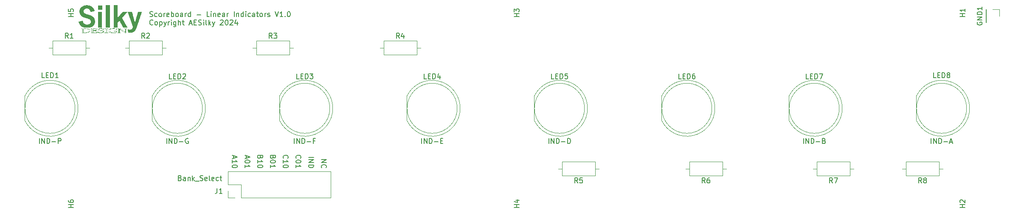
<source format=gbr>
%TF.GenerationSoftware,KiCad,Pcbnew,7.0.2*%
%TF.CreationDate,2024-06-24T19:43:42-07:00*%
%TF.ProjectId,Score-Board-LinInd,53636f72-652d-4426-9f61-72642d4c696e,1*%
%TF.SameCoordinates,Original*%
%TF.FileFunction,Legend,Top*%
%TF.FilePolarity,Positive*%
%FSLAX46Y46*%
G04 Gerber Fmt 4.6, Leading zero omitted, Abs format (unit mm)*
G04 Created by KiCad (PCBNEW 7.0.2) date 2024-06-24 19:43:42*
%MOMM*%
%LPD*%
G01*
G04 APERTURE LIST*
%ADD10C,0.152400*%
%ADD11C,0.150000*%
%ADD12C,0.120000*%
G04 APERTURE END LIST*
D10*
X68476023Y-92469360D02*
X68621166Y-92517740D01*
X68621166Y-92517740D02*
X68863071Y-92517740D01*
X68863071Y-92517740D02*
X68959833Y-92469360D01*
X68959833Y-92469360D02*
X69008214Y-92420979D01*
X69008214Y-92420979D02*
X69056595Y-92324217D01*
X69056595Y-92324217D02*
X69056595Y-92227455D01*
X69056595Y-92227455D02*
X69008214Y-92130693D01*
X69008214Y-92130693D02*
X68959833Y-92082312D01*
X68959833Y-92082312D02*
X68863071Y-92033931D01*
X68863071Y-92033931D02*
X68669547Y-91985550D01*
X68669547Y-91985550D02*
X68572785Y-91937169D01*
X68572785Y-91937169D02*
X68524404Y-91888788D01*
X68524404Y-91888788D02*
X68476023Y-91792026D01*
X68476023Y-91792026D02*
X68476023Y-91695264D01*
X68476023Y-91695264D02*
X68524404Y-91598502D01*
X68524404Y-91598502D02*
X68572785Y-91550121D01*
X68572785Y-91550121D02*
X68669547Y-91501740D01*
X68669547Y-91501740D02*
X68911452Y-91501740D01*
X68911452Y-91501740D02*
X69056595Y-91550121D01*
X69927452Y-92469360D02*
X69830690Y-92517740D01*
X69830690Y-92517740D02*
X69637166Y-92517740D01*
X69637166Y-92517740D02*
X69540404Y-92469360D01*
X69540404Y-92469360D02*
X69492023Y-92420979D01*
X69492023Y-92420979D02*
X69443642Y-92324217D01*
X69443642Y-92324217D02*
X69443642Y-92033931D01*
X69443642Y-92033931D02*
X69492023Y-91937169D01*
X69492023Y-91937169D02*
X69540404Y-91888788D01*
X69540404Y-91888788D02*
X69637166Y-91840407D01*
X69637166Y-91840407D02*
X69830690Y-91840407D01*
X69830690Y-91840407D02*
X69927452Y-91888788D01*
X70508023Y-92517740D02*
X70411261Y-92469360D01*
X70411261Y-92469360D02*
X70362880Y-92420979D01*
X70362880Y-92420979D02*
X70314499Y-92324217D01*
X70314499Y-92324217D02*
X70314499Y-92033931D01*
X70314499Y-92033931D02*
X70362880Y-91937169D01*
X70362880Y-91937169D02*
X70411261Y-91888788D01*
X70411261Y-91888788D02*
X70508023Y-91840407D01*
X70508023Y-91840407D02*
X70653166Y-91840407D01*
X70653166Y-91840407D02*
X70749928Y-91888788D01*
X70749928Y-91888788D02*
X70798309Y-91937169D01*
X70798309Y-91937169D02*
X70846690Y-92033931D01*
X70846690Y-92033931D02*
X70846690Y-92324217D01*
X70846690Y-92324217D02*
X70798309Y-92420979D01*
X70798309Y-92420979D02*
X70749928Y-92469360D01*
X70749928Y-92469360D02*
X70653166Y-92517740D01*
X70653166Y-92517740D02*
X70508023Y-92517740D01*
X71282118Y-92517740D02*
X71282118Y-91840407D01*
X71282118Y-92033931D02*
X71330499Y-91937169D01*
X71330499Y-91937169D02*
X71378880Y-91888788D01*
X71378880Y-91888788D02*
X71475642Y-91840407D01*
X71475642Y-91840407D02*
X71572404Y-91840407D01*
X72298118Y-92469360D02*
X72201356Y-92517740D01*
X72201356Y-92517740D02*
X72007832Y-92517740D01*
X72007832Y-92517740D02*
X71911070Y-92469360D01*
X71911070Y-92469360D02*
X71862689Y-92372598D01*
X71862689Y-92372598D02*
X71862689Y-91985550D01*
X71862689Y-91985550D02*
X71911070Y-91888788D01*
X71911070Y-91888788D02*
X72007832Y-91840407D01*
X72007832Y-91840407D02*
X72201356Y-91840407D01*
X72201356Y-91840407D02*
X72298118Y-91888788D01*
X72298118Y-91888788D02*
X72346499Y-91985550D01*
X72346499Y-91985550D02*
X72346499Y-92082312D01*
X72346499Y-92082312D02*
X71862689Y-92179074D01*
X72781927Y-92517740D02*
X72781927Y-91501740D01*
X72781927Y-91888788D02*
X72878689Y-91840407D01*
X72878689Y-91840407D02*
X73072213Y-91840407D01*
X73072213Y-91840407D02*
X73168975Y-91888788D01*
X73168975Y-91888788D02*
X73217356Y-91937169D01*
X73217356Y-91937169D02*
X73265737Y-92033931D01*
X73265737Y-92033931D02*
X73265737Y-92324217D01*
X73265737Y-92324217D02*
X73217356Y-92420979D01*
X73217356Y-92420979D02*
X73168975Y-92469360D01*
X73168975Y-92469360D02*
X73072213Y-92517740D01*
X73072213Y-92517740D02*
X72878689Y-92517740D01*
X72878689Y-92517740D02*
X72781927Y-92469360D01*
X73846308Y-92517740D02*
X73749546Y-92469360D01*
X73749546Y-92469360D02*
X73701165Y-92420979D01*
X73701165Y-92420979D02*
X73652784Y-92324217D01*
X73652784Y-92324217D02*
X73652784Y-92033931D01*
X73652784Y-92033931D02*
X73701165Y-91937169D01*
X73701165Y-91937169D02*
X73749546Y-91888788D01*
X73749546Y-91888788D02*
X73846308Y-91840407D01*
X73846308Y-91840407D02*
X73991451Y-91840407D01*
X73991451Y-91840407D02*
X74088213Y-91888788D01*
X74088213Y-91888788D02*
X74136594Y-91937169D01*
X74136594Y-91937169D02*
X74184975Y-92033931D01*
X74184975Y-92033931D02*
X74184975Y-92324217D01*
X74184975Y-92324217D02*
X74136594Y-92420979D01*
X74136594Y-92420979D02*
X74088213Y-92469360D01*
X74088213Y-92469360D02*
X73991451Y-92517740D01*
X73991451Y-92517740D02*
X73846308Y-92517740D01*
X75055832Y-92517740D02*
X75055832Y-91985550D01*
X75055832Y-91985550D02*
X75007451Y-91888788D01*
X75007451Y-91888788D02*
X74910689Y-91840407D01*
X74910689Y-91840407D02*
X74717165Y-91840407D01*
X74717165Y-91840407D02*
X74620403Y-91888788D01*
X75055832Y-92469360D02*
X74959070Y-92517740D01*
X74959070Y-92517740D02*
X74717165Y-92517740D01*
X74717165Y-92517740D02*
X74620403Y-92469360D01*
X74620403Y-92469360D02*
X74572022Y-92372598D01*
X74572022Y-92372598D02*
X74572022Y-92275836D01*
X74572022Y-92275836D02*
X74620403Y-92179074D01*
X74620403Y-92179074D02*
X74717165Y-92130693D01*
X74717165Y-92130693D02*
X74959070Y-92130693D01*
X74959070Y-92130693D02*
X75055832Y-92082312D01*
X75539641Y-92517740D02*
X75539641Y-91840407D01*
X75539641Y-92033931D02*
X75588022Y-91937169D01*
X75588022Y-91937169D02*
X75636403Y-91888788D01*
X75636403Y-91888788D02*
X75733165Y-91840407D01*
X75733165Y-91840407D02*
X75829927Y-91840407D01*
X76604022Y-92517740D02*
X76604022Y-91501740D01*
X76604022Y-92469360D02*
X76507260Y-92517740D01*
X76507260Y-92517740D02*
X76313736Y-92517740D01*
X76313736Y-92517740D02*
X76216974Y-92469360D01*
X76216974Y-92469360D02*
X76168593Y-92420979D01*
X76168593Y-92420979D02*
X76120212Y-92324217D01*
X76120212Y-92324217D02*
X76120212Y-92033931D01*
X76120212Y-92033931D02*
X76168593Y-91937169D01*
X76168593Y-91937169D02*
X76216974Y-91888788D01*
X76216974Y-91888788D02*
X76313736Y-91840407D01*
X76313736Y-91840407D02*
X76507260Y-91840407D01*
X76507260Y-91840407D02*
X76604022Y-91888788D01*
X77861926Y-92130693D02*
X78636022Y-92130693D01*
X80377736Y-92517740D02*
X79893926Y-92517740D01*
X79893926Y-92517740D02*
X79893926Y-91501740D01*
X80716402Y-92517740D02*
X80716402Y-91840407D01*
X80716402Y-91501740D02*
X80668021Y-91550121D01*
X80668021Y-91550121D02*
X80716402Y-91598502D01*
X80716402Y-91598502D02*
X80764783Y-91550121D01*
X80764783Y-91550121D02*
X80716402Y-91501740D01*
X80716402Y-91501740D02*
X80716402Y-91598502D01*
X81200212Y-91840407D02*
X81200212Y-92517740D01*
X81200212Y-91937169D02*
X81248593Y-91888788D01*
X81248593Y-91888788D02*
X81345355Y-91840407D01*
X81345355Y-91840407D02*
X81490498Y-91840407D01*
X81490498Y-91840407D02*
X81587260Y-91888788D01*
X81587260Y-91888788D02*
X81635641Y-91985550D01*
X81635641Y-91985550D02*
X81635641Y-92517740D01*
X82506498Y-92469360D02*
X82409736Y-92517740D01*
X82409736Y-92517740D02*
X82216212Y-92517740D01*
X82216212Y-92517740D02*
X82119450Y-92469360D01*
X82119450Y-92469360D02*
X82071069Y-92372598D01*
X82071069Y-92372598D02*
X82071069Y-91985550D01*
X82071069Y-91985550D02*
X82119450Y-91888788D01*
X82119450Y-91888788D02*
X82216212Y-91840407D01*
X82216212Y-91840407D02*
X82409736Y-91840407D01*
X82409736Y-91840407D02*
X82506498Y-91888788D01*
X82506498Y-91888788D02*
X82554879Y-91985550D01*
X82554879Y-91985550D02*
X82554879Y-92082312D01*
X82554879Y-92082312D02*
X82071069Y-92179074D01*
X83425736Y-92517740D02*
X83425736Y-91985550D01*
X83425736Y-91985550D02*
X83377355Y-91888788D01*
X83377355Y-91888788D02*
X83280593Y-91840407D01*
X83280593Y-91840407D02*
X83087069Y-91840407D01*
X83087069Y-91840407D02*
X82990307Y-91888788D01*
X83425736Y-92469360D02*
X83328974Y-92517740D01*
X83328974Y-92517740D02*
X83087069Y-92517740D01*
X83087069Y-92517740D02*
X82990307Y-92469360D01*
X82990307Y-92469360D02*
X82941926Y-92372598D01*
X82941926Y-92372598D02*
X82941926Y-92275836D01*
X82941926Y-92275836D02*
X82990307Y-92179074D01*
X82990307Y-92179074D02*
X83087069Y-92130693D01*
X83087069Y-92130693D02*
X83328974Y-92130693D01*
X83328974Y-92130693D02*
X83425736Y-92082312D01*
X83909545Y-92517740D02*
X83909545Y-91840407D01*
X83909545Y-92033931D02*
X83957926Y-91937169D01*
X83957926Y-91937169D02*
X84006307Y-91888788D01*
X84006307Y-91888788D02*
X84103069Y-91840407D01*
X84103069Y-91840407D02*
X84199831Y-91840407D01*
X85312592Y-92517740D02*
X85312592Y-91501740D01*
X85796402Y-91840407D02*
X85796402Y-92517740D01*
X85796402Y-91937169D02*
X85844783Y-91888788D01*
X85844783Y-91888788D02*
X85941545Y-91840407D01*
X85941545Y-91840407D02*
X86086688Y-91840407D01*
X86086688Y-91840407D02*
X86183450Y-91888788D01*
X86183450Y-91888788D02*
X86231831Y-91985550D01*
X86231831Y-91985550D02*
X86231831Y-92517740D01*
X87151069Y-92517740D02*
X87151069Y-91501740D01*
X87151069Y-92469360D02*
X87054307Y-92517740D01*
X87054307Y-92517740D02*
X86860783Y-92517740D01*
X86860783Y-92517740D02*
X86764021Y-92469360D01*
X86764021Y-92469360D02*
X86715640Y-92420979D01*
X86715640Y-92420979D02*
X86667259Y-92324217D01*
X86667259Y-92324217D02*
X86667259Y-92033931D01*
X86667259Y-92033931D02*
X86715640Y-91937169D01*
X86715640Y-91937169D02*
X86764021Y-91888788D01*
X86764021Y-91888788D02*
X86860783Y-91840407D01*
X86860783Y-91840407D02*
X87054307Y-91840407D01*
X87054307Y-91840407D02*
X87151069Y-91888788D01*
X87634878Y-92517740D02*
X87634878Y-91840407D01*
X87634878Y-91501740D02*
X87586497Y-91550121D01*
X87586497Y-91550121D02*
X87634878Y-91598502D01*
X87634878Y-91598502D02*
X87683259Y-91550121D01*
X87683259Y-91550121D02*
X87634878Y-91501740D01*
X87634878Y-91501740D02*
X87634878Y-91598502D01*
X88554117Y-92469360D02*
X88457355Y-92517740D01*
X88457355Y-92517740D02*
X88263831Y-92517740D01*
X88263831Y-92517740D02*
X88167069Y-92469360D01*
X88167069Y-92469360D02*
X88118688Y-92420979D01*
X88118688Y-92420979D02*
X88070307Y-92324217D01*
X88070307Y-92324217D02*
X88070307Y-92033931D01*
X88070307Y-92033931D02*
X88118688Y-91937169D01*
X88118688Y-91937169D02*
X88167069Y-91888788D01*
X88167069Y-91888788D02*
X88263831Y-91840407D01*
X88263831Y-91840407D02*
X88457355Y-91840407D01*
X88457355Y-91840407D02*
X88554117Y-91888788D01*
X89424974Y-92517740D02*
X89424974Y-91985550D01*
X89424974Y-91985550D02*
X89376593Y-91888788D01*
X89376593Y-91888788D02*
X89279831Y-91840407D01*
X89279831Y-91840407D02*
X89086307Y-91840407D01*
X89086307Y-91840407D02*
X88989545Y-91888788D01*
X89424974Y-92469360D02*
X89328212Y-92517740D01*
X89328212Y-92517740D02*
X89086307Y-92517740D01*
X89086307Y-92517740D02*
X88989545Y-92469360D01*
X88989545Y-92469360D02*
X88941164Y-92372598D01*
X88941164Y-92372598D02*
X88941164Y-92275836D01*
X88941164Y-92275836D02*
X88989545Y-92179074D01*
X88989545Y-92179074D02*
X89086307Y-92130693D01*
X89086307Y-92130693D02*
X89328212Y-92130693D01*
X89328212Y-92130693D02*
X89424974Y-92082312D01*
X89763640Y-91840407D02*
X90150688Y-91840407D01*
X89908783Y-91501740D02*
X89908783Y-92372598D01*
X89908783Y-92372598D02*
X89957164Y-92469360D01*
X89957164Y-92469360D02*
X90053926Y-92517740D01*
X90053926Y-92517740D02*
X90150688Y-92517740D01*
X90634497Y-92517740D02*
X90537735Y-92469360D01*
X90537735Y-92469360D02*
X90489354Y-92420979D01*
X90489354Y-92420979D02*
X90440973Y-92324217D01*
X90440973Y-92324217D02*
X90440973Y-92033931D01*
X90440973Y-92033931D02*
X90489354Y-91937169D01*
X90489354Y-91937169D02*
X90537735Y-91888788D01*
X90537735Y-91888788D02*
X90634497Y-91840407D01*
X90634497Y-91840407D02*
X90779640Y-91840407D01*
X90779640Y-91840407D02*
X90876402Y-91888788D01*
X90876402Y-91888788D02*
X90924783Y-91937169D01*
X90924783Y-91937169D02*
X90973164Y-92033931D01*
X90973164Y-92033931D02*
X90973164Y-92324217D01*
X90973164Y-92324217D02*
X90924783Y-92420979D01*
X90924783Y-92420979D02*
X90876402Y-92469360D01*
X90876402Y-92469360D02*
X90779640Y-92517740D01*
X90779640Y-92517740D02*
X90634497Y-92517740D01*
X91408592Y-92517740D02*
X91408592Y-91840407D01*
X91408592Y-92033931D02*
X91456973Y-91937169D01*
X91456973Y-91937169D02*
X91505354Y-91888788D01*
X91505354Y-91888788D02*
X91602116Y-91840407D01*
X91602116Y-91840407D02*
X91698878Y-91840407D01*
X91989163Y-92469360D02*
X92085925Y-92517740D01*
X92085925Y-92517740D02*
X92279449Y-92517740D01*
X92279449Y-92517740D02*
X92376211Y-92469360D01*
X92376211Y-92469360D02*
X92424592Y-92372598D01*
X92424592Y-92372598D02*
X92424592Y-92324217D01*
X92424592Y-92324217D02*
X92376211Y-92227455D01*
X92376211Y-92227455D02*
X92279449Y-92179074D01*
X92279449Y-92179074D02*
X92134306Y-92179074D01*
X92134306Y-92179074D02*
X92037544Y-92130693D01*
X92037544Y-92130693D02*
X91989163Y-92033931D01*
X91989163Y-92033931D02*
X91989163Y-91985550D01*
X91989163Y-91985550D02*
X92037544Y-91888788D01*
X92037544Y-91888788D02*
X92134306Y-91840407D01*
X92134306Y-91840407D02*
X92279449Y-91840407D01*
X92279449Y-91840407D02*
X92376211Y-91888788D01*
X93488972Y-91501740D02*
X93827639Y-92517740D01*
X93827639Y-92517740D02*
X94166306Y-91501740D01*
X95037163Y-92517740D02*
X94456591Y-92517740D01*
X94746877Y-92517740D02*
X94746877Y-91501740D01*
X94746877Y-91501740D02*
X94650115Y-91646883D01*
X94650115Y-91646883D02*
X94553353Y-91743645D01*
X94553353Y-91743645D02*
X94456591Y-91792026D01*
X95472591Y-92420979D02*
X95520972Y-92469360D01*
X95520972Y-92469360D02*
X95472591Y-92517740D01*
X95472591Y-92517740D02*
X95424210Y-92469360D01*
X95424210Y-92469360D02*
X95472591Y-92420979D01*
X95472591Y-92420979D02*
X95472591Y-92517740D01*
X96149925Y-91501740D02*
X96246687Y-91501740D01*
X96246687Y-91501740D02*
X96343449Y-91550121D01*
X96343449Y-91550121D02*
X96391830Y-91598502D01*
X96391830Y-91598502D02*
X96440211Y-91695264D01*
X96440211Y-91695264D02*
X96488592Y-91888788D01*
X96488592Y-91888788D02*
X96488592Y-92130693D01*
X96488592Y-92130693D02*
X96440211Y-92324217D01*
X96440211Y-92324217D02*
X96391830Y-92420979D01*
X96391830Y-92420979D02*
X96343449Y-92469360D01*
X96343449Y-92469360D02*
X96246687Y-92517740D01*
X96246687Y-92517740D02*
X96149925Y-92517740D01*
X96149925Y-92517740D02*
X96053163Y-92469360D01*
X96053163Y-92469360D02*
X96004782Y-92420979D01*
X96004782Y-92420979D02*
X95956401Y-92324217D01*
X95956401Y-92324217D02*
X95908020Y-92130693D01*
X95908020Y-92130693D02*
X95908020Y-91888788D01*
X95908020Y-91888788D02*
X95956401Y-91695264D01*
X95956401Y-91695264D02*
X96004782Y-91598502D01*
X96004782Y-91598502D02*
X96053163Y-91550121D01*
X96053163Y-91550121D02*
X96149925Y-91501740D01*
X69104976Y-94066899D02*
X69056595Y-94115280D01*
X69056595Y-94115280D02*
X68911452Y-94163660D01*
X68911452Y-94163660D02*
X68814690Y-94163660D01*
X68814690Y-94163660D02*
X68669547Y-94115280D01*
X68669547Y-94115280D02*
X68572785Y-94018518D01*
X68572785Y-94018518D02*
X68524404Y-93921756D01*
X68524404Y-93921756D02*
X68476023Y-93728232D01*
X68476023Y-93728232D02*
X68476023Y-93583089D01*
X68476023Y-93583089D02*
X68524404Y-93389565D01*
X68524404Y-93389565D02*
X68572785Y-93292803D01*
X68572785Y-93292803D02*
X68669547Y-93196041D01*
X68669547Y-93196041D02*
X68814690Y-93147660D01*
X68814690Y-93147660D02*
X68911452Y-93147660D01*
X68911452Y-93147660D02*
X69056595Y-93196041D01*
X69056595Y-93196041D02*
X69104976Y-93244422D01*
X69685547Y-94163660D02*
X69588785Y-94115280D01*
X69588785Y-94115280D02*
X69540404Y-94066899D01*
X69540404Y-94066899D02*
X69492023Y-93970137D01*
X69492023Y-93970137D02*
X69492023Y-93679851D01*
X69492023Y-93679851D02*
X69540404Y-93583089D01*
X69540404Y-93583089D02*
X69588785Y-93534708D01*
X69588785Y-93534708D02*
X69685547Y-93486327D01*
X69685547Y-93486327D02*
X69830690Y-93486327D01*
X69830690Y-93486327D02*
X69927452Y-93534708D01*
X69927452Y-93534708D02*
X69975833Y-93583089D01*
X69975833Y-93583089D02*
X70024214Y-93679851D01*
X70024214Y-93679851D02*
X70024214Y-93970137D01*
X70024214Y-93970137D02*
X69975833Y-94066899D01*
X69975833Y-94066899D02*
X69927452Y-94115280D01*
X69927452Y-94115280D02*
X69830690Y-94163660D01*
X69830690Y-94163660D02*
X69685547Y-94163660D01*
X70459642Y-93486327D02*
X70459642Y-94502327D01*
X70459642Y-93534708D02*
X70556404Y-93486327D01*
X70556404Y-93486327D02*
X70749928Y-93486327D01*
X70749928Y-93486327D02*
X70846690Y-93534708D01*
X70846690Y-93534708D02*
X70895071Y-93583089D01*
X70895071Y-93583089D02*
X70943452Y-93679851D01*
X70943452Y-93679851D02*
X70943452Y-93970137D01*
X70943452Y-93970137D02*
X70895071Y-94066899D01*
X70895071Y-94066899D02*
X70846690Y-94115280D01*
X70846690Y-94115280D02*
X70749928Y-94163660D01*
X70749928Y-94163660D02*
X70556404Y-94163660D01*
X70556404Y-94163660D02*
X70459642Y-94115280D01*
X71282118Y-93486327D02*
X71524023Y-94163660D01*
X71765928Y-93486327D02*
X71524023Y-94163660D01*
X71524023Y-94163660D02*
X71427261Y-94405565D01*
X71427261Y-94405565D02*
X71378880Y-94453946D01*
X71378880Y-94453946D02*
X71282118Y-94502327D01*
X72152975Y-94163660D02*
X72152975Y-93486327D01*
X72152975Y-93679851D02*
X72201356Y-93583089D01*
X72201356Y-93583089D02*
X72249737Y-93534708D01*
X72249737Y-93534708D02*
X72346499Y-93486327D01*
X72346499Y-93486327D02*
X72443261Y-93486327D01*
X72781927Y-94163660D02*
X72781927Y-93486327D01*
X72781927Y-93147660D02*
X72733546Y-93196041D01*
X72733546Y-93196041D02*
X72781927Y-93244422D01*
X72781927Y-93244422D02*
X72830308Y-93196041D01*
X72830308Y-93196041D02*
X72781927Y-93147660D01*
X72781927Y-93147660D02*
X72781927Y-93244422D01*
X73701166Y-93486327D02*
X73701166Y-94308803D01*
X73701166Y-94308803D02*
X73652785Y-94405565D01*
X73652785Y-94405565D02*
X73604404Y-94453946D01*
X73604404Y-94453946D02*
X73507642Y-94502327D01*
X73507642Y-94502327D02*
X73362499Y-94502327D01*
X73362499Y-94502327D02*
X73265737Y-94453946D01*
X73701166Y-94115280D02*
X73604404Y-94163660D01*
X73604404Y-94163660D02*
X73410880Y-94163660D01*
X73410880Y-94163660D02*
X73314118Y-94115280D01*
X73314118Y-94115280D02*
X73265737Y-94066899D01*
X73265737Y-94066899D02*
X73217356Y-93970137D01*
X73217356Y-93970137D02*
X73217356Y-93679851D01*
X73217356Y-93679851D02*
X73265737Y-93583089D01*
X73265737Y-93583089D02*
X73314118Y-93534708D01*
X73314118Y-93534708D02*
X73410880Y-93486327D01*
X73410880Y-93486327D02*
X73604404Y-93486327D01*
X73604404Y-93486327D02*
X73701166Y-93534708D01*
X74184975Y-94163660D02*
X74184975Y-93147660D01*
X74620404Y-94163660D02*
X74620404Y-93631470D01*
X74620404Y-93631470D02*
X74572023Y-93534708D01*
X74572023Y-93534708D02*
X74475261Y-93486327D01*
X74475261Y-93486327D02*
X74330118Y-93486327D01*
X74330118Y-93486327D02*
X74233356Y-93534708D01*
X74233356Y-93534708D02*
X74184975Y-93583089D01*
X74959070Y-93486327D02*
X75346118Y-93486327D01*
X75104213Y-93147660D02*
X75104213Y-94018518D01*
X75104213Y-94018518D02*
X75152594Y-94115280D01*
X75152594Y-94115280D02*
X75249356Y-94163660D01*
X75249356Y-94163660D02*
X75346118Y-94163660D01*
X76410498Y-93873375D02*
X76894308Y-93873375D01*
X76313736Y-94163660D02*
X76652403Y-93147660D01*
X76652403Y-93147660D02*
X76991070Y-94163660D01*
X77329736Y-93631470D02*
X77668403Y-93631470D01*
X77813546Y-94163660D02*
X77329736Y-94163660D01*
X77329736Y-94163660D02*
X77329736Y-93147660D01*
X77329736Y-93147660D02*
X77813546Y-93147660D01*
X78200593Y-94115280D02*
X78345736Y-94163660D01*
X78345736Y-94163660D02*
X78587641Y-94163660D01*
X78587641Y-94163660D02*
X78684403Y-94115280D01*
X78684403Y-94115280D02*
X78732784Y-94066899D01*
X78732784Y-94066899D02*
X78781165Y-93970137D01*
X78781165Y-93970137D02*
X78781165Y-93873375D01*
X78781165Y-93873375D02*
X78732784Y-93776613D01*
X78732784Y-93776613D02*
X78684403Y-93728232D01*
X78684403Y-93728232D02*
X78587641Y-93679851D01*
X78587641Y-93679851D02*
X78394117Y-93631470D01*
X78394117Y-93631470D02*
X78297355Y-93583089D01*
X78297355Y-93583089D02*
X78248974Y-93534708D01*
X78248974Y-93534708D02*
X78200593Y-93437946D01*
X78200593Y-93437946D02*
X78200593Y-93341184D01*
X78200593Y-93341184D02*
X78248974Y-93244422D01*
X78248974Y-93244422D02*
X78297355Y-93196041D01*
X78297355Y-93196041D02*
X78394117Y-93147660D01*
X78394117Y-93147660D02*
X78636022Y-93147660D01*
X78636022Y-93147660D02*
X78781165Y-93196041D01*
X79216593Y-94163660D02*
X79216593Y-93486327D01*
X79216593Y-93147660D02*
X79168212Y-93196041D01*
X79168212Y-93196041D02*
X79216593Y-93244422D01*
X79216593Y-93244422D02*
X79264974Y-93196041D01*
X79264974Y-93196041D02*
X79216593Y-93147660D01*
X79216593Y-93147660D02*
X79216593Y-93244422D01*
X79845546Y-94163660D02*
X79748784Y-94115280D01*
X79748784Y-94115280D02*
X79700403Y-94018518D01*
X79700403Y-94018518D02*
X79700403Y-93147660D01*
X80232593Y-94163660D02*
X80232593Y-93147660D01*
X80329355Y-93776613D02*
X80619641Y-94163660D01*
X80619641Y-93486327D02*
X80232593Y-93873375D01*
X80958307Y-93486327D02*
X81200212Y-94163660D01*
X81442117Y-93486327D02*
X81200212Y-94163660D01*
X81200212Y-94163660D02*
X81103450Y-94405565D01*
X81103450Y-94405565D02*
X81055069Y-94453946D01*
X81055069Y-94453946D02*
X80958307Y-94502327D01*
X82554878Y-93244422D02*
X82603259Y-93196041D01*
X82603259Y-93196041D02*
X82700021Y-93147660D01*
X82700021Y-93147660D02*
X82941926Y-93147660D01*
X82941926Y-93147660D02*
X83038688Y-93196041D01*
X83038688Y-93196041D02*
X83087069Y-93244422D01*
X83087069Y-93244422D02*
X83135450Y-93341184D01*
X83135450Y-93341184D02*
X83135450Y-93437946D01*
X83135450Y-93437946D02*
X83087069Y-93583089D01*
X83087069Y-93583089D02*
X82506497Y-94163660D01*
X82506497Y-94163660D02*
X83135450Y-94163660D01*
X83764402Y-93147660D02*
X83861164Y-93147660D01*
X83861164Y-93147660D02*
X83957926Y-93196041D01*
X83957926Y-93196041D02*
X84006307Y-93244422D01*
X84006307Y-93244422D02*
X84054688Y-93341184D01*
X84054688Y-93341184D02*
X84103069Y-93534708D01*
X84103069Y-93534708D02*
X84103069Y-93776613D01*
X84103069Y-93776613D02*
X84054688Y-93970137D01*
X84054688Y-93970137D02*
X84006307Y-94066899D01*
X84006307Y-94066899D02*
X83957926Y-94115280D01*
X83957926Y-94115280D02*
X83861164Y-94163660D01*
X83861164Y-94163660D02*
X83764402Y-94163660D01*
X83764402Y-94163660D02*
X83667640Y-94115280D01*
X83667640Y-94115280D02*
X83619259Y-94066899D01*
X83619259Y-94066899D02*
X83570878Y-93970137D01*
X83570878Y-93970137D02*
X83522497Y-93776613D01*
X83522497Y-93776613D02*
X83522497Y-93534708D01*
X83522497Y-93534708D02*
X83570878Y-93341184D01*
X83570878Y-93341184D02*
X83619259Y-93244422D01*
X83619259Y-93244422D02*
X83667640Y-93196041D01*
X83667640Y-93196041D02*
X83764402Y-93147660D01*
X84490116Y-93244422D02*
X84538497Y-93196041D01*
X84538497Y-93196041D02*
X84635259Y-93147660D01*
X84635259Y-93147660D02*
X84877164Y-93147660D01*
X84877164Y-93147660D02*
X84973926Y-93196041D01*
X84973926Y-93196041D02*
X85022307Y-93244422D01*
X85022307Y-93244422D02*
X85070688Y-93341184D01*
X85070688Y-93341184D02*
X85070688Y-93437946D01*
X85070688Y-93437946D02*
X85022307Y-93583089D01*
X85022307Y-93583089D02*
X84441735Y-94163660D01*
X84441735Y-94163660D02*
X85070688Y-94163660D01*
X85941545Y-93486327D02*
X85941545Y-94163660D01*
X85699640Y-93099280D02*
X85457735Y-93824994D01*
X85457735Y-93824994D02*
X86086688Y-93824994D01*
D11*
X102694880Y-121053476D02*
X103694880Y-121053476D01*
X103694880Y-121053476D02*
X102694880Y-121624904D01*
X102694880Y-121624904D02*
X103694880Y-121624904D01*
X102790119Y-122672523D02*
X102742500Y-122624904D01*
X102742500Y-122624904D02*
X102694880Y-122482047D01*
X102694880Y-122482047D02*
X102694880Y-122386809D01*
X102694880Y-122386809D02*
X102742500Y-122243952D01*
X102742500Y-122243952D02*
X102837738Y-122148714D01*
X102837738Y-122148714D02*
X102932976Y-122101095D01*
X102932976Y-122101095D02*
X103123452Y-122053476D01*
X103123452Y-122053476D02*
X103266309Y-122053476D01*
X103266309Y-122053476D02*
X103456785Y-122101095D01*
X103456785Y-122101095D02*
X103552023Y-122148714D01*
X103552023Y-122148714D02*
X103647261Y-122243952D01*
X103647261Y-122243952D02*
X103694880Y-122386809D01*
X103694880Y-122386809D02*
X103694880Y-122482047D01*
X103694880Y-122482047D02*
X103647261Y-122624904D01*
X103647261Y-122624904D02*
X103599642Y-122672523D01*
X100154880Y-120577286D02*
X101154880Y-120577286D01*
X100154880Y-121053476D02*
X101154880Y-121053476D01*
X101154880Y-121053476D02*
X100154880Y-121624904D01*
X100154880Y-121624904D02*
X101154880Y-121624904D01*
X100154880Y-122101095D02*
X101154880Y-122101095D01*
X101154880Y-122101095D02*
X101154880Y-122339190D01*
X101154880Y-122339190D02*
X101107261Y-122482047D01*
X101107261Y-122482047D02*
X101012023Y-122577285D01*
X101012023Y-122577285D02*
X100916785Y-122624904D01*
X100916785Y-122624904D02*
X100726309Y-122672523D01*
X100726309Y-122672523D02*
X100583452Y-122672523D01*
X100583452Y-122672523D02*
X100392976Y-122624904D01*
X100392976Y-122624904D02*
X100297738Y-122577285D01*
X100297738Y-122577285D02*
X100202500Y-122482047D01*
X100202500Y-122482047D02*
X100154880Y-122339190D01*
X100154880Y-122339190D02*
X100154880Y-122101095D01*
X97710119Y-120767761D02*
X97662500Y-120720142D01*
X97662500Y-120720142D02*
X97614880Y-120577285D01*
X97614880Y-120577285D02*
X97614880Y-120482047D01*
X97614880Y-120482047D02*
X97662500Y-120339190D01*
X97662500Y-120339190D02*
X97757738Y-120243952D01*
X97757738Y-120243952D02*
X97852976Y-120196333D01*
X97852976Y-120196333D02*
X98043452Y-120148714D01*
X98043452Y-120148714D02*
X98186309Y-120148714D01*
X98186309Y-120148714D02*
X98376785Y-120196333D01*
X98376785Y-120196333D02*
X98472023Y-120243952D01*
X98472023Y-120243952D02*
X98567261Y-120339190D01*
X98567261Y-120339190D02*
X98614880Y-120482047D01*
X98614880Y-120482047D02*
X98614880Y-120577285D01*
X98614880Y-120577285D02*
X98567261Y-120720142D01*
X98567261Y-120720142D02*
X98519642Y-120767761D01*
X98614880Y-121386809D02*
X98614880Y-121482047D01*
X98614880Y-121482047D02*
X98567261Y-121577285D01*
X98567261Y-121577285D02*
X98519642Y-121624904D01*
X98519642Y-121624904D02*
X98424404Y-121672523D01*
X98424404Y-121672523D02*
X98233928Y-121720142D01*
X98233928Y-121720142D02*
X97995833Y-121720142D01*
X97995833Y-121720142D02*
X97805357Y-121672523D01*
X97805357Y-121672523D02*
X97710119Y-121624904D01*
X97710119Y-121624904D02*
X97662500Y-121577285D01*
X97662500Y-121577285D02*
X97614880Y-121482047D01*
X97614880Y-121482047D02*
X97614880Y-121386809D01*
X97614880Y-121386809D02*
X97662500Y-121291571D01*
X97662500Y-121291571D02*
X97710119Y-121243952D01*
X97710119Y-121243952D02*
X97805357Y-121196333D01*
X97805357Y-121196333D02*
X97995833Y-121148714D01*
X97995833Y-121148714D02*
X98233928Y-121148714D01*
X98233928Y-121148714D02*
X98424404Y-121196333D01*
X98424404Y-121196333D02*
X98519642Y-121243952D01*
X98519642Y-121243952D02*
X98567261Y-121291571D01*
X98567261Y-121291571D02*
X98614880Y-121386809D01*
X97614880Y-122672523D02*
X97614880Y-122101095D01*
X97614880Y-122386809D02*
X98614880Y-122386809D01*
X98614880Y-122386809D02*
X98472023Y-122291571D01*
X98472023Y-122291571D02*
X98376785Y-122196333D01*
X98376785Y-122196333D02*
X98329166Y-122101095D01*
X95170119Y-120767761D02*
X95122500Y-120720142D01*
X95122500Y-120720142D02*
X95074880Y-120577285D01*
X95074880Y-120577285D02*
X95074880Y-120482047D01*
X95074880Y-120482047D02*
X95122500Y-120339190D01*
X95122500Y-120339190D02*
X95217738Y-120243952D01*
X95217738Y-120243952D02*
X95312976Y-120196333D01*
X95312976Y-120196333D02*
X95503452Y-120148714D01*
X95503452Y-120148714D02*
X95646309Y-120148714D01*
X95646309Y-120148714D02*
X95836785Y-120196333D01*
X95836785Y-120196333D02*
X95932023Y-120243952D01*
X95932023Y-120243952D02*
X96027261Y-120339190D01*
X96027261Y-120339190D02*
X96074880Y-120482047D01*
X96074880Y-120482047D02*
X96074880Y-120577285D01*
X96074880Y-120577285D02*
X96027261Y-120720142D01*
X96027261Y-120720142D02*
X95979642Y-120767761D01*
X95074880Y-121720142D02*
X95074880Y-121148714D01*
X95074880Y-121434428D02*
X96074880Y-121434428D01*
X96074880Y-121434428D02*
X95932023Y-121339190D01*
X95932023Y-121339190D02*
X95836785Y-121243952D01*
X95836785Y-121243952D02*
X95789166Y-121148714D01*
X96074880Y-122339190D02*
X96074880Y-122434428D01*
X96074880Y-122434428D02*
X96027261Y-122529666D01*
X96027261Y-122529666D02*
X95979642Y-122577285D01*
X95979642Y-122577285D02*
X95884404Y-122624904D01*
X95884404Y-122624904D02*
X95693928Y-122672523D01*
X95693928Y-122672523D02*
X95455833Y-122672523D01*
X95455833Y-122672523D02*
X95265357Y-122624904D01*
X95265357Y-122624904D02*
X95170119Y-122577285D01*
X95170119Y-122577285D02*
X95122500Y-122529666D01*
X95122500Y-122529666D02*
X95074880Y-122434428D01*
X95074880Y-122434428D02*
X95074880Y-122339190D01*
X95074880Y-122339190D02*
X95122500Y-122243952D01*
X95122500Y-122243952D02*
X95170119Y-122196333D01*
X95170119Y-122196333D02*
X95265357Y-122148714D01*
X95265357Y-122148714D02*
X95455833Y-122101095D01*
X95455833Y-122101095D02*
X95693928Y-122101095D01*
X95693928Y-122101095D02*
X95884404Y-122148714D01*
X95884404Y-122148714D02*
X95979642Y-122196333D01*
X95979642Y-122196333D02*
X96027261Y-122243952D01*
X96027261Y-122243952D02*
X96074880Y-122339190D01*
X93058690Y-120529666D02*
X93011071Y-120672523D01*
X93011071Y-120672523D02*
X92963452Y-120720142D01*
X92963452Y-120720142D02*
X92868214Y-120767761D01*
X92868214Y-120767761D02*
X92725357Y-120767761D01*
X92725357Y-120767761D02*
X92630119Y-120720142D01*
X92630119Y-120720142D02*
X92582500Y-120672523D01*
X92582500Y-120672523D02*
X92534880Y-120577285D01*
X92534880Y-120577285D02*
X92534880Y-120196333D01*
X92534880Y-120196333D02*
X93534880Y-120196333D01*
X93534880Y-120196333D02*
X93534880Y-120529666D01*
X93534880Y-120529666D02*
X93487261Y-120624904D01*
X93487261Y-120624904D02*
X93439642Y-120672523D01*
X93439642Y-120672523D02*
X93344404Y-120720142D01*
X93344404Y-120720142D02*
X93249166Y-120720142D01*
X93249166Y-120720142D02*
X93153928Y-120672523D01*
X93153928Y-120672523D02*
X93106309Y-120624904D01*
X93106309Y-120624904D02*
X93058690Y-120529666D01*
X93058690Y-120529666D02*
X93058690Y-120196333D01*
X93534880Y-121386809D02*
X93534880Y-121482047D01*
X93534880Y-121482047D02*
X93487261Y-121577285D01*
X93487261Y-121577285D02*
X93439642Y-121624904D01*
X93439642Y-121624904D02*
X93344404Y-121672523D01*
X93344404Y-121672523D02*
X93153928Y-121720142D01*
X93153928Y-121720142D02*
X92915833Y-121720142D01*
X92915833Y-121720142D02*
X92725357Y-121672523D01*
X92725357Y-121672523D02*
X92630119Y-121624904D01*
X92630119Y-121624904D02*
X92582500Y-121577285D01*
X92582500Y-121577285D02*
X92534880Y-121482047D01*
X92534880Y-121482047D02*
X92534880Y-121386809D01*
X92534880Y-121386809D02*
X92582500Y-121291571D01*
X92582500Y-121291571D02*
X92630119Y-121243952D01*
X92630119Y-121243952D02*
X92725357Y-121196333D01*
X92725357Y-121196333D02*
X92915833Y-121148714D01*
X92915833Y-121148714D02*
X93153928Y-121148714D01*
X93153928Y-121148714D02*
X93344404Y-121196333D01*
X93344404Y-121196333D02*
X93439642Y-121243952D01*
X93439642Y-121243952D02*
X93487261Y-121291571D01*
X93487261Y-121291571D02*
X93534880Y-121386809D01*
X92534880Y-122672523D02*
X92534880Y-122101095D01*
X92534880Y-122386809D02*
X93534880Y-122386809D01*
X93534880Y-122386809D02*
X93392023Y-122291571D01*
X93392023Y-122291571D02*
X93296785Y-122196333D01*
X93296785Y-122196333D02*
X93249166Y-122101095D01*
X90518690Y-120529666D02*
X90471071Y-120672523D01*
X90471071Y-120672523D02*
X90423452Y-120720142D01*
X90423452Y-120720142D02*
X90328214Y-120767761D01*
X90328214Y-120767761D02*
X90185357Y-120767761D01*
X90185357Y-120767761D02*
X90090119Y-120720142D01*
X90090119Y-120720142D02*
X90042500Y-120672523D01*
X90042500Y-120672523D02*
X89994880Y-120577285D01*
X89994880Y-120577285D02*
X89994880Y-120196333D01*
X89994880Y-120196333D02*
X90994880Y-120196333D01*
X90994880Y-120196333D02*
X90994880Y-120529666D01*
X90994880Y-120529666D02*
X90947261Y-120624904D01*
X90947261Y-120624904D02*
X90899642Y-120672523D01*
X90899642Y-120672523D02*
X90804404Y-120720142D01*
X90804404Y-120720142D02*
X90709166Y-120720142D01*
X90709166Y-120720142D02*
X90613928Y-120672523D01*
X90613928Y-120672523D02*
X90566309Y-120624904D01*
X90566309Y-120624904D02*
X90518690Y-120529666D01*
X90518690Y-120529666D02*
X90518690Y-120196333D01*
X89994880Y-121720142D02*
X89994880Y-121148714D01*
X89994880Y-121434428D02*
X90994880Y-121434428D01*
X90994880Y-121434428D02*
X90852023Y-121339190D01*
X90852023Y-121339190D02*
X90756785Y-121243952D01*
X90756785Y-121243952D02*
X90709166Y-121148714D01*
X90994880Y-122339190D02*
X90994880Y-122434428D01*
X90994880Y-122434428D02*
X90947261Y-122529666D01*
X90947261Y-122529666D02*
X90899642Y-122577285D01*
X90899642Y-122577285D02*
X90804404Y-122624904D01*
X90804404Y-122624904D02*
X90613928Y-122672523D01*
X90613928Y-122672523D02*
X90375833Y-122672523D01*
X90375833Y-122672523D02*
X90185357Y-122624904D01*
X90185357Y-122624904D02*
X90090119Y-122577285D01*
X90090119Y-122577285D02*
X90042500Y-122529666D01*
X90042500Y-122529666D02*
X89994880Y-122434428D01*
X89994880Y-122434428D02*
X89994880Y-122339190D01*
X89994880Y-122339190D02*
X90042500Y-122243952D01*
X90042500Y-122243952D02*
X90090119Y-122196333D01*
X90090119Y-122196333D02*
X90185357Y-122148714D01*
X90185357Y-122148714D02*
X90375833Y-122101095D01*
X90375833Y-122101095D02*
X90613928Y-122101095D01*
X90613928Y-122101095D02*
X90804404Y-122148714D01*
X90804404Y-122148714D02*
X90899642Y-122196333D01*
X90899642Y-122196333D02*
X90947261Y-122243952D01*
X90947261Y-122243952D02*
X90994880Y-122339190D01*
X87740595Y-120291571D02*
X87740595Y-120767761D01*
X87454880Y-120196333D02*
X88454880Y-120529666D01*
X88454880Y-120529666D02*
X87454880Y-120862999D01*
X88454880Y-121386809D02*
X88454880Y-121482047D01*
X88454880Y-121482047D02*
X88407261Y-121577285D01*
X88407261Y-121577285D02*
X88359642Y-121624904D01*
X88359642Y-121624904D02*
X88264404Y-121672523D01*
X88264404Y-121672523D02*
X88073928Y-121720142D01*
X88073928Y-121720142D02*
X87835833Y-121720142D01*
X87835833Y-121720142D02*
X87645357Y-121672523D01*
X87645357Y-121672523D02*
X87550119Y-121624904D01*
X87550119Y-121624904D02*
X87502500Y-121577285D01*
X87502500Y-121577285D02*
X87454880Y-121482047D01*
X87454880Y-121482047D02*
X87454880Y-121386809D01*
X87454880Y-121386809D02*
X87502500Y-121291571D01*
X87502500Y-121291571D02*
X87550119Y-121243952D01*
X87550119Y-121243952D02*
X87645357Y-121196333D01*
X87645357Y-121196333D02*
X87835833Y-121148714D01*
X87835833Y-121148714D02*
X88073928Y-121148714D01*
X88073928Y-121148714D02*
X88264404Y-121196333D01*
X88264404Y-121196333D02*
X88359642Y-121243952D01*
X88359642Y-121243952D02*
X88407261Y-121291571D01*
X88407261Y-121291571D02*
X88454880Y-121386809D01*
X87454880Y-122672523D02*
X87454880Y-122101095D01*
X87454880Y-122386809D02*
X88454880Y-122386809D01*
X88454880Y-122386809D02*
X88312023Y-122291571D01*
X88312023Y-122291571D02*
X88216785Y-122196333D01*
X88216785Y-122196333D02*
X88169166Y-122101095D01*
X85200595Y-120291571D02*
X85200595Y-120767761D01*
X84914880Y-120196333D02*
X85914880Y-120529666D01*
X85914880Y-120529666D02*
X84914880Y-120862999D01*
X84914880Y-121720142D02*
X84914880Y-121148714D01*
X84914880Y-121434428D02*
X85914880Y-121434428D01*
X85914880Y-121434428D02*
X85772023Y-121339190D01*
X85772023Y-121339190D02*
X85676785Y-121243952D01*
X85676785Y-121243952D02*
X85629166Y-121148714D01*
X85914880Y-122339190D02*
X85914880Y-122434428D01*
X85914880Y-122434428D02*
X85867261Y-122529666D01*
X85867261Y-122529666D02*
X85819642Y-122577285D01*
X85819642Y-122577285D02*
X85724404Y-122624904D01*
X85724404Y-122624904D02*
X85533928Y-122672523D01*
X85533928Y-122672523D02*
X85295833Y-122672523D01*
X85295833Y-122672523D02*
X85105357Y-122624904D01*
X85105357Y-122624904D02*
X85010119Y-122577285D01*
X85010119Y-122577285D02*
X84962500Y-122529666D01*
X84962500Y-122529666D02*
X84914880Y-122434428D01*
X84914880Y-122434428D02*
X84914880Y-122339190D01*
X84914880Y-122339190D02*
X84962500Y-122243952D01*
X84962500Y-122243952D02*
X85010119Y-122196333D01*
X85010119Y-122196333D02*
X85105357Y-122148714D01*
X85105357Y-122148714D02*
X85295833Y-122101095D01*
X85295833Y-122101095D02*
X85533928Y-122101095D01*
X85533928Y-122101095D02*
X85724404Y-122148714D01*
X85724404Y-122148714D02*
X85819642Y-122196333D01*
X85819642Y-122196333D02*
X85867261Y-122243952D01*
X85867261Y-122243952D02*
X85914880Y-122339190D01*
%TO.C,H6*%
X53260119Y-130609904D02*
X52260119Y-130609904D01*
X52736309Y-130609904D02*
X52736309Y-130038476D01*
X53260119Y-130038476D02*
X52260119Y-130038476D01*
X52260119Y-129133714D02*
X52260119Y-129324190D01*
X52260119Y-129324190D02*
X52307738Y-129419428D01*
X52307738Y-129419428D02*
X52355357Y-129467047D01*
X52355357Y-129467047D02*
X52498214Y-129562285D01*
X52498214Y-129562285D02*
X52688690Y-129609904D01*
X52688690Y-129609904D02*
X53069642Y-129609904D01*
X53069642Y-129609904D02*
X53164880Y-129562285D01*
X53164880Y-129562285D02*
X53212500Y-129514666D01*
X53212500Y-129514666D02*
X53260119Y-129419428D01*
X53260119Y-129419428D02*
X53260119Y-129228952D01*
X53260119Y-129228952D02*
X53212500Y-129133714D01*
X53212500Y-129133714D02*
X53164880Y-129086095D01*
X53164880Y-129086095D02*
X53069642Y-129038476D01*
X53069642Y-129038476D02*
X52831547Y-129038476D01*
X52831547Y-129038476D02*
X52736309Y-129086095D01*
X52736309Y-129086095D02*
X52688690Y-129133714D01*
X52688690Y-129133714D02*
X52641071Y-129228952D01*
X52641071Y-129228952D02*
X52641071Y-129419428D01*
X52641071Y-129419428D02*
X52688690Y-129514666D01*
X52688690Y-129514666D02*
X52736309Y-129562285D01*
X52736309Y-129562285D02*
X52831547Y-129609904D01*
%TO.C,H5*%
X53260119Y-92509904D02*
X52260119Y-92509904D01*
X52736309Y-92509904D02*
X52736309Y-91938476D01*
X53260119Y-91938476D02*
X52260119Y-91938476D01*
X52260119Y-90986095D02*
X52260119Y-91462285D01*
X52260119Y-91462285D02*
X52736309Y-91509904D01*
X52736309Y-91509904D02*
X52688690Y-91462285D01*
X52688690Y-91462285D02*
X52641071Y-91367047D01*
X52641071Y-91367047D02*
X52641071Y-91128952D01*
X52641071Y-91128952D02*
X52688690Y-91033714D01*
X52688690Y-91033714D02*
X52736309Y-90986095D01*
X52736309Y-90986095D02*
X52831547Y-90938476D01*
X52831547Y-90938476D02*
X53069642Y-90938476D01*
X53069642Y-90938476D02*
X53164880Y-90986095D01*
X53164880Y-90986095D02*
X53212500Y-91033714D01*
X53212500Y-91033714D02*
X53260119Y-91128952D01*
X53260119Y-91128952D02*
X53260119Y-91367047D01*
X53260119Y-91367047D02*
X53212500Y-91462285D01*
X53212500Y-91462285D02*
X53164880Y-91509904D01*
%TO.C,R8*%
X222420833Y-125695619D02*
X222087500Y-125219428D01*
X221849405Y-125695619D02*
X221849405Y-124695619D01*
X221849405Y-124695619D02*
X222230357Y-124695619D01*
X222230357Y-124695619D02*
X222325595Y-124743238D01*
X222325595Y-124743238D02*
X222373214Y-124790857D01*
X222373214Y-124790857D02*
X222420833Y-124886095D01*
X222420833Y-124886095D02*
X222420833Y-125028952D01*
X222420833Y-125028952D02*
X222373214Y-125124190D01*
X222373214Y-125124190D02*
X222325595Y-125171809D01*
X222325595Y-125171809D02*
X222230357Y-125219428D01*
X222230357Y-125219428D02*
X221849405Y-125219428D01*
X222992262Y-125124190D02*
X222897024Y-125076571D01*
X222897024Y-125076571D02*
X222849405Y-125028952D01*
X222849405Y-125028952D02*
X222801786Y-124933714D01*
X222801786Y-124933714D02*
X222801786Y-124886095D01*
X222801786Y-124886095D02*
X222849405Y-124790857D01*
X222849405Y-124790857D02*
X222897024Y-124743238D01*
X222897024Y-124743238D02*
X222992262Y-124695619D01*
X222992262Y-124695619D02*
X223182738Y-124695619D01*
X223182738Y-124695619D02*
X223277976Y-124743238D01*
X223277976Y-124743238D02*
X223325595Y-124790857D01*
X223325595Y-124790857D02*
X223373214Y-124886095D01*
X223373214Y-124886095D02*
X223373214Y-124933714D01*
X223373214Y-124933714D02*
X223325595Y-125028952D01*
X223325595Y-125028952D02*
X223277976Y-125076571D01*
X223277976Y-125076571D02*
X223182738Y-125124190D01*
X223182738Y-125124190D02*
X222992262Y-125124190D01*
X222992262Y-125124190D02*
X222897024Y-125171809D01*
X222897024Y-125171809D02*
X222849405Y-125219428D01*
X222849405Y-125219428D02*
X222801786Y-125314666D01*
X222801786Y-125314666D02*
X222801786Y-125505142D01*
X222801786Y-125505142D02*
X222849405Y-125600380D01*
X222849405Y-125600380D02*
X222897024Y-125648000D01*
X222897024Y-125648000D02*
X222992262Y-125695619D01*
X222992262Y-125695619D02*
X223182738Y-125695619D01*
X223182738Y-125695619D02*
X223277976Y-125648000D01*
X223277976Y-125648000D02*
X223325595Y-125600380D01*
X223325595Y-125600380D02*
X223373214Y-125505142D01*
X223373214Y-125505142D02*
X223373214Y-125314666D01*
X223373214Y-125314666D02*
X223325595Y-125219428D01*
X223325595Y-125219428D02*
X223277976Y-125171809D01*
X223277976Y-125171809D02*
X223182738Y-125124190D01*
%TO.C,R7*%
X204640833Y-125695619D02*
X204307500Y-125219428D01*
X204069405Y-125695619D02*
X204069405Y-124695619D01*
X204069405Y-124695619D02*
X204450357Y-124695619D01*
X204450357Y-124695619D02*
X204545595Y-124743238D01*
X204545595Y-124743238D02*
X204593214Y-124790857D01*
X204593214Y-124790857D02*
X204640833Y-124886095D01*
X204640833Y-124886095D02*
X204640833Y-125028952D01*
X204640833Y-125028952D02*
X204593214Y-125124190D01*
X204593214Y-125124190D02*
X204545595Y-125171809D01*
X204545595Y-125171809D02*
X204450357Y-125219428D01*
X204450357Y-125219428D02*
X204069405Y-125219428D01*
X204974167Y-124695619D02*
X205640833Y-124695619D01*
X205640833Y-124695619D02*
X205212262Y-125695619D01*
%TO.C,R6*%
X179240833Y-125695619D02*
X178907500Y-125219428D01*
X178669405Y-125695619D02*
X178669405Y-124695619D01*
X178669405Y-124695619D02*
X179050357Y-124695619D01*
X179050357Y-124695619D02*
X179145595Y-124743238D01*
X179145595Y-124743238D02*
X179193214Y-124790857D01*
X179193214Y-124790857D02*
X179240833Y-124886095D01*
X179240833Y-124886095D02*
X179240833Y-125028952D01*
X179240833Y-125028952D02*
X179193214Y-125124190D01*
X179193214Y-125124190D02*
X179145595Y-125171809D01*
X179145595Y-125171809D02*
X179050357Y-125219428D01*
X179050357Y-125219428D02*
X178669405Y-125219428D01*
X180097976Y-124695619D02*
X179907500Y-124695619D01*
X179907500Y-124695619D02*
X179812262Y-124743238D01*
X179812262Y-124743238D02*
X179764643Y-124790857D01*
X179764643Y-124790857D02*
X179669405Y-124933714D01*
X179669405Y-124933714D02*
X179621786Y-125124190D01*
X179621786Y-125124190D02*
X179621786Y-125505142D01*
X179621786Y-125505142D02*
X179669405Y-125600380D01*
X179669405Y-125600380D02*
X179717024Y-125648000D01*
X179717024Y-125648000D02*
X179812262Y-125695619D01*
X179812262Y-125695619D02*
X180002738Y-125695619D01*
X180002738Y-125695619D02*
X180097976Y-125648000D01*
X180097976Y-125648000D02*
X180145595Y-125600380D01*
X180145595Y-125600380D02*
X180193214Y-125505142D01*
X180193214Y-125505142D02*
X180193214Y-125267047D01*
X180193214Y-125267047D02*
X180145595Y-125171809D01*
X180145595Y-125171809D02*
X180097976Y-125124190D01*
X180097976Y-125124190D02*
X180002738Y-125076571D01*
X180002738Y-125076571D02*
X179812262Y-125076571D01*
X179812262Y-125076571D02*
X179717024Y-125124190D01*
X179717024Y-125124190D02*
X179669405Y-125171809D01*
X179669405Y-125171809D02*
X179621786Y-125267047D01*
%TO.C,R5*%
X153840833Y-125695619D02*
X153507500Y-125219428D01*
X153269405Y-125695619D02*
X153269405Y-124695619D01*
X153269405Y-124695619D02*
X153650357Y-124695619D01*
X153650357Y-124695619D02*
X153745595Y-124743238D01*
X153745595Y-124743238D02*
X153793214Y-124790857D01*
X153793214Y-124790857D02*
X153840833Y-124886095D01*
X153840833Y-124886095D02*
X153840833Y-125028952D01*
X153840833Y-125028952D02*
X153793214Y-125124190D01*
X153793214Y-125124190D02*
X153745595Y-125171809D01*
X153745595Y-125171809D02*
X153650357Y-125219428D01*
X153650357Y-125219428D02*
X153269405Y-125219428D01*
X154745595Y-124695619D02*
X154269405Y-124695619D01*
X154269405Y-124695619D02*
X154221786Y-125171809D01*
X154221786Y-125171809D02*
X154269405Y-125124190D01*
X154269405Y-125124190D02*
X154364643Y-125076571D01*
X154364643Y-125076571D02*
X154602738Y-125076571D01*
X154602738Y-125076571D02*
X154697976Y-125124190D01*
X154697976Y-125124190D02*
X154745595Y-125171809D01*
X154745595Y-125171809D02*
X154793214Y-125267047D01*
X154793214Y-125267047D02*
X154793214Y-125505142D01*
X154793214Y-125505142D02*
X154745595Y-125600380D01*
X154745595Y-125600380D02*
X154697976Y-125648000D01*
X154697976Y-125648000D02*
X154602738Y-125695619D01*
X154602738Y-125695619D02*
X154364643Y-125695619D01*
X154364643Y-125695619D02*
X154269405Y-125648000D01*
X154269405Y-125648000D02*
X154221786Y-125600380D01*
%TO.C,R4*%
X118280833Y-96825619D02*
X117947500Y-96349428D01*
X117709405Y-96825619D02*
X117709405Y-95825619D01*
X117709405Y-95825619D02*
X118090357Y-95825619D01*
X118090357Y-95825619D02*
X118185595Y-95873238D01*
X118185595Y-95873238D02*
X118233214Y-95920857D01*
X118233214Y-95920857D02*
X118280833Y-96016095D01*
X118280833Y-96016095D02*
X118280833Y-96158952D01*
X118280833Y-96158952D02*
X118233214Y-96254190D01*
X118233214Y-96254190D02*
X118185595Y-96301809D01*
X118185595Y-96301809D02*
X118090357Y-96349428D01*
X118090357Y-96349428D02*
X117709405Y-96349428D01*
X119137976Y-96158952D02*
X119137976Y-96825619D01*
X118899881Y-95778000D02*
X118661786Y-96492285D01*
X118661786Y-96492285D02*
X119280833Y-96492285D01*
%TO.C,R3*%
X92880833Y-96825619D02*
X92547500Y-96349428D01*
X92309405Y-96825619D02*
X92309405Y-95825619D01*
X92309405Y-95825619D02*
X92690357Y-95825619D01*
X92690357Y-95825619D02*
X92785595Y-95873238D01*
X92785595Y-95873238D02*
X92833214Y-95920857D01*
X92833214Y-95920857D02*
X92880833Y-96016095D01*
X92880833Y-96016095D02*
X92880833Y-96158952D01*
X92880833Y-96158952D02*
X92833214Y-96254190D01*
X92833214Y-96254190D02*
X92785595Y-96301809D01*
X92785595Y-96301809D02*
X92690357Y-96349428D01*
X92690357Y-96349428D02*
X92309405Y-96349428D01*
X93214167Y-95825619D02*
X93833214Y-95825619D01*
X93833214Y-95825619D02*
X93499881Y-96206571D01*
X93499881Y-96206571D02*
X93642738Y-96206571D01*
X93642738Y-96206571D02*
X93737976Y-96254190D01*
X93737976Y-96254190D02*
X93785595Y-96301809D01*
X93785595Y-96301809D02*
X93833214Y-96397047D01*
X93833214Y-96397047D02*
X93833214Y-96635142D01*
X93833214Y-96635142D02*
X93785595Y-96730380D01*
X93785595Y-96730380D02*
X93737976Y-96778000D01*
X93737976Y-96778000D02*
X93642738Y-96825619D01*
X93642738Y-96825619D02*
X93357024Y-96825619D01*
X93357024Y-96825619D02*
X93261786Y-96778000D01*
X93261786Y-96778000D02*
X93214167Y-96730380D01*
%TO.C,R2*%
X67480833Y-96825619D02*
X67147500Y-96349428D01*
X66909405Y-96825619D02*
X66909405Y-95825619D01*
X66909405Y-95825619D02*
X67290357Y-95825619D01*
X67290357Y-95825619D02*
X67385595Y-95873238D01*
X67385595Y-95873238D02*
X67433214Y-95920857D01*
X67433214Y-95920857D02*
X67480833Y-96016095D01*
X67480833Y-96016095D02*
X67480833Y-96158952D01*
X67480833Y-96158952D02*
X67433214Y-96254190D01*
X67433214Y-96254190D02*
X67385595Y-96301809D01*
X67385595Y-96301809D02*
X67290357Y-96349428D01*
X67290357Y-96349428D02*
X66909405Y-96349428D01*
X67861786Y-95920857D02*
X67909405Y-95873238D01*
X67909405Y-95873238D02*
X68004643Y-95825619D01*
X68004643Y-95825619D02*
X68242738Y-95825619D01*
X68242738Y-95825619D02*
X68337976Y-95873238D01*
X68337976Y-95873238D02*
X68385595Y-95920857D01*
X68385595Y-95920857D02*
X68433214Y-96016095D01*
X68433214Y-96016095D02*
X68433214Y-96111333D01*
X68433214Y-96111333D02*
X68385595Y-96254190D01*
X68385595Y-96254190D02*
X67814167Y-96825619D01*
X67814167Y-96825619D02*
X68433214Y-96825619D01*
%TO.C,R1*%
X52240833Y-96825619D02*
X51907500Y-96349428D01*
X51669405Y-96825619D02*
X51669405Y-95825619D01*
X51669405Y-95825619D02*
X52050357Y-95825619D01*
X52050357Y-95825619D02*
X52145595Y-95873238D01*
X52145595Y-95873238D02*
X52193214Y-95920857D01*
X52193214Y-95920857D02*
X52240833Y-96016095D01*
X52240833Y-96016095D02*
X52240833Y-96158952D01*
X52240833Y-96158952D02*
X52193214Y-96254190D01*
X52193214Y-96254190D02*
X52145595Y-96301809D01*
X52145595Y-96301809D02*
X52050357Y-96349428D01*
X52050357Y-96349428D02*
X51669405Y-96349428D01*
X53193214Y-96825619D02*
X52621786Y-96825619D01*
X52907500Y-96825619D02*
X52907500Y-95825619D01*
X52907500Y-95825619D02*
X52812262Y-95968476D01*
X52812262Y-95968476D02*
X52717024Y-96063714D01*
X52717024Y-96063714D02*
X52621786Y-96111333D01*
%TO.C,LED8*%
X225278452Y-104700619D02*
X224802262Y-104700619D01*
X224802262Y-104700619D02*
X224802262Y-103700619D01*
X225611786Y-104176809D02*
X225945119Y-104176809D01*
X226087976Y-104700619D02*
X225611786Y-104700619D01*
X225611786Y-104700619D02*
X225611786Y-103700619D01*
X225611786Y-103700619D02*
X226087976Y-103700619D01*
X226516548Y-104700619D02*
X226516548Y-103700619D01*
X226516548Y-103700619D02*
X226754643Y-103700619D01*
X226754643Y-103700619D02*
X226897500Y-103748238D01*
X226897500Y-103748238D02*
X226992738Y-103843476D01*
X226992738Y-103843476D02*
X227040357Y-103938714D01*
X227040357Y-103938714D02*
X227087976Y-104129190D01*
X227087976Y-104129190D02*
X227087976Y-104272047D01*
X227087976Y-104272047D02*
X227040357Y-104462523D01*
X227040357Y-104462523D02*
X226992738Y-104557761D01*
X226992738Y-104557761D02*
X226897500Y-104653000D01*
X226897500Y-104653000D02*
X226754643Y-104700619D01*
X226754643Y-104700619D02*
X226516548Y-104700619D01*
X227659405Y-104129190D02*
X227564167Y-104081571D01*
X227564167Y-104081571D02*
X227516548Y-104033952D01*
X227516548Y-104033952D02*
X227468929Y-103938714D01*
X227468929Y-103938714D02*
X227468929Y-103891095D01*
X227468929Y-103891095D02*
X227516548Y-103795857D01*
X227516548Y-103795857D02*
X227564167Y-103748238D01*
X227564167Y-103748238D02*
X227659405Y-103700619D01*
X227659405Y-103700619D02*
X227849881Y-103700619D01*
X227849881Y-103700619D02*
X227945119Y-103748238D01*
X227945119Y-103748238D02*
X227992738Y-103795857D01*
X227992738Y-103795857D02*
X228040357Y-103891095D01*
X228040357Y-103891095D02*
X228040357Y-103938714D01*
X228040357Y-103938714D02*
X227992738Y-104033952D01*
X227992738Y-104033952D02*
X227945119Y-104081571D01*
X227945119Y-104081571D02*
X227849881Y-104129190D01*
X227849881Y-104129190D02*
X227659405Y-104129190D01*
X227659405Y-104129190D02*
X227564167Y-104176809D01*
X227564167Y-104176809D02*
X227516548Y-104224428D01*
X227516548Y-104224428D02*
X227468929Y-104319666D01*
X227468929Y-104319666D02*
X227468929Y-104510142D01*
X227468929Y-104510142D02*
X227516548Y-104605380D01*
X227516548Y-104605380D02*
X227564167Y-104653000D01*
X227564167Y-104653000D02*
X227659405Y-104700619D01*
X227659405Y-104700619D02*
X227849881Y-104700619D01*
X227849881Y-104700619D02*
X227945119Y-104653000D01*
X227945119Y-104653000D02*
X227992738Y-104605380D01*
X227992738Y-104605380D02*
X228040357Y-104510142D01*
X228040357Y-104510142D02*
X228040357Y-104319666D01*
X228040357Y-104319666D02*
X227992738Y-104224428D01*
X227992738Y-104224428D02*
X227945119Y-104176809D01*
X227945119Y-104176809D02*
X227849881Y-104129190D01*
X224326072Y-117820619D02*
X224326072Y-116820619D01*
X224802262Y-117820619D02*
X224802262Y-116820619D01*
X224802262Y-116820619D02*
X225373690Y-117820619D01*
X225373690Y-117820619D02*
X225373690Y-116820619D01*
X225849881Y-117820619D02*
X225849881Y-116820619D01*
X225849881Y-116820619D02*
X226087976Y-116820619D01*
X226087976Y-116820619D02*
X226230833Y-116868238D01*
X226230833Y-116868238D02*
X226326071Y-116963476D01*
X226326071Y-116963476D02*
X226373690Y-117058714D01*
X226373690Y-117058714D02*
X226421309Y-117249190D01*
X226421309Y-117249190D02*
X226421309Y-117392047D01*
X226421309Y-117392047D02*
X226373690Y-117582523D01*
X226373690Y-117582523D02*
X226326071Y-117677761D01*
X226326071Y-117677761D02*
X226230833Y-117773000D01*
X226230833Y-117773000D02*
X226087976Y-117820619D01*
X226087976Y-117820619D02*
X225849881Y-117820619D01*
X226849881Y-117439666D02*
X227611786Y-117439666D01*
X228040357Y-117534904D02*
X228516547Y-117534904D01*
X227945119Y-117820619D02*
X228278452Y-116820619D01*
X228278452Y-116820619D02*
X228611785Y-117820619D01*
%TO.C,LED7*%
X199878452Y-104910619D02*
X199402262Y-104910619D01*
X199402262Y-104910619D02*
X199402262Y-103910619D01*
X200211786Y-104386809D02*
X200545119Y-104386809D01*
X200687976Y-104910619D02*
X200211786Y-104910619D01*
X200211786Y-104910619D02*
X200211786Y-103910619D01*
X200211786Y-103910619D02*
X200687976Y-103910619D01*
X201116548Y-104910619D02*
X201116548Y-103910619D01*
X201116548Y-103910619D02*
X201354643Y-103910619D01*
X201354643Y-103910619D02*
X201497500Y-103958238D01*
X201497500Y-103958238D02*
X201592738Y-104053476D01*
X201592738Y-104053476D02*
X201640357Y-104148714D01*
X201640357Y-104148714D02*
X201687976Y-104339190D01*
X201687976Y-104339190D02*
X201687976Y-104482047D01*
X201687976Y-104482047D02*
X201640357Y-104672523D01*
X201640357Y-104672523D02*
X201592738Y-104767761D01*
X201592738Y-104767761D02*
X201497500Y-104863000D01*
X201497500Y-104863000D02*
X201354643Y-104910619D01*
X201354643Y-104910619D02*
X201116548Y-104910619D01*
X202021310Y-103910619D02*
X202687976Y-103910619D01*
X202687976Y-103910619D02*
X202259405Y-104910619D01*
X198854643Y-117820619D02*
X198854643Y-116820619D01*
X199330833Y-117820619D02*
X199330833Y-116820619D01*
X199330833Y-116820619D02*
X199902261Y-117820619D01*
X199902261Y-117820619D02*
X199902261Y-116820619D01*
X200378452Y-117820619D02*
X200378452Y-116820619D01*
X200378452Y-116820619D02*
X200616547Y-116820619D01*
X200616547Y-116820619D02*
X200759404Y-116868238D01*
X200759404Y-116868238D02*
X200854642Y-116963476D01*
X200854642Y-116963476D02*
X200902261Y-117058714D01*
X200902261Y-117058714D02*
X200949880Y-117249190D01*
X200949880Y-117249190D02*
X200949880Y-117392047D01*
X200949880Y-117392047D02*
X200902261Y-117582523D01*
X200902261Y-117582523D02*
X200854642Y-117677761D01*
X200854642Y-117677761D02*
X200759404Y-117773000D01*
X200759404Y-117773000D02*
X200616547Y-117820619D01*
X200616547Y-117820619D02*
X200378452Y-117820619D01*
X201378452Y-117439666D02*
X202140357Y-117439666D01*
X202949880Y-117296809D02*
X203092737Y-117344428D01*
X203092737Y-117344428D02*
X203140356Y-117392047D01*
X203140356Y-117392047D02*
X203187975Y-117487285D01*
X203187975Y-117487285D02*
X203187975Y-117630142D01*
X203187975Y-117630142D02*
X203140356Y-117725380D01*
X203140356Y-117725380D02*
X203092737Y-117773000D01*
X203092737Y-117773000D02*
X202997499Y-117820619D01*
X202997499Y-117820619D02*
X202616547Y-117820619D01*
X202616547Y-117820619D02*
X202616547Y-116820619D01*
X202616547Y-116820619D02*
X202949880Y-116820619D01*
X202949880Y-116820619D02*
X203045118Y-116868238D01*
X203045118Y-116868238D02*
X203092737Y-116915857D01*
X203092737Y-116915857D02*
X203140356Y-117011095D01*
X203140356Y-117011095D02*
X203140356Y-117106333D01*
X203140356Y-117106333D02*
X203092737Y-117201571D01*
X203092737Y-117201571D02*
X203045118Y-117249190D01*
X203045118Y-117249190D02*
X202949880Y-117296809D01*
X202949880Y-117296809D02*
X202616547Y-117296809D01*
%TO.C,LED6*%
X174478452Y-104910619D02*
X174002262Y-104910619D01*
X174002262Y-104910619D02*
X174002262Y-103910619D01*
X174811786Y-104386809D02*
X175145119Y-104386809D01*
X175287976Y-104910619D02*
X174811786Y-104910619D01*
X174811786Y-104910619D02*
X174811786Y-103910619D01*
X174811786Y-103910619D02*
X175287976Y-103910619D01*
X175716548Y-104910619D02*
X175716548Y-103910619D01*
X175716548Y-103910619D02*
X175954643Y-103910619D01*
X175954643Y-103910619D02*
X176097500Y-103958238D01*
X176097500Y-103958238D02*
X176192738Y-104053476D01*
X176192738Y-104053476D02*
X176240357Y-104148714D01*
X176240357Y-104148714D02*
X176287976Y-104339190D01*
X176287976Y-104339190D02*
X176287976Y-104482047D01*
X176287976Y-104482047D02*
X176240357Y-104672523D01*
X176240357Y-104672523D02*
X176192738Y-104767761D01*
X176192738Y-104767761D02*
X176097500Y-104863000D01*
X176097500Y-104863000D02*
X175954643Y-104910619D01*
X175954643Y-104910619D02*
X175716548Y-104910619D01*
X177145119Y-103910619D02*
X176954643Y-103910619D01*
X176954643Y-103910619D02*
X176859405Y-103958238D01*
X176859405Y-103958238D02*
X176811786Y-104005857D01*
X176811786Y-104005857D02*
X176716548Y-104148714D01*
X176716548Y-104148714D02*
X176668929Y-104339190D01*
X176668929Y-104339190D02*
X176668929Y-104720142D01*
X176668929Y-104720142D02*
X176716548Y-104815380D01*
X176716548Y-104815380D02*
X176764167Y-104863000D01*
X176764167Y-104863000D02*
X176859405Y-104910619D01*
X176859405Y-104910619D02*
X177049881Y-104910619D01*
X177049881Y-104910619D02*
X177145119Y-104863000D01*
X177145119Y-104863000D02*
X177192738Y-104815380D01*
X177192738Y-104815380D02*
X177240357Y-104720142D01*
X177240357Y-104720142D02*
X177240357Y-104482047D01*
X177240357Y-104482047D02*
X177192738Y-104386809D01*
X177192738Y-104386809D02*
X177145119Y-104339190D01*
X177145119Y-104339190D02*
X177049881Y-104291571D01*
X177049881Y-104291571D02*
X176859405Y-104291571D01*
X176859405Y-104291571D02*
X176764167Y-104339190D01*
X176764167Y-104339190D02*
X176716548Y-104386809D01*
X176716548Y-104386809D02*
X176668929Y-104482047D01*
%TO.C,LED5*%
X149078452Y-104910619D02*
X148602262Y-104910619D01*
X148602262Y-104910619D02*
X148602262Y-103910619D01*
X149411786Y-104386809D02*
X149745119Y-104386809D01*
X149887976Y-104910619D02*
X149411786Y-104910619D01*
X149411786Y-104910619D02*
X149411786Y-103910619D01*
X149411786Y-103910619D02*
X149887976Y-103910619D01*
X150316548Y-104910619D02*
X150316548Y-103910619D01*
X150316548Y-103910619D02*
X150554643Y-103910619D01*
X150554643Y-103910619D02*
X150697500Y-103958238D01*
X150697500Y-103958238D02*
X150792738Y-104053476D01*
X150792738Y-104053476D02*
X150840357Y-104148714D01*
X150840357Y-104148714D02*
X150887976Y-104339190D01*
X150887976Y-104339190D02*
X150887976Y-104482047D01*
X150887976Y-104482047D02*
X150840357Y-104672523D01*
X150840357Y-104672523D02*
X150792738Y-104767761D01*
X150792738Y-104767761D02*
X150697500Y-104863000D01*
X150697500Y-104863000D02*
X150554643Y-104910619D01*
X150554643Y-104910619D02*
X150316548Y-104910619D01*
X151792738Y-103910619D02*
X151316548Y-103910619D01*
X151316548Y-103910619D02*
X151268929Y-104386809D01*
X151268929Y-104386809D02*
X151316548Y-104339190D01*
X151316548Y-104339190D02*
X151411786Y-104291571D01*
X151411786Y-104291571D02*
X151649881Y-104291571D01*
X151649881Y-104291571D02*
X151745119Y-104339190D01*
X151745119Y-104339190D02*
X151792738Y-104386809D01*
X151792738Y-104386809D02*
X151840357Y-104482047D01*
X151840357Y-104482047D02*
X151840357Y-104720142D01*
X151840357Y-104720142D02*
X151792738Y-104815380D01*
X151792738Y-104815380D02*
X151745119Y-104863000D01*
X151745119Y-104863000D02*
X151649881Y-104910619D01*
X151649881Y-104910619D02*
X151411786Y-104910619D01*
X151411786Y-104910619D02*
X151316548Y-104863000D01*
X151316548Y-104863000D02*
X151268929Y-104815380D01*
X148054643Y-117820619D02*
X148054643Y-116820619D01*
X148530833Y-117820619D02*
X148530833Y-116820619D01*
X148530833Y-116820619D02*
X149102261Y-117820619D01*
X149102261Y-117820619D02*
X149102261Y-116820619D01*
X149578452Y-117820619D02*
X149578452Y-116820619D01*
X149578452Y-116820619D02*
X149816547Y-116820619D01*
X149816547Y-116820619D02*
X149959404Y-116868238D01*
X149959404Y-116868238D02*
X150054642Y-116963476D01*
X150054642Y-116963476D02*
X150102261Y-117058714D01*
X150102261Y-117058714D02*
X150149880Y-117249190D01*
X150149880Y-117249190D02*
X150149880Y-117392047D01*
X150149880Y-117392047D02*
X150102261Y-117582523D01*
X150102261Y-117582523D02*
X150054642Y-117677761D01*
X150054642Y-117677761D02*
X149959404Y-117773000D01*
X149959404Y-117773000D02*
X149816547Y-117820619D01*
X149816547Y-117820619D02*
X149578452Y-117820619D01*
X150578452Y-117439666D02*
X151340357Y-117439666D01*
X151816547Y-117820619D02*
X151816547Y-116820619D01*
X151816547Y-116820619D02*
X152054642Y-116820619D01*
X152054642Y-116820619D02*
X152197499Y-116868238D01*
X152197499Y-116868238D02*
X152292737Y-116963476D01*
X152292737Y-116963476D02*
X152340356Y-117058714D01*
X152340356Y-117058714D02*
X152387975Y-117249190D01*
X152387975Y-117249190D02*
X152387975Y-117392047D01*
X152387975Y-117392047D02*
X152340356Y-117582523D01*
X152340356Y-117582523D02*
X152292737Y-117677761D01*
X152292737Y-117677761D02*
X152197499Y-117773000D01*
X152197499Y-117773000D02*
X152054642Y-117820619D01*
X152054642Y-117820619D02*
X151816547Y-117820619D01*
%TO.C,LED4*%
X123678452Y-104910619D02*
X123202262Y-104910619D01*
X123202262Y-104910619D02*
X123202262Y-103910619D01*
X124011786Y-104386809D02*
X124345119Y-104386809D01*
X124487976Y-104910619D02*
X124011786Y-104910619D01*
X124011786Y-104910619D02*
X124011786Y-103910619D01*
X124011786Y-103910619D02*
X124487976Y-103910619D01*
X124916548Y-104910619D02*
X124916548Y-103910619D01*
X124916548Y-103910619D02*
X125154643Y-103910619D01*
X125154643Y-103910619D02*
X125297500Y-103958238D01*
X125297500Y-103958238D02*
X125392738Y-104053476D01*
X125392738Y-104053476D02*
X125440357Y-104148714D01*
X125440357Y-104148714D02*
X125487976Y-104339190D01*
X125487976Y-104339190D02*
X125487976Y-104482047D01*
X125487976Y-104482047D02*
X125440357Y-104672523D01*
X125440357Y-104672523D02*
X125392738Y-104767761D01*
X125392738Y-104767761D02*
X125297500Y-104863000D01*
X125297500Y-104863000D02*
X125154643Y-104910619D01*
X125154643Y-104910619D02*
X124916548Y-104910619D01*
X126345119Y-104243952D02*
X126345119Y-104910619D01*
X126107024Y-103863000D02*
X125868929Y-104577285D01*
X125868929Y-104577285D02*
X126487976Y-104577285D01*
X122702262Y-117820619D02*
X122702262Y-116820619D01*
X123178452Y-117820619D02*
X123178452Y-116820619D01*
X123178452Y-116820619D02*
X123749880Y-117820619D01*
X123749880Y-117820619D02*
X123749880Y-116820619D01*
X124226071Y-117820619D02*
X124226071Y-116820619D01*
X124226071Y-116820619D02*
X124464166Y-116820619D01*
X124464166Y-116820619D02*
X124607023Y-116868238D01*
X124607023Y-116868238D02*
X124702261Y-116963476D01*
X124702261Y-116963476D02*
X124749880Y-117058714D01*
X124749880Y-117058714D02*
X124797499Y-117249190D01*
X124797499Y-117249190D02*
X124797499Y-117392047D01*
X124797499Y-117392047D02*
X124749880Y-117582523D01*
X124749880Y-117582523D02*
X124702261Y-117677761D01*
X124702261Y-117677761D02*
X124607023Y-117773000D01*
X124607023Y-117773000D02*
X124464166Y-117820619D01*
X124464166Y-117820619D02*
X124226071Y-117820619D01*
X125226071Y-117439666D02*
X125987976Y-117439666D01*
X126464166Y-117296809D02*
X126797499Y-117296809D01*
X126940356Y-117820619D02*
X126464166Y-117820619D01*
X126464166Y-117820619D02*
X126464166Y-116820619D01*
X126464166Y-116820619D02*
X126940356Y-116820619D01*
%TO.C,LED3*%
X98278452Y-104910619D02*
X97802262Y-104910619D01*
X97802262Y-104910619D02*
X97802262Y-103910619D01*
X98611786Y-104386809D02*
X98945119Y-104386809D01*
X99087976Y-104910619D02*
X98611786Y-104910619D01*
X98611786Y-104910619D02*
X98611786Y-103910619D01*
X98611786Y-103910619D02*
X99087976Y-103910619D01*
X99516548Y-104910619D02*
X99516548Y-103910619D01*
X99516548Y-103910619D02*
X99754643Y-103910619D01*
X99754643Y-103910619D02*
X99897500Y-103958238D01*
X99897500Y-103958238D02*
X99992738Y-104053476D01*
X99992738Y-104053476D02*
X100040357Y-104148714D01*
X100040357Y-104148714D02*
X100087976Y-104339190D01*
X100087976Y-104339190D02*
X100087976Y-104482047D01*
X100087976Y-104482047D02*
X100040357Y-104672523D01*
X100040357Y-104672523D02*
X99992738Y-104767761D01*
X99992738Y-104767761D02*
X99897500Y-104863000D01*
X99897500Y-104863000D02*
X99754643Y-104910619D01*
X99754643Y-104910619D02*
X99516548Y-104910619D01*
X100421310Y-103910619D02*
X101040357Y-103910619D01*
X101040357Y-103910619D02*
X100707024Y-104291571D01*
X100707024Y-104291571D02*
X100849881Y-104291571D01*
X100849881Y-104291571D02*
X100945119Y-104339190D01*
X100945119Y-104339190D02*
X100992738Y-104386809D01*
X100992738Y-104386809D02*
X101040357Y-104482047D01*
X101040357Y-104482047D02*
X101040357Y-104720142D01*
X101040357Y-104720142D02*
X100992738Y-104815380D01*
X100992738Y-104815380D02*
X100945119Y-104863000D01*
X100945119Y-104863000D02*
X100849881Y-104910619D01*
X100849881Y-104910619D02*
X100564167Y-104910619D01*
X100564167Y-104910619D02*
X100468929Y-104863000D01*
X100468929Y-104863000D02*
X100421310Y-104815380D01*
X97326072Y-117820619D02*
X97326072Y-116820619D01*
X97802262Y-117820619D02*
X97802262Y-116820619D01*
X97802262Y-116820619D02*
X98373690Y-117820619D01*
X98373690Y-117820619D02*
X98373690Y-116820619D01*
X98849881Y-117820619D02*
X98849881Y-116820619D01*
X98849881Y-116820619D02*
X99087976Y-116820619D01*
X99087976Y-116820619D02*
X99230833Y-116868238D01*
X99230833Y-116868238D02*
X99326071Y-116963476D01*
X99326071Y-116963476D02*
X99373690Y-117058714D01*
X99373690Y-117058714D02*
X99421309Y-117249190D01*
X99421309Y-117249190D02*
X99421309Y-117392047D01*
X99421309Y-117392047D02*
X99373690Y-117582523D01*
X99373690Y-117582523D02*
X99326071Y-117677761D01*
X99326071Y-117677761D02*
X99230833Y-117773000D01*
X99230833Y-117773000D02*
X99087976Y-117820619D01*
X99087976Y-117820619D02*
X98849881Y-117820619D01*
X99849881Y-117439666D02*
X100611786Y-117439666D01*
X101421309Y-117296809D02*
X101087976Y-117296809D01*
X101087976Y-117820619D02*
X101087976Y-116820619D01*
X101087976Y-116820619D02*
X101564166Y-116820619D01*
%TO.C,LED2*%
X72878452Y-104910619D02*
X72402262Y-104910619D01*
X72402262Y-104910619D02*
X72402262Y-103910619D01*
X73211786Y-104386809D02*
X73545119Y-104386809D01*
X73687976Y-104910619D02*
X73211786Y-104910619D01*
X73211786Y-104910619D02*
X73211786Y-103910619D01*
X73211786Y-103910619D02*
X73687976Y-103910619D01*
X74116548Y-104910619D02*
X74116548Y-103910619D01*
X74116548Y-103910619D02*
X74354643Y-103910619D01*
X74354643Y-103910619D02*
X74497500Y-103958238D01*
X74497500Y-103958238D02*
X74592738Y-104053476D01*
X74592738Y-104053476D02*
X74640357Y-104148714D01*
X74640357Y-104148714D02*
X74687976Y-104339190D01*
X74687976Y-104339190D02*
X74687976Y-104482047D01*
X74687976Y-104482047D02*
X74640357Y-104672523D01*
X74640357Y-104672523D02*
X74592738Y-104767761D01*
X74592738Y-104767761D02*
X74497500Y-104863000D01*
X74497500Y-104863000D02*
X74354643Y-104910619D01*
X74354643Y-104910619D02*
X74116548Y-104910619D01*
X75068929Y-104005857D02*
X75116548Y-103958238D01*
X75116548Y-103958238D02*
X75211786Y-103910619D01*
X75211786Y-103910619D02*
X75449881Y-103910619D01*
X75449881Y-103910619D02*
X75545119Y-103958238D01*
X75545119Y-103958238D02*
X75592738Y-104005857D01*
X75592738Y-104005857D02*
X75640357Y-104101095D01*
X75640357Y-104101095D02*
X75640357Y-104196333D01*
X75640357Y-104196333D02*
X75592738Y-104339190D01*
X75592738Y-104339190D02*
X75021310Y-104910619D01*
X75021310Y-104910619D02*
X75640357Y-104910619D01*
X71854643Y-117820619D02*
X71854643Y-116820619D01*
X72330833Y-117820619D02*
X72330833Y-116820619D01*
X72330833Y-116820619D02*
X72902261Y-117820619D01*
X72902261Y-117820619D02*
X72902261Y-116820619D01*
X73378452Y-117820619D02*
X73378452Y-116820619D01*
X73378452Y-116820619D02*
X73616547Y-116820619D01*
X73616547Y-116820619D02*
X73759404Y-116868238D01*
X73759404Y-116868238D02*
X73854642Y-116963476D01*
X73854642Y-116963476D02*
X73902261Y-117058714D01*
X73902261Y-117058714D02*
X73949880Y-117249190D01*
X73949880Y-117249190D02*
X73949880Y-117392047D01*
X73949880Y-117392047D02*
X73902261Y-117582523D01*
X73902261Y-117582523D02*
X73854642Y-117677761D01*
X73854642Y-117677761D02*
X73759404Y-117773000D01*
X73759404Y-117773000D02*
X73616547Y-117820619D01*
X73616547Y-117820619D02*
X73378452Y-117820619D01*
X74378452Y-117439666D02*
X75140357Y-117439666D01*
X76140356Y-116868238D02*
X76045118Y-116820619D01*
X76045118Y-116820619D02*
X75902261Y-116820619D01*
X75902261Y-116820619D02*
X75759404Y-116868238D01*
X75759404Y-116868238D02*
X75664166Y-116963476D01*
X75664166Y-116963476D02*
X75616547Y-117058714D01*
X75616547Y-117058714D02*
X75568928Y-117249190D01*
X75568928Y-117249190D02*
X75568928Y-117392047D01*
X75568928Y-117392047D02*
X75616547Y-117582523D01*
X75616547Y-117582523D02*
X75664166Y-117677761D01*
X75664166Y-117677761D02*
X75759404Y-117773000D01*
X75759404Y-117773000D02*
X75902261Y-117820619D01*
X75902261Y-117820619D02*
X75997499Y-117820619D01*
X75997499Y-117820619D02*
X76140356Y-117773000D01*
X76140356Y-117773000D02*
X76187975Y-117725380D01*
X76187975Y-117725380D02*
X76187975Y-117392047D01*
X76187975Y-117392047D02*
X75997499Y-117392047D01*
%TO.C,LED1*%
X47478452Y-104700619D02*
X47002262Y-104700619D01*
X47002262Y-104700619D02*
X47002262Y-103700619D01*
X47811786Y-104176809D02*
X48145119Y-104176809D01*
X48287976Y-104700619D02*
X47811786Y-104700619D01*
X47811786Y-104700619D02*
X47811786Y-103700619D01*
X47811786Y-103700619D02*
X48287976Y-103700619D01*
X48716548Y-104700619D02*
X48716548Y-103700619D01*
X48716548Y-103700619D02*
X48954643Y-103700619D01*
X48954643Y-103700619D02*
X49097500Y-103748238D01*
X49097500Y-103748238D02*
X49192738Y-103843476D01*
X49192738Y-103843476D02*
X49240357Y-103938714D01*
X49240357Y-103938714D02*
X49287976Y-104129190D01*
X49287976Y-104129190D02*
X49287976Y-104272047D01*
X49287976Y-104272047D02*
X49240357Y-104462523D01*
X49240357Y-104462523D02*
X49192738Y-104557761D01*
X49192738Y-104557761D02*
X49097500Y-104653000D01*
X49097500Y-104653000D02*
X48954643Y-104700619D01*
X48954643Y-104700619D02*
X48716548Y-104700619D01*
X50240357Y-104700619D02*
X49668929Y-104700619D01*
X49954643Y-104700619D02*
X49954643Y-103700619D01*
X49954643Y-103700619D02*
X49859405Y-103843476D01*
X49859405Y-103843476D02*
X49764167Y-103938714D01*
X49764167Y-103938714D02*
X49668929Y-103986333D01*
X46454643Y-117820619D02*
X46454643Y-116820619D01*
X46930833Y-117820619D02*
X46930833Y-116820619D01*
X46930833Y-116820619D02*
X47502261Y-117820619D01*
X47502261Y-117820619D02*
X47502261Y-116820619D01*
X47978452Y-117820619D02*
X47978452Y-116820619D01*
X47978452Y-116820619D02*
X48216547Y-116820619D01*
X48216547Y-116820619D02*
X48359404Y-116868238D01*
X48359404Y-116868238D02*
X48454642Y-116963476D01*
X48454642Y-116963476D02*
X48502261Y-117058714D01*
X48502261Y-117058714D02*
X48549880Y-117249190D01*
X48549880Y-117249190D02*
X48549880Y-117392047D01*
X48549880Y-117392047D02*
X48502261Y-117582523D01*
X48502261Y-117582523D02*
X48454642Y-117677761D01*
X48454642Y-117677761D02*
X48359404Y-117773000D01*
X48359404Y-117773000D02*
X48216547Y-117820619D01*
X48216547Y-117820619D02*
X47978452Y-117820619D01*
X48978452Y-117439666D02*
X49740357Y-117439666D01*
X50216547Y-117820619D02*
X50216547Y-116820619D01*
X50216547Y-116820619D02*
X50597499Y-116820619D01*
X50597499Y-116820619D02*
X50692737Y-116868238D01*
X50692737Y-116868238D02*
X50740356Y-116915857D01*
X50740356Y-116915857D02*
X50787975Y-117011095D01*
X50787975Y-117011095D02*
X50787975Y-117153952D01*
X50787975Y-117153952D02*
X50740356Y-117249190D01*
X50740356Y-117249190D02*
X50692737Y-117296809D01*
X50692737Y-117296809D02*
X50597499Y-117344428D01*
X50597499Y-117344428D02*
X50216547Y-117344428D01*
%TO.C,J1*%
X81919166Y-126770619D02*
X81919166Y-127484904D01*
X81919166Y-127484904D02*
X81871547Y-127627761D01*
X81871547Y-127627761D02*
X81776309Y-127723000D01*
X81776309Y-127723000D02*
X81633452Y-127770619D01*
X81633452Y-127770619D02*
X81538214Y-127770619D01*
X82919166Y-127770619D02*
X82347738Y-127770619D01*
X82633452Y-127770619D02*
X82633452Y-126770619D01*
X82633452Y-126770619D02*
X82538214Y-126913476D01*
X82538214Y-126913476D02*
X82442976Y-127008714D01*
X82442976Y-127008714D02*
X82347738Y-127056333D01*
X74513927Y-124706809D02*
X74656784Y-124754428D01*
X74656784Y-124754428D02*
X74704403Y-124802047D01*
X74704403Y-124802047D02*
X74752022Y-124897285D01*
X74752022Y-124897285D02*
X74752022Y-125040142D01*
X74752022Y-125040142D02*
X74704403Y-125135380D01*
X74704403Y-125135380D02*
X74656784Y-125183000D01*
X74656784Y-125183000D02*
X74561546Y-125230619D01*
X74561546Y-125230619D02*
X74180594Y-125230619D01*
X74180594Y-125230619D02*
X74180594Y-124230619D01*
X74180594Y-124230619D02*
X74513927Y-124230619D01*
X74513927Y-124230619D02*
X74609165Y-124278238D01*
X74609165Y-124278238D02*
X74656784Y-124325857D01*
X74656784Y-124325857D02*
X74704403Y-124421095D01*
X74704403Y-124421095D02*
X74704403Y-124516333D01*
X74704403Y-124516333D02*
X74656784Y-124611571D01*
X74656784Y-124611571D02*
X74609165Y-124659190D01*
X74609165Y-124659190D02*
X74513927Y-124706809D01*
X74513927Y-124706809D02*
X74180594Y-124706809D01*
X75609165Y-125230619D02*
X75609165Y-124706809D01*
X75609165Y-124706809D02*
X75561546Y-124611571D01*
X75561546Y-124611571D02*
X75466308Y-124563952D01*
X75466308Y-124563952D02*
X75275832Y-124563952D01*
X75275832Y-124563952D02*
X75180594Y-124611571D01*
X75609165Y-125183000D02*
X75513927Y-125230619D01*
X75513927Y-125230619D02*
X75275832Y-125230619D01*
X75275832Y-125230619D02*
X75180594Y-125183000D01*
X75180594Y-125183000D02*
X75132975Y-125087761D01*
X75132975Y-125087761D02*
X75132975Y-124992523D01*
X75132975Y-124992523D02*
X75180594Y-124897285D01*
X75180594Y-124897285D02*
X75275832Y-124849666D01*
X75275832Y-124849666D02*
X75513927Y-124849666D01*
X75513927Y-124849666D02*
X75609165Y-124802047D01*
X76085356Y-124563952D02*
X76085356Y-125230619D01*
X76085356Y-124659190D02*
X76132975Y-124611571D01*
X76132975Y-124611571D02*
X76228213Y-124563952D01*
X76228213Y-124563952D02*
X76371070Y-124563952D01*
X76371070Y-124563952D02*
X76466308Y-124611571D01*
X76466308Y-124611571D02*
X76513927Y-124706809D01*
X76513927Y-124706809D02*
X76513927Y-125230619D01*
X76990118Y-125230619D02*
X76990118Y-124230619D01*
X77085356Y-124849666D02*
X77371070Y-125230619D01*
X77371070Y-124563952D02*
X76990118Y-124944904D01*
X77561547Y-125325857D02*
X78323451Y-125325857D01*
X78513928Y-125183000D02*
X78656785Y-125230619D01*
X78656785Y-125230619D02*
X78894880Y-125230619D01*
X78894880Y-125230619D02*
X78990118Y-125183000D01*
X78990118Y-125183000D02*
X79037737Y-125135380D01*
X79037737Y-125135380D02*
X79085356Y-125040142D01*
X79085356Y-125040142D02*
X79085356Y-124944904D01*
X79085356Y-124944904D02*
X79037737Y-124849666D01*
X79037737Y-124849666D02*
X78990118Y-124802047D01*
X78990118Y-124802047D02*
X78894880Y-124754428D01*
X78894880Y-124754428D02*
X78704404Y-124706809D01*
X78704404Y-124706809D02*
X78609166Y-124659190D01*
X78609166Y-124659190D02*
X78561547Y-124611571D01*
X78561547Y-124611571D02*
X78513928Y-124516333D01*
X78513928Y-124516333D02*
X78513928Y-124421095D01*
X78513928Y-124421095D02*
X78561547Y-124325857D01*
X78561547Y-124325857D02*
X78609166Y-124278238D01*
X78609166Y-124278238D02*
X78704404Y-124230619D01*
X78704404Y-124230619D02*
X78942499Y-124230619D01*
X78942499Y-124230619D02*
X79085356Y-124278238D01*
X79894880Y-125183000D02*
X79799642Y-125230619D01*
X79799642Y-125230619D02*
X79609166Y-125230619D01*
X79609166Y-125230619D02*
X79513928Y-125183000D01*
X79513928Y-125183000D02*
X79466309Y-125087761D01*
X79466309Y-125087761D02*
X79466309Y-124706809D01*
X79466309Y-124706809D02*
X79513928Y-124611571D01*
X79513928Y-124611571D02*
X79609166Y-124563952D01*
X79609166Y-124563952D02*
X79799642Y-124563952D01*
X79799642Y-124563952D02*
X79894880Y-124611571D01*
X79894880Y-124611571D02*
X79942499Y-124706809D01*
X79942499Y-124706809D02*
X79942499Y-124802047D01*
X79942499Y-124802047D02*
X79466309Y-124897285D01*
X80513928Y-125230619D02*
X80418690Y-125183000D01*
X80418690Y-125183000D02*
X80371071Y-125087761D01*
X80371071Y-125087761D02*
X80371071Y-124230619D01*
X81275833Y-125183000D02*
X81180595Y-125230619D01*
X81180595Y-125230619D02*
X80990119Y-125230619D01*
X80990119Y-125230619D02*
X80894881Y-125183000D01*
X80894881Y-125183000D02*
X80847262Y-125087761D01*
X80847262Y-125087761D02*
X80847262Y-124706809D01*
X80847262Y-124706809D02*
X80894881Y-124611571D01*
X80894881Y-124611571D02*
X80990119Y-124563952D01*
X80990119Y-124563952D02*
X81180595Y-124563952D01*
X81180595Y-124563952D02*
X81275833Y-124611571D01*
X81275833Y-124611571D02*
X81323452Y-124706809D01*
X81323452Y-124706809D02*
X81323452Y-124802047D01*
X81323452Y-124802047D02*
X80847262Y-124897285D01*
X82180595Y-125183000D02*
X82085357Y-125230619D01*
X82085357Y-125230619D02*
X81894881Y-125230619D01*
X81894881Y-125230619D02*
X81799643Y-125183000D01*
X81799643Y-125183000D02*
X81752024Y-125135380D01*
X81752024Y-125135380D02*
X81704405Y-125040142D01*
X81704405Y-125040142D02*
X81704405Y-124754428D01*
X81704405Y-124754428D02*
X81752024Y-124659190D01*
X81752024Y-124659190D02*
X81799643Y-124611571D01*
X81799643Y-124611571D02*
X81894881Y-124563952D01*
X81894881Y-124563952D02*
X82085357Y-124563952D01*
X82085357Y-124563952D02*
X82180595Y-124611571D01*
X82466310Y-124563952D02*
X82847262Y-124563952D01*
X82609167Y-124230619D02*
X82609167Y-125087761D01*
X82609167Y-125087761D02*
X82656786Y-125183000D01*
X82656786Y-125183000D02*
X82752024Y-125230619D01*
X82752024Y-125230619D02*
X82847262Y-125230619D01*
%TO.C,H4*%
X142160119Y-130609904D02*
X141160119Y-130609904D01*
X141636309Y-130609904D02*
X141636309Y-130038476D01*
X142160119Y-130038476D02*
X141160119Y-130038476D01*
X141493452Y-129133714D02*
X142160119Y-129133714D01*
X141112500Y-129371809D02*
X141826785Y-129609904D01*
X141826785Y-129609904D02*
X141826785Y-128990857D01*
%TO.C,H3*%
X142160119Y-92509904D02*
X141160119Y-92509904D01*
X141636309Y-92509904D02*
X141636309Y-91938476D01*
X142160119Y-91938476D02*
X141160119Y-91938476D01*
X141160119Y-91557523D02*
X141160119Y-90938476D01*
X141160119Y-90938476D02*
X141541071Y-91271809D01*
X141541071Y-91271809D02*
X141541071Y-91128952D01*
X141541071Y-91128952D02*
X141588690Y-91033714D01*
X141588690Y-91033714D02*
X141636309Y-90986095D01*
X141636309Y-90986095D02*
X141731547Y-90938476D01*
X141731547Y-90938476D02*
X141969642Y-90938476D01*
X141969642Y-90938476D02*
X142064880Y-90986095D01*
X142064880Y-90986095D02*
X142112500Y-91033714D01*
X142112500Y-91033714D02*
X142160119Y-91128952D01*
X142160119Y-91128952D02*
X142160119Y-91414666D01*
X142160119Y-91414666D02*
X142112500Y-91509904D01*
X142112500Y-91509904D02*
X142064880Y-91557523D01*
%TO.C,H2*%
X231060119Y-130609904D02*
X230060119Y-130609904D01*
X230536309Y-130609904D02*
X230536309Y-130038476D01*
X231060119Y-130038476D02*
X230060119Y-130038476D01*
X230155357Y-129609904D02*
X230107738Y-129562285D01*
X230107738Y-129562285D02*
X230060119Y-129467047D01*
X230060119Y-129467047D02*
X230060119Y-129228952D01*
X230060119Y-129228952D02*
X230107738Y-129133714D01*
X230107738Y-129133714D02*
X230155357Y-129086095D01*
X230155357Y-129086095D02*
X230250595Y-129038476D01*
X230250595Y-129038476D02*
X230345833Y-129038476D01*
X230345833Y-129038476D02*
X230488690Y-129086095D01*
X230488690Y-129086095D02*
X231060119Y-129657523D01*
X231060119Y-129657523D02*
X231060119Y-129038476D01*
%TO.C,H1*%
X231060119Y-92509904D02*
X230060119Y-92509904D01*
X230536309Y-92509904D02*
X230536309Y-91938476D01*
X231060119Y-91938476D02*
X230060119Y-91938476D01*
X231060119Y-90938476D02*
X231060119Y-91509904D01*
X231060119Y-91224190D02*
X230060119Y-91224190D01*
X230060119Y-91224190D02*
X230202976Y-91319428D01*
X230202976Y-91319428D02*
X230298214Y-91414666D01*
X230298214Y-91414666D02*
X230345833Y-91509904D01*
%TO.C,GND1*%
X233527738Y-93621095D02*
X233480119Y-93716333D01*
X233480119Y-93716333D02*
X233480119Y-93859190D01*
X233480119Y-93859190D02*
X233527738Y-94002047D01*
X233527738Y-94002047D02*
X233622976Y-94097285D01*
X233622976Y-94097285D02*
X233718214Y-94144904D01*
X233718214Y-94144904D02*
X233908690Y-94192523D01*
X233908690Y-94192523D02*
X234051547Y-94192523D01*
X234051547Y-94192523D02*
X234242023Y-94144904D01*
X234242023Y-94144904D02*
X234337261Y-94097285D01*
X234337261Y-94097285D02*
X234432500Y-94002047D01*
X234432500Y-94002047D02*
X234480119Y-93859190D01*
X234480119Y-93859190D02*
X234480119Y-93763952D01*
X234480119Y-93763952D02*
X234432500Y-93621095D01*
X234432500Y-93621095D02*
X234384880Y-93573476D01*
X234384880Y-93573476D02*
X234051547Y-93573476D01*
X234051547Y-93573476D02*
X234051547Y-93763952D01*
X234480119Y-93144904D02*
X233480119Y-93144904D01*
X233480119Y-93144904D02*
X234480119Y-92573476D01*
X234480119Y-92573476D02*
X233480119Y-92573476D01*
X234480119Y-92097285D02*
X233480119Y-92097285D01*
X233480119Y-92097285D02*
X233480119Y-91859190D01*
X233480119Y-91859190D02*
X233527738Y-91716333D01*
X233527738Y-91716333D02*
X233622976Y-91621095D01*
X233622976Y-91621095D02*
X233718214Y-91573476D01*
X233718214Y-91573476D02*
X233908690Y-91525857D01*
X233908690Y-91525857D02*
X234051547Y-91525857D01*
X234051547Y-91525857D02*
X234242023Y-91573476D01*
X234242023Y-91573476D02*
X234337261Y-91621095D01*
X234337261Y-91621095D02*
X234432500Y-91716333D01*
X234432500Y-91716333D02*
X234480119Y-91859190D01*
X234480119Y-91859190D02*
X234480119Y-92097285D01*
X234480119Y-90573476D02*
X234480119Y-91144904D01*
X234480119Y-90859190D02*
X233480119Y-90859190D01*
X233480119Y-90859190D02*
X233622976Y-90954428D01*
X233622976Y-90954428D02*
X233718214Y-91049666D01*
X233718214Y-91049666D02*
X233765833Y-91144904D01*
%TO.C,G1*%
G36*
X58983161Y-90714157D02*
G01*
X58983161Y-91118248D01*
X58558078Y-91118248D01*
X58132995Y-91118248D01*
X58132995Y-90714157D01*
X58132995Y-90310066D01*
X58558078Y-90310066D01*
X58983161Y-90310066D01*
X58983161Y-90714157D01*
G37*
G36*
X60526053Y-92445975D02*
G01*
X60526053Y-94658854D01*
X60128960Y-94658854D01*
X59731866Y-94658854D01*
X59731866Y-92445975D01*
X59731866Y-90233097D01*
X60128960Y-90233097D01*
X60526053Y-90233097D01*
X60526053Y-92445975D01*
G37*
G36*
X58951673Y-93105466D02*
G01*
X58951673Y-94658854D01*
X58556912Y-94658854D01*
X58504933Y-94658834D01*
X58454915Y-94658775D01*
X58407301Y-94658680D01*
X58362536Y-94658551D01*
X58321065Y-94658391D01*
X58283331Y-94658203D01*
X58249779Y-94657989D01*
X58220854Y-94657752D01*
X58197000Y-94657495D01*
X58178662Y-94657219D01*
X58166284Y-94656929D01*
X58160310Y-94656625D01*
X58159818Y-94656522D01*
X58159662Y-94652903D01*
X58159509Y-94642510D01*
X58159358Y-94625565D01*
X58159211Y-94602292D01*
X58159068Y-94572913D01*
X58158928Y-94537652D01*
X58158793Y-94496731D01*
X58158663Y-94450372D01*
X58158538Y-94398800D01*
X58158418Y-94342237D01*
X58158303Y-94280906D01*
X58158195Y-94215029D01*
X58158093Y-94144830D01*
X58157998Y-94070531D01*
X58157909Y-93992356D01*
X58157829Y-93910527D01*
X58157755Y-93825268D01*
X58157690Y-93736800D01*
X58157634Y-93645348D01*
X58157585Y-93551133D01*
X58157546Y-93454380D01*
X58157517Y-93355310D01*
X58157497Y-93254147D01*
X58157487Y-93151113D01*
X58157486Y-93103133D01*
X58157486Y-91552077D01*
X58554579Y-91552077D01*
X58951673Y-91552077D01*
X58951673Y-93105466D01*
G37*
G36*
X62094306Y-91501123D02*
G01*
X62095185Y-92769150D01*
X62597238Y-92160858D01*
X63099290Y-91552565D01*
X63555277Y-91552321D01*
X63611128Y-91552313D01*
X63664997Y-91552348D01*
X63716477Y-91552423D01*
X63765159Y-91552536D01*
X63810632Y-91552684D01*
X63852490Y-91552866D01*
X63890322Y-91553079D01*
X63923720Y-91553320D01*
X63952275Y-91553588D01*
X63975578Y-91553879D01*
X63993220Y-91554191D01*
X64004793Y-91554523D01*
X64009886Y-91554871D01*
X64010098Y-91554967D01*
X64007690Y-91557809D01*
X64000824Y-91565631D01*
X63989710Y-91578199D01*
X63974557Y-91595279D01*
X63955574Y-91616637D01*
X63932969Y-91642039D01*
X63906951Y-91671250D01*
X63877729Y-91704036D01*
X63845513Y-91740162D01*
X63810510Y-91779396D01*
X63772930Y-91821502D01*
X63732982Y-91866247D01*
X63690874Y-91913395D01*
X63646816Y-91962714D01*
X63601016Y-92013969D01*
X63553683Y-92066925D01*
X63505026Y-92121348D01*
X63484139Y-92144707D01*
X63435003Y-92199667D01*
X63387118Y-92253256D01*
X63340692Y-92305242D01*
X63295933Y-92355388D01*
X63253048Y-92403462D01*
X63212246Y-92449230D01*
X63173735Y-92492458D01*
X63137722Y-92532912D01*
X63104417Y-92570357D01*
X63074026Y-92604561D01*
X63046758Y-92635288D01*
X63022821Y-92662306D01*
X63002423Y-92685380D01*
X62985772Y-92704276D01*
X62973076Y-92718761D01*
X62964543Y-92728600D01*
X62960381Y-92733559D01*
X62959986Y-92734133D01*
X62961734Y-92737348D01*
X62966787Y-92746429D01*
X62975016Y-92761144D01*
X62986291Y-92781262D01*
X63000482Y-92806553D01*
X63017460Y-92836786D01*
X63037094Y-92871731D01*
X63059255Y-92911155D01*
X63083813Y-92954830D01*
X63110638Y-93002523D01*
X63139601Y-93054005D01*
X63170571Y-93109043D01*
X63203418Y-93167409D01*
X63238014Y-93228870D01*
X63274227Y-93293196D01*
X63311929Y-93360157D01*
X63350989Y-93429521D01*
X63391278Y-93501058D01*
X63432665Y-93574536D01*
X63475022Y-93649726D01*
X63501398Y-93696544D01*
X63544276Y-93772654D01*
X63586260Y-93847185D01*
X63627222Y-93919909D01*
X63667032Y-93990594D01*
X63705560Y-94059011D01*
X63742676Y-94124930D01*
X63778252Y-94188119D01*
X63812156Y-94248348D01*
X63844261Y-94305387D01*
X63874435Y-94359006D01*
X63902550Y-94408975D01*
X63928476Y-94455063D01*
X63952083Y-94497039D01*
X63973242Y-94534674D01*
X63991823Y-94567737D01*
X64007696Y-94595997D01*
X64020733Y-94619225D01*
X64030802Y-94637190D01*
X64037775Y-94649662D01*
X64041523Y-94656409D01*
X64042169Y-94657617D01*
X64038740Y-94657772D01*
X64028733Y-94657921D01*
X64012568Y-94658064D01*
X63990662Y-94658198D01*
X63963436Y-94658323D01*
X63931308Y-94658438D01*
X63894698Y-94658542D01*
X63854025Y-94658633D01*
X63809708Y-94658709D01*
X63762166Y-94658771D01*
X63711818Y-94658817D01*
X63659084Y-94658845D01*
X63605269Y-94658854D01*
X63538389Y-94658841D01*
X63478199Y-94658799D01*
X63424393Y-94658726D01*
X63376663Y-94658619D01*
X63334702Y-94658474D01*
X63298204Y-94658288D01*
X63266862Y-94658059D01*
X63240368Y-94657783D01*
X63218416Y-94657458D01*
X63200699Y-94657080D01*
X63186911Y-94656645D01*
X63176743Y-94656153D01*
X63169889Y-94655598D01*
X63166043Y-94654978D01*
X63164956Y-94654481D01*
X63163029Y-94651012D01*
X63157999Y-94641628D01*
X63150013Y-94626611D01*
X63139221Y-94606242D01*
X63125770Y-94580802D01*
X63109809Y-94550573D01*
X63091485Y-94515836D01*
X63070948Y-94476872D01*
X63048344Y-94433963D01*
X63023823Y-94387390D01*
X62997532Y-94337434D01*
X62969620Y-94284377D01*
X62940235Y-94228500D01*
X62909525Y-94170084D01*
X62877638Y-94109411D01*
X62844723Y-94046761D01*
X62810927Y-93982417D01*
X62801887Y-93965202D01*
X62767920Y-93900545D01*
X62734804Y-93837561D01*
X62702687Y-93776527D01*
X62671715Y-93717722D01*
X62642036Y-93661425D01*
X62613797Y-93607912D01*
X62587145Y-93557461D01*
X62562228Y-93510351D01*
X62539193Y-93466860D01*
X62518186Y-93427265D01*
X62499356Y-93391845D01*
X62482850Y-93360877D01*
X62468814Y-93334639D01*
X62457396Y-93313410D01*
X62448743Y-93297467D01*
X62443003Y-93287088D01*
X62440323Y-93282551D01*
X62440141Y-93282365D01*
X62437504Y-93285230D01*
X62430536Y-93292864D01*
X62419613Y-93304855D01*
X62405107Y-93320793D01*
X62387393Y-93340265D01*
X62366845Y-93362861D01*
X62343838Y-93388169D01*
X62318744Y-93415778D01*
X62291938Y-93445277D01*
X62265876Y-93473965D01*
X62093701Y-93663496D01*
X62093568Y-94161175D01*
X62093436Y-94658854D01*
X61701590Y-94658854D01*
X61309745Y-94658854D01*
X61309745Y-92445975D01*
X61309745Y-90233097D01*
X61701586Y-90233097D01*
X62093427Y-90233097D01*
X62094306Y-91501123D01*
G37*
G36*
X55617332Y-94893314D02*
G01*
X55657926Y-94893858D01*
X55696053Y-94894711D01*
X55730483Y-94895868D01*
X55759989Y-94897322D01*
X55776673Y-94898482D01*
X55854288Y-94906379D01*
X55925677Y-94916993D01*
X55991095Y-94930410D01*
X56050798Y-94946716D01*
X56105043Y-94965996D01*
X56154085Y-94988336D01*
X56198182Y-95013821D01*
X56237589Y-95042536D01*
X56255662Y-95058175D01*
X56286856Y-95090976D01*
X56312254Y-95127105D01*
X56332301Y-95167279D01*
X56343983Y-95200132D01*
X56347593Y-95212668D01*
X56350139Y-95223692D01*
X56351806Y-95234903D01*
X56352775Y-95247999D01*
X56353232Y-95264679D01*
X56353359Y-95286642D01*
X56353359Y-95286857D01*
X56353215Y-95310159D01*
X56352635Y-95328134D01*
X56351474Y-95342446D01*
X56349582Y-95354758D01*
X56346812Y-95366734D01*
X56346016Y-95369688D01*
X56329076Y-95418511D01*
X56306163Y-95463723D01*
X56277327Y-95505271D01*
X56242619Y-95543102D01*
X56202091Y-95577163D01*
X56155794Y-95607402D01*
X56103779Y-95633765D01*
X56081620Y-95643118D01*
X56036386Y-95659744D01*
X55989482Y-95673956D01*
X55939842Y-95685987D01*
X55886400Y-95696068D01*
X55828091Y-95704432D01*
X55771425Y-95710601D01*
X55751489Y-95712108D01*
X55725693Y-95713455D01*
X55695174Y-95714629D01*
X55661069Y-95715614D01*
X55624514Y-95716398D01*
X55586646Y-95716967D01*
X55548600Y-95717307D01*
X55511514Y-95717403D01*
X55476523Y-95717242D01*
X55444765Y-95716810D01*
X55417375Y-95716094D01*
X55397073Y-95715174D01*
X55373489Y-95713645D01*
X55347816Y-95711764D01*
X55322939Y-95709753D01*
X55301741Y-95707837D01*
X55299111Y-95707577D01*
X55255378Y-95703193D01*
X55252691Y-95675204D01*
X55251977Y-95664160D01*
X55251307Y-95646775D01*
X55250683Y-95623704D01*
X55250109Y-95595603D01*
X55249585Y-95563127D01*
X55249116Y-95526933D01*
X55248702Y-95487675D01*
X55248348Y-95446011D01*
X55248055Y-95402594D01*
X55247825Y-95358081D01*
X55247662Y-95313128D01*
X55247568Y-95268391D01*
X55247544Y-95224524D01*
X55247545Y-95223546D01*
X55310721Y-95223546D01*
X55310746Y-95266414D01*
X55310871Y-95310469D01*
X55311090Y-95354928D01*
X55311399Y-95399010D01*
X55311794Y-95441935D01*
X55312271Y-95482921D01*
X55312825Y-95521185D01*
X55313453Y-95555948D01*
X55314150Y-95586427D01*
X55314912Y-95611842D01*
X55315734Y-95631410D01*
X55316143Y-95638400D01*
X55318353Y-95671569D01*
X55334097Y-95674194D01*
X55350211Y-95676218D01*
X55372301Y-95678012D01*
X55399345Y-95679558D01*
X55430327Y-95680837D01*
X55464226Y-95681831D01*
X55500023Y-95682521D01*
X55536700Y-95682890D01*
X55573236Y-95682918D01*
X55608613Y-95682587D01*
X55641813Y-95681879D01*
X55671814Y-95680775D01*
X55678712Y-95680434D01*
X55756315Y-95675012D01*
X55827607Y-95667156D01*
X55892871Y-95656777D01*
X55952387Y-95643787D01*
X56006438Y-95628098D01*
X56055305Y-95609622D01*
X56099269Y-95588270D01*
X56138612Y-95563955D01*
X56173616Y-95536587D01*
X56191526Y-95519797D01*
X56223969Y-95483017D01*
X56249764Y-95444159D01*
X56269016Y-95402968D01*
X56281831Y-95359192D01*
X56288315Y-95312575D01*
X56289221Y-95286067D01*
X56286430Y-95240944D01*
X56277907Y-95199590D01*
X56263434Y-95161462D01*
X56242789Y-95126016D01*
X56215752Y-95092707D01*
X56207178Y-95083861D01*
X56176896Y-95056942D01*
X56142799Y-95032869D01*
X56104508Y-95011510D01*
X56061643Y-94992730D01*
X56013823Y-94976396D01*
X55960669Y-94962373D01*
X55901802Y-94950528D01*
X55836841Y-94940727D01*
X55783670Y-94934615D01*
X55767334Y-94933342D01*
X55746080Y-94932287D01*
X55720621Y-94931443D01*
X55691668Y-94930804D01*
X55659934Y-94930363D01*
X55626132Y-94930113D01*
X55590973Y-94930047D01*
X55555170Y-94930159D01*
X55519436Y-94930440D01*
X55484482Y-94930886D01*
X55451022Y-94931487D01*
X55419766Y-94932239D01*
X55391429Y-94933134D01*
X55366721Y-94934165D01*
X55346356Y-94935325D01*
X55331045Y-94936607D01*
X55321501Y-94938005D01*
X55318591Y-94939089D01*
X55318043Y-94942845D01*
X55317262Y-94952673D01*
X55316303Y-94967652D01*
X55315221Y-94986863D01*
X55314071Y-95009386D01*
X55312907Y-95034301D01*
X55312876Y-95035010D01*
X55312221Y-95054351D01*
X55311689Y-95079566D01*
X55311278Y-95109875D01*
X55310982Y-95144495D01*
X55310798Y-95182646D01*
X55310721Y-95223546D01*
X55247545Y-95223546D01*
X55247595Y-95182184D01*
X55247722Y-95142026D01*
X55247927Y-95104706D01*
X55248214Y-95070879D01*
X55248584Y-95041202D01*
X55249041Y-95016330D01*
X55249586Y-94996919D01*
X55250075Y-94985975D01*
X55251474Y-94963926D01*
X55252965Y-94944224D01*
X55254447Y-94927947D01*
X55255819Y-94916175D01*
X55256979Y-94909986D01*
X55257273Y-94909377D01*
X55260998Y-94907826D01*
X55269503Y-94906236D01*
X55283166Y-94904570D01*
X55302367Y-94902795D01*
X55327483Y-94900873D01*
X55358893Y-94898769D01*
X55390722Y-94896817D01*
X55420330Y-94895400D01*
X55454840Y-94894324D01*
X55493024Y-94893582D01*
X55533652Y-94893170D01*
X55575498Y-94893083D01*
X55617332Y-94893314D01*
G37*
G36*
X66583698Y-91552091D02*
G01*
X66640426Y-91552135D01*
X66690799Y-91552212D01*
X66735137Y-91552326D01*
X66773761Y-91552480D01*
X66806990Y-91552679D01*
X66835148Y-91552925D01*
X66858553Y-91553222D01*
X66877526Y-91553574D01*
X66892389Y-91553984D01*
X66903462Y-91554456D01*
X66911066Y-91554992D01*
X66915521Y-91555598D01*
X66917149Y-91556276D01*
X66917154Y-91556450D01*
X66915933Y-91560011D01*
X66912526Y-91569993D01*
X66907001Y-91586195D01*
X66899428Y-91608415D01*
X66889875Y-91636450D01*
X66878412Y-91670099D01*
X66865106Y-91709159D01*
X66850028Y-91753428D01*
X66833245Y-91802704D01*
X66814826Y-91856786D01*
X66794841Y-91915470D01*
X66773357Y-91978555D01*
X66750445Y-92045839D01*
X66726173Y-92117120D01*
X66700609Y-92192195D01*
X66673822Y-92270862D01*
X66645882Y-92352920D01*
X66616856Y-92438166D01*
X66586815Y-92526398D01*
X66555826Y-92617415D01*
X66523959Y-92711013D01*
X66491282Y-92806991D01*
X66457864Y-92905146D01*
X66423774Y-93005277D01*
X66389081Y-93107182D01*
X66368822Y-93166692D01*
X66333656Y-93269972D01*
X66298984Y-93371778D01*
X66264877Y-93471899D01*
X66231406Y-93570124D01*
X66198645Y-93666242D01*
X66166664Y-93760045D01*
X66135535Y-93851322D01*
X66105331Y-93939862D01*
X66076124Y-94025454D01*
X66047984Y-94107890D01*
X66020984Y-94186958D01*
X65995197Y-94262449D01*
X65970692Y-94334151D01*
X65947544Y-94401855D01*
X65925823Y-94465351D01*
X65905601Y-94524428D01*
X65886950Y-94578876D01*
X65869943Y-94628484D01*
X65854650Y-94673043D01*
X65841144Y-94712342D01*
X65829497Y-94746171D01*
X65819780Y-94774320D01*
X65812066Y-94796578D01*
X65806425Y-94812735D01*
X65802931Y-94822580D01*
X65802024Y-94825039D01*
X65786812Y-94864179D01*
X65772855Y-94898678D01*
X65759268Y-94930557D01*
X65745166Y-94961836D01*
X65729663Y-94994536D01*
X65712357Y-95029708D01*
X65676140Y-95099188D01*
X65639659Y-95162648D01*
X65602251Y-95221054D01*
X65563253Y-95275372D01*
X65522003Y-95326568D01*
X65477837Y-95375609D01*
X65467858Y-95386004D01*
X65436648Y-95417382D01*
X65407917Y-95444444D01*
X65380050Y-95468549D01*
X65351432Y-95491055D01*
X65320449Y-95513322D01*
X65300783Y-95526646D01*
X65235115Y-95566805D01*
X65166236Y-95601935D01*
X65093757Y-95632166D01*
X65017290Y-95657625D01*
X64936448Y-95678441D01*
X64850842Y-95694743D01*
X64760083Y-95706659D01*
X64755888Y-95707093D01*
X64740646Y-95708315D01*
X64719904Y-95709492D01*
X64694820Y-95710597D01*
X64666555Y-95711607D01*
X64636269Y-95712495D01*
X64605121Y-95713237D01*
X64574272Y-95713806D01*
X64544881Y-95714179D01*
X64518108Y-95714329D01*
X64495113Y-95714231D01*
X64477055Y-95713861D01*
X64467252Y-95713374D01*
X64457615Y-95712682D01*
X64442703Y-95711636D01*
X64424222Y-95710355D01*
X64403879Y-95708958D01*
X64393780Y-95708269D01*
X64355116Y-95705314D01*
X64317834Y-95701741D01*
X64279728Y-95697301D01*
X64238592Y-95691741D01*
X64205936Y-95686916D01*
X64154538Y-95679105D01*
X64152595Y-95657912D01*
X64152106Y-95650985D01*
X64151314Y-95637788D01*
X64150254Y-95618976D01*
X64148958Y-95595199D01*
X64147458Y-95567112D01*
X64145788Y-95535367D01*
X64143980Y-95500615D01*
X64142068Y-95463510D01*
X64140084Y-95424705D01*
X64138061Y-95384852D01*
X64136032Y-95344603D01*
X64134030Y-95304611D01*
X64132087Y-95265530D01*
X64130237Y-95228010D01*
X64128513Y-95192706D01*
X64126946Y-95160270D01*
X64125571Y-95131353D01*
X64124420Y-95106610D01*
X64123526Y-95086692D01*
X64122921Y-95072252D01*
X64122639Y-95063943D01*
X64122622Y-95062704D01*
X64122637Y-95048469D01*
X64177741Y-95058295D01*
X64245698Y-95069720D01*
X64308579Y-95078776D01*
X64367839Y-95085610D01*
X64424932Y-95090363D01*
X64481315Y-95093180D01*
X64538441Y-95094206D01*
X64540723Y-95094211D01*
X64571103Y-95094176D01*
X64595623Y-95093904D01*
X64615418Y-95093337D01*
X64631623Y-95092419D01*
X64645372Y-95091096D01*
X64657800Y-95089309D01*
X64664691Y-95088069D01*
X64721883Y-95073967D01*
X64775163Y-95054260D01*
X64824656Y-95028851D01*
X64870486Y-94997639D01*
X64912780Y-94960527D01*
X64951660Y-94917415D01*
X64987253Y-94868204D01*
X65019682Y-94812795D01*
X65024933Y-94802666D01*
X65036277Y-94779921D01*
X65046255Y-94758709D01*
X65055418Y-94737649D01*
X65064315Y-94715365D01*
X65073499Y-94690477D01*
X65083520Y-94661607D01*
X65094799Y-94627768D01*
X65119401Y-94552949D01*
X64601777Y-93055385D01*
X64567495Y-92956198D01*
X64533794Y-92858676D01*
X64500745Y-92763029D01*
X64468419Y-92669465D01*
X64436890Y-92578193D01*
X64406228Y-92489421D01*
X64376507Y-92403358D01*
X64347797Y-92320212D01*
X64320171Y-92240191D01*
X64293700Y-92163506D01*
X64268457Y-92090363D01*
X64244514Y-92020971D01*
X64221942Y-91955540D01*
X64200813Y-91894277D01*
X64181200Y-91837391D01*
X64163174Y-91785091D01*
X64146808Y-91737585D01*
X64132172Y-91695082D01*
X64119340Y-91657790D01*
X64108383Y-91625918D01*
X64099373Y-91599674D01*
X64092381Y-91579267D01*
X64087481Y-91564905D01*
X64084744Y-91556798D01*
X64084152Y-91554949D01*
X64087580Y-91554583D01*
X64097576Y-91554230D01*
X64113714Y-91553894D01*
X64135565Y-91553578D01*
X64162700Y-91553285D01*
X64194693Y-91553018D01*
X64231115Y-91552779D01*
X64271538Y-91552571D01*
X64315534Y-91552398D01*
X64362675Y-91552262D01*
X64412533Y-91552166D01*
X64464680Y-91552114D01*
X64503112Y-91552104D01*
X64922073Y-91552131D01*
X65102136Y-92184480D01*
X65120758Y-92249882D01*
X65138971Y-92313861D01*
X65156674Y-92376058D01*
X65173765Y-92436117D01*
X65190142Y-92493678D01*
X65205703Y-92548382D01*
X65220347Y-92599873D01*
X65233971Y-92647791D01*
X65246473Y-92691778D01*
X65257752Y-92731476D01*
X65267706Y-92766526D01*
X65276234Y-92796570D01*
X65283232Y-92821250D01*
X65288599Y-92840208D01*
X65292234Y-92853085D01*
X65293839Y-92858813D01*
X65298310Y-92875246D01*
X65304345Y-92897892D01*
X65311796Y-92926182D01*
X65320515Y-92959541D01*
X65330357Y-92997401D01*
X65341174Y-93039188D01*
X65352819Y-93084332D01*
X65365145Y-93132261D01*
X65378006Y-93182404D01*
X65391254Y-93234190D01*
X65404743Y-93287046D01*
X65418326Y-93340401D01*
X65431855Y-93393685D01*
X65445185Y-93446325D01*
X65458167Y-93497751D01*
X65461012Y-93509044D01*
X65473312Y-93557725D01*
X65484053Y-93599877D01*
X65493309Y-93635775D01*
X65501156Y-93665693D01*
X65507668Y-93689905D01*
X65512921Y-93708686D01*
X65516988Y-93722310D01*
X65519946Y-93731053D01*
X65521869Y-93735188D01*
X65522753Y-93735267D01*
X65524091Y-93730732D01*
X65527088Y-93719972D01*
X65531599Y-93703521D01*
X65537481Y-93681916D01*
X65544587Y-93655690D01*
X65552774Y-93625380D01*
X65561896Y-93591520D01*
X65571809Y-93554646D01*
X65582368Y-93515292D01*
X65593429Y-93473995D01*
X65595465Y-93466386D01*
X65606610Y-93424724D01*
X65617020Y-93385825D01*
X65626797Y-93349314D01*
X65636043Y-93314814D01*
X65644862Y-93281950D01*
X65653357Y-93250347D01*
X65661631Y-93219628D01*
X65669786Y-93189418D01*
X65677925Y-93159341D01*
X65686151Y-93129022D01*
X65694567Y-93098084D01*
X65703276Y-93066152D01*
X65712380Y-93032851D01*
X65721984Y-92997804D01*
X65732189Y-92960637D01*
X65743098Y-92920972D01*
X65754814Y-92878435D01*
X65767440Y-92832650D01*
X65781080Y-92783241D01*
X65795835Y-92729833D01*
X65811809Y-92672049D01*
X65829104Y-92609514D01*
X65847824Y-92541853D01*
X65868071Y-92468689D01*
X65889948Y-92389647D01*
X65913559Y-92304351D01*
X65921084Y-92277167D01*
X66121800Y-91552077D01*
X66520292Y-91552077D01*
X66583698Y-91552091D01*
G37*
G36*
X55723335Y-94838877D02*
G01*
X55769084Y-94839328D01*
X55810745Y-94840077D01*
X55848803Y-94841143D01*
X55883741Y-94842541D01*
X55916045Y-94844288D01*
X55946198Y-94846401D01*
X55974686Y-94848898D01*
X56001991Y-94851794D01*
X56028600Y-94855107D01*
X56054996Y-94858854D01*
X56081664Y-94863051D01*
X56086301Y-94863818D01*
X56141905Y-94874164D01*
X56192356Y-94886016D01*
X56239433Y-94899925D01*
X56284915Y-94916441D01*
X56330580Y-94936116D01*
X56350772Y-94945711D01*
X56406020Y-94975348D01*
X56454625Y-95007159D01*
X56496598Y-95041153D01*
X56531949Y-95077341D01*
X56560691Y-95115733D01*
X56580077Y-95150411D01*
X56590900Y-95174868D01*
X56598317Y-95196713D01*
X56602855Y-95218379D01*
X56605040Y-95242299D01*
X56605431Y-95267614D01*
X56605017Y-95288391D01*
X56603936Y-95304575D01*
X56601876Y-95318562D01*
X56598524Y-95332749D01*
X56595617Y-95342835D01*
X56578345Y-95388235D01*
X56554423Y-95432094D01*
X56524065Y-95474224D01*
X56487487Y-95514437D01*
X56444903Y-95552546D01*
X56396527Y-95588365D01*
X56342576Y-95621705D01*
X56283262Y-95652380D01*
X56218802Y-95680203D01*
X56200756Y-95687122D01*
X56148960Y-95704842D01*
X56092448Y-95721246D01*
X56033461Y-95735791D01*
X55974236Y-95747936D01*
X55917014Y-95757140D01*
X55904373Y-95758783D01*
X55887191Y-95760883D01*
X55871085Y-95762765D01*
X55855593Y-95764442D01*
X55840254Y-95765925D01*
X55824604Y-95767227D01*
X55808183Y-95768360D01*
X55790527Y-95769334D01*
X55771175Y-95770164D01*
X55749664Y-95770859D01*
X55725534Y-95771432D01*
X55698320Y-95771896D01*
X55667562Y-95772262D01*
X55632797Y-95772542D01*
X55593564Y-95772748D01*
X55549399Y-95772891D01*
X55499841Y-95772985D01*
X55444429Y-95773040D01*
X55382699Y-95773069D01*
X55351259Y-95773077D01*
X55288869Y-95773087D01*
X55233095Y-95773084D01*
X55183555Y-95773063D01*
X55139865Y-95773018D01*
X55101645Y-95772944D01*
X55068512Y-95772833D01*
X55040084Y-95772682D01*
X55015980Y-95772483D01*
X54995816Y-95772232D01*
X54979213Y-95771922D01*
X54965786Y-95771548D01*
X54955155Y-95771104D01*
X54946937Y-95770585D01*
X54940750Y-95769983D01*
X54936213Y-95769295D01*
X54932943Y-95768514D01*
X54930559Y-95767633D01*
X54928800Y-95766721D01*
X54922230Y-95762222D01*
X54918962Y-95757092D01*
X54917868Y-95748827D01*
X54917785Y-95742230D01*
X54918234Y-95731170D01*
X54920325Y-95724466D01*
X54925233Y-95719489D01*
X54929156Y-95716799D01*
X54937758Y-95712536D01*
X54950830Y-95707591D01*
X54966018Y-95702824D01*
X54971453Y-95701341D01*
X54985697Y-95697278D01*
X54997579Y-95693248D01*
X55005280Y-95689894D01*
X55006889Y-95688785D01*
X55009028Y-95685473D01*
X55010961Y-95679547D01*
X55012820Y-95670167D01*
X55014741Y-95656493D01*
X55016855Y-95637684D01*
X55019297Y-95612899D01*
X55019823Y-95607288D01*
X55020393Y-95597909D01*
X55020978Y-95582154D01*
X55021569Y-95560647D01*
X55022154Y-95534008D01*
X55022725Y-95502861D01*
X55023270Y-95467828D01*
X55023779Y-95429530D01*
X55024241Y-95388589D01*
X55024648Y-95345629D01*
X55024987Y-95301270D01*
X55025050Y-95291700D01*
X55025382Y-95233910D01*
X55025591Y-95182708D01*
X55025666Y-95137684D01*
X55025593Y-95098429D01*
X55025362Y-95064535D01*
X55024959Y-95035593D01*
X55024373Y-95011194D01*
X55023592Y-94990929D01*
X55022603Y-94974388D01*
X55021395Y-94961164D01*
X55019954Y-94950846D01*
X55018270Y-94943027D01*
X55016330Y-94937297D01*
X55014439Y-94933715D01*
X55011740Y-94930332D01*
X55008010Y-94927616D01*
X55002406Y-94925431D01*
X54994086Y-94923639D01*
X54982206Y-94922104D01*
X54965923Y-94920691D01*
X54944394Y-94919262D01*
X54916776Y-94917681D01*
X54914593Y-94917561D01*
X54889787Y-94916095D01*
X54870895Y-94914684D01*
X54856836Y-94913188D01*
X54846528Y-94911465D01*
X54838891Y-94909373D01*
X54833094Y-94906899D01*
X54819487Y-94899957D01*
X54820465Y-94877741D01*
X54887080Y-94877741D01*
X54891189Y-94878721D01*
X54901001Y-94879918D01*
X54915231Y-94881209D01*
X54932593Y-94882468D01*
X54941149Y-94882995D01*
X54974426Y-94885305D01*
X55001509Y-94888123D01*
X55023196Y-94891675D01*
X55040286Y-94896186D01*
X55053577Y-94901883D01*
X55063866Y-94908992D01*
X55071951Y-94917739D01*
X55074018Y-94920645D01*
X55076991Y-94925233D01*
X55079594Y-94929915D01*
X55081852Y-94935165D01*
X55083789Y-94941454D01*
X55085429Y-94949258D01*
X55086798Y-94959048D01*
X55087919Y-94971298D01*
X55088818Y-94986480D01*
X55089519Y-95005069D01*
X55090046Y-95027538D01*
X55090425Y-95054358D01*
X55090679Y-95086005D01*
X55090833Y-95122950D01*
X55090912Y-95165667D01*
X55090940Y-95214629D01*
X55090943Y-95246623D01*
X55090894Y-95307005D01*
X55090737Y-95360915D01*
X55090456Y-95408878D01*
X55090036Y-95451416D01*
X55089460Y-95489055D01*
X55088713Y-95522319D01*
X55087779Y-95551732D01*
X55086643Y-95577818D01*
X55085288Y-95601102D01*
X55083699Y-95622108D01*
X55081861Y-95641361D01*
X55079757Y-95659384D01*
X55078213Y-95670880D01*
X55075104Y-95688504D01*
X55070745Y-95701000D01*
X55063833Y-95709823D01*
X55053066Y-95716427D01*
X55037144Y-95722266D01*
X55030374Y-95724320D01*
X55016076Y-95728608D01*
X55003840Y-95732397D01*
X54995594Y-95735086D01*
X54993800Y-95735737D01*
X54996386Y-95736062D01*
X55005529Y-95736372D01*
X55020791Y-95736665D01*
X55041731Y-95736937D01*
X55067911Y-95737187D01*
X55098891Y-95737410D01*
X55134232Y-95737604D01*
X55173493Y-95737768D01*
X55216236Y-95737897D01*
X55262021Y-95737990D01*
X55310409Y-95738043D01*
X55360961Y-95738054D01*
X55368153Y-95738052D01*
X55429662Y-95738020D01*
X55484630Y-95737965D01*
X55533515Y-95737879D01*
X55576774Y-95737756D01*
X55614862Y-95737591D01*
X55648237Y-95737377D01*
X55677356Y-95737107D01*
X55702675Y-95736776D01*
X55724652Y-95736376D01*
X55743743Y-95735903D01*
X55760405Y-95735349D01*
X55775095Y-95734709D01*
X55788269Y-95733975D01*
X55800385Y-95733142D01*
X55811899Y-95732204D01*
X55815158Y-95731914D01*
X55896284Y-95722565D01*
X55973859Y-95709586D01*
X56047630Y-95693116D01*
X56117344Y-95673294D01*
X56182748Y-95650259D01*
X56243590Y-95624149D01*
X56299615Y-95595103D01*
X56350572Y-95563261D01*
X56396208Y-95528760D01*
X56436269Y-95491739D01*
X56470503Y-95452338D01*
X56498657Y-95410695D01*
X56520478Y-95366949D01*
X56530556Y-95339336D01*
X56537204Y-95310450D01*
X56540431Y-95278363D01*
X56540153Y-95245869D01*
X56536282Y-95215762D01*
X56534604Y-95208384D01*
X56520962Y-95167997D01*
X56500993Y-95129863D01*
X56474621Y-95093902D01*
X56441773Y-95060035D01*
X56402371Y-95028181D01*
X56356341Y-94998261D01*
X56314718Y-94975676D01*
X56274358Y-94956743D01*
X56232970Y-94940140D01*
X56189867Y-94925730D01*
X56144361Y-94913375D01*
X56095765Y-94902938D01*
X56043392Y-94894280D01*
X55986555Y-94887263D01*
X55924566Y-94881751D01*
X55856740Y-94877605D01*
X55816907Y-94875865D01*
X55789161Y-94875068D01*
X55754520Y-94874538D01*
X55712968Y-94874276D01*
X55664491Y-94874280D01*
X55609073Y-94874551D01*
X55546699Y-94875090D01*
X55477353Y-94875895D01*
X55451301Y-94876242D01*
X55403284Y-94876841D01*
X55353839Y-94877348D01*
X55303932Y-94877759D01*
X55254533Y-94878071D01*
X55206608Y-94878279D01*
X55161124Y-94878380D01*
X55119050Y-94878372D01*
X55081353Y-94878250D01*
X55049001Y-94878011D01*
X55029876Y-94877769D01*
X54998892Y-94877336D01*
X54970277Y-94877035D01*
X54944744Y-94876866D01*
X54923005Y-94876830D01*
X54905773Y-94876925D01*
X54893759Y-94877153D01*
X54887677Y-94877514D01*
X54887080Y-94877741D01*
X54820465Y-94877741D01*
X54820518Y-94876531D01*
X54821549Y-94853104D01*
X54837293Y-94845718D01*
X54841798Y-94843696D01*
X54846273Y-94842105D01*
X54851528Y-94840920D01*
X54858372Y-94840113D01*
X54867613Y-94839655D01*
X54880060Y-94839521D01*
X54896523Y-94839684D01*
X54917811Y-94840115D01*
X54944732Y-94840788D01*
X54966742Y-94841372D01*
X54992545Y-94841895D01*
X55024846Y-94842270D01*
X55063147Y-94842497D01*
X55106952Y-94842576D01*
X55155763Y-94842509D01*
X55209082Y-94842297D01*
X55266411Y-94841941D01*
X55327254Y-94841441D01*
X55391113Y-94840798D01*
X55416315Y-94840514D01*
X55489770Y-94839724D01*
X55556715Y-94839148D01*
X55617635Y-94838804D01*
X55673013Y-94838708D01*
X55723335Y-94838877D01*
G37*
G36*
X59513055Y-94839631D02*
G01*
X59536262Y-94839905D01*
X59564742Y-94840353D01*
X59599133Y-94840962D01*
X59626996Y-94841476D01*
X59681808Y-94842271D01*
X59741305Y-94842738D01*
X59803186Y-94842877D01*
X59865145Y-94842687D01*
X59924880Y-94842169D01*
X59971610Y-94841480D01*
X60011131Y-94840777D01*
X60044282Y-94840221D01*
X60071693Y-94839824D01*
X60093990Y-94839599D01*
X60111801Y-94839557D01*
X60125753Y-94839711D01*
X60136474Y-94840074D01*
X60144592Y-94840658D01*
X60150733Y-94841475D01*
X60155525Y-94842537D01*
X60159596Y-94843856D01*
X60163071Y-94845237D01*
X60179690Y-94852140D01*
X60179690Y-94876128D01*
X60179690Y-94900117D01*
X60166524Y-94906833D01*
X60161425Y-94909015D01*
X60154974Y-94910797D01*
X60146246Y-94912276D01*
X60134320Y-94913548D01*
X60118269Y-94914710D01*
X60097172Y-94915857D01*
X60070104Y-94917086D01*
X60066775Y-94917228D01*
X60034056Y-94918804D01*
X60007891Y-94920474D01*
X59988397Y-94922226D01*
X59975694Y-94924050D01*
X59970641Y-94925483D01*
X59965347Y-94928427D01*
X59961083Y-94932154D01*
X59957711Y-94937430D01*
X59955094Y-94945017D01*
X59953095Y-94955680D01*
X59951575Y-94970182D01*
X59950396Y-94989288D01*
X59949422Y-95013760D01*
X59948515Y-95044364D01*
X59948391Y-95048950D01*
X59947656Y-95081590D01*
X59947045Y-95119187D01*
X59946557Y-95160758D01*
X59946191Y-95205313D01*
X59945949Y-95251869D01*
X59945829Y-95299438D01*
X59945832Y-95347033D01*
X59945957Y-95393669D01*
X59946204Y-95438359D01*
X59946573Y-95480117D01*
X59947064Y-95517956D01*
X59947676Y-95550891D01*
X59948409Y-95577934D01*
X59948505Y-95580741D01*
X59949631Y-95610482D01*
X59950833Y-95634012D01*
X59952349Y-95652118D01*
X59954414Y-95665583D01*
X59957267Y-95675194D01*
X59961144Y-95681736D01*
X59966282Y-95685993D01*
X59972917Y-95688751D01*
X59981286Y-95690796D01*
X59981732Y-95690888D01*
X59991138Y-95692233D01*
X60006160Y-95693654D01*
X60025420Y-95695053D01*
X60047538Y-95696334D01*
X60071135Y-95697399D01*
X60077378Y-95697630D01*
X60104571Y-95698702D01*
X60125679Y-95699827D01*
X60141613Y-95701093D01*
X60153287Y-95702587D01*
X60161613Y-95704395D01*
X60166570Y-95706170D01*
X60179690Y-95712033D01*
X60179690Y-95736387D01*
X60179908Y-95742122D01*
X60180306Y-95747223D01*
X60180499Y-95751725D01*
X60180101Y-95755667D01*
X60178729Y-95759086D01*
X60175995Y-95762019D01*
X60171517Y-95764503D01*
X60164907Y-95766575D01*
X60155782Y-95768274D01*
X60143756Y-95769635D01*
X60128445Y-95770697D01*
X60109462Y-95771497D01*
X60086424Y-95772072D01*
X60058944Y-95772459D01*
X60026638Y-95772696D01*
X59989122Y-95772820D01*
X59946008Y-95772868D01*
X59896914Y-95772878D01*
X59841453Y-95772886D01*
X59802592Y-95772908D01*
X59744863Y-95772949D01*
X59693718Y-95772970D01*
X59648741Y-95772964D01*
X59609518Y-95772925D01*
X59575636Y-95772844D01*
X59546679Y-95772717D01*
X59522233Y-95772535D01*
X59501884Y-95772292D01*
X59485218Y-95771981D01*
X59471820Y-95771596D01*
X59461276Y-95771129D01*
X59453172Y-95770575D01*
X59447093Y-95769925D01*
X59442625Y-95769173D01*
X59439354Y-95768313D01*
X59436865Y-95767338D01*
X59435961Y-95766896D01*
X59423687Y-95760599D01*
X59424701Y-95736108D01*
X59490461Y-95736108D01*
X59493877Y-95736414D01*
X59503793Y-95736707D01*
X59519714Y-95736982D01*
X59541143Y-95737237D01*
X59567582Y-95737469D01*
X59598537Y-95737674D01*
X59633510Y-95737848D01*
X59672004Y-95737989D01*
X59713524Y-95738094D01*
X59757572Y-95738158D01*
X59801838Y-95738179D01*
X59847849Y-95738150D01*
X59891809Y-95738067D01*
X59933221Y-95737933D01*
X59971588Y-95737752D01*
X60006415Y-95737529D01*
X60037204Y-95737268D01*
X60063459Y-95736974D01*
X60084684Y-95736649D01*
X60100382Y-95736299D01*
X60110056Y-95735928D01*
X60113216Y-95735555D01*
X60109950Y-95734511D01*
X60101084Y-95733664D01*
X60088015Y-95733106D01*
X60073856Y-95732928D01*
X60033227Y-95732035D01*
X59997114Y-95729417D01*
X59965976Y-95725160D01*
X59940272Y-95719346D01*
X59920460Y-95712062D01*
X59907000Y-95703390D01*
X59905587Y-95702006D01*
X59902104Y-95698401D01*
X59899024Y-95695005D01*
X59896319Y-95691390D01*
X59893963Y-95687125D01*
X59891931Y-95681782D01*
X59890196Y-95674930D01*
X59888732Y-95666140D01*
X59887512Y-95654983D01*
X59886512Y-95641028D01*
X59885704Y-95623847D01*
X59885062Y-95603009D01*
X59884561Y-95578085D01*
X59884173Y-95548645D01*
X59883874Y-95514261D01*
X59883636Y-95474501D01*
X59883434Y-95428938D01*
X59883242Y-95377140D01*
X59883082Y-95332339D01*
X59882889Y-95265981D01*
X59882811Y-95206135D01*
X59882847Y-95152858D01*
X59882998Y-95106210D01*
X59883262Y-95066250D01*
X59883639Y-95033036D01*
X59884129Y-95006627D01*
X59884732Y-94987082D01*
X59885447Y-94974460D01*
X59885642Y-94972394D01*
X59888530Y-94951641D01*
X59892732Y-94934538D01*
X59898909Y-94920690D01*
X59907723Y-94909704D01*
X59919835Y-94901185D01*
X59935905Y-94894739D01*
X59956596Y-94889973D01*
X59982568Y-94886491D01*
X60014484Y-94883901D01*
X60036246Y-94882637D01*
X60057632Y-94881490D01*
X60076797Y-94880413D01*
X60092577Y-94879478D01*
X60103806Y-94878752D01*
X60109319Y-94878306D01*
X60109498Y-94878281D01*
X60106835Y-94878167D01*
X60097661Y-94878058D01*
X60082461Y-94877956D01*
X60061720Y-94877861D01*
X60035925Y-94877775D01*
X60005560Y-94877699D01*
X59971111Y-94877634D01*
X59933065Y-94877582D01*
X59891905Y-94877543D01*
X59848119Y-94877520D01*
X59802785Y-94877512D01*
X59756762Y-94877520D01*
X59712802Y-94877539D01*
X59671398Y-94877569D01*
X59633047Y-94877610D01*
X59598244Y-94877660D01*
X59567482Y-94877718D01*
X59541258Y-94877784D01*
X59520066Y-94877856D01*
X59504401Y-94877934D01*
X59494758Y-94878016D01*
X59491627Y-94878100D01*
X59495130Y-94878458D01*
X59504563Y-94879119D01*
X59518871Y-94880017D01*
X59536995Y-94881086D01*
X59557880Y-94882260D01*
X59562183Y-94882496D01*
X59598543Y-94884799D01*
X59628554Y-94887652D01*
X59652861Y-94891471D01*
X59672110Y-94896673D01*
X59686949Y-94903672D01*
X59698022Y-94912885D01*
X59705976Y-94924729D01*
X59711458Y-94939618D01*
X59715113Y-94957968D01*
X59717588Y-94980197D01*
X59717797Y-94982668D01*
X59718441Y-94994079D01*
X59719021Y-95011544D01*
X59719534Y-95034425D01*
X59719984Y-95062082D01*
X59720368Y-95093878D01*
X59720688Y-95129175D01*
X59720944Y-95167335D01*
X59721135Y-95207718D01*
X59721263Y-95249688D01*
X59721327Y-95292606D01*
X59721328Y-95335834D01*
X59721266Y-95378734D01*
X59721140Y-95420667D01*
X59720951Y-95460995D01*
X59720700Y-95499081D01*
X59720387Y-95534285D01*
X59720011Y-95565970D01*
X59719573Y-95593498D01*
X59719073Y-95616231D01*
X59718512Y-95633529D01*
X59717889Y-95644756D01*
X59717589Y-95647655D01*
X59714125Y-95666876D01*
X59709144Y-95682836D01*
X59702011Y-95695859D01*
X59692093Y-95706273D01*
X59678757Y-95714402D01*
X59661370Y-95720574D01*
X59639297Y-95725112D01*
X59611906Y-95728345D01*
X59578563Y-95730596D01*
X59554311Y-95731654D01*
X59534050Y-95732518D01*
X59516440Y-95733474D01*
X59502575Y-95734446D01*
X59493552Y-95735358D01*
X59490461Y-95736108D01*
X59424701Y-95736108D01*
X59424712Y-95735836D01*
X59425736Y-95711073D01*
X59441480Y-95704705D01*
X59450738Y-95701724D01*
X59462045Y-95699748D01*
X59476959Y-95698602D01*
X59497040Y-95698114D01*
X59500957Y-95698085D01*
X59519499Y-95697744D01*
X59540314Y-95696979D01*
X59562012Y-95695883D01*
X59583203Y-95694549D01*
X59602497Y-95693070D01*
X59618505Y-95691541D01*
X59629838Y-95690055D01*
X59634117Y-95689131D01*
X59639045Y-95685054D01*
X59644530Y-95677053D01*
X59645966Y-95674294D01*
X59648408Y-95666676D01*
X59650554Y-95654401D01*
X59652407Y-95637254D01*
X59653975Y-95615017D01*
X59655263Y-95587472D01*
X59656276Y-95554403D01*
X59657020Y-95515593D01*
X59657501Y-95470824D01*
X59657723Y-95419880D01*
X59657694Y-95362543D01*
X59657417Y-95298597D01*
X59657041Y-95244873D01*
X59656579Y-95191458D01*
X59656091Y-95144593D01*
X59655554Y-95103832D01*
X59654950Y-95068729D01*
X59654258Y-95038837D01*
X59653457Y-95013710D01*
X59652528Y-94992901D01*
X59651450Y-94975963D01*
X59650203Y-94962451D01*
X59648766Y-94951917D01*
X59647119Y-94943915D01*
X59645243Y-94937999D01*
X59643116Y-94933722D01*
X59642888Y-94933366D01*
X59640455Y-94930143D01*
X59637311Y-94927550D01*
X59632650Y-94925472D01*
X59625668Y-94923790D01*
X59615560Y-94922387D01*
X59601523Y-94921146D01*
X59582751Y-94919950D01*
X59558441Y-94918680D01*
X59534274Y-94917524D01*
X59506866Y-94916167D01*
X59485513Y-94914915D01*
X59469276Y-94913663D01*
X59457217Y-94912310D01*
X59448397Y-94910752D01*
X59441876Y-94908885D01*
X59437187Y-94906851D01*
X59423987Y-94900117D01*
X59423987Y-94876128D01*
X59423987Y-94852140D01*
X59440606Y-94845232D01*
X59444615Y-94843654D01*
X59448789Y-94842352D01*
X59453767Y-94841314D01*
X59460186Y-94840527D01*
X59468687Y-94839978D01*
X59479906Y-94839655D01*
X59494482Y-94839543D01*
X59513055Y-94839631D01*
G37*
G36*
X56023954Y-90240142D02*
G01*
X56128634Y-90245982D01*
X56228060Y-90255825D01*
X56322805Y-90269800D01*
X56413440Y-90288037D01*
X56500538Y-90310664D01*
X56584674Y-90337811D01*
X56666419Y-90369608D01*
X56735296Y-90400795D01*
X56820628Y-90445753D01*
X56901645Y-90496161D01*
X56978364Y-90552037D01*
X57050801Y-90613400D01*
X57118972Y-90680268D01*
X57182892Y-90752657D01*
X57242578Y-90830588D01*
X57298046Y-90914077D01*
X57349311Y-91003142D01*
X57396390Y-91097803D01*
X57437193Y-91192781D01*
X57443185Y-91208247D01*
X57450159Y-91226994D01*
X57457782Y-91248049D01*
X57465721Y-91270440D01*
X57473643Y-91293191D01*
X57481217Y-91315330D01*
X57488110Y-91335883D01*
X57493988Y-91353878D01*
X57498519Y-91368339D01*
X57501371Y-91378295D01*
X57502211Y-91382770D01*
X57502157Y-91382898D01*
X57498698Y-91383956D01*
X57488988Y-91386708D01*
X57473530Y-91391016D01*
X57452826Y-91396741D01*
X57427378Y-91403746D01*
X57397689Y-91411892D01*
X57364261Y-91421043D01*
X57327597Y-91431059D01*
X57288198Y-91441803D01*
X57246568Y-91453137D01*
X57224907Y-91459027D01*
X57178301Y-91471695D01*
X57130698Y-91484634D01*
X57082966Y-91497609D01*
X57035969Y-91510383D01*
X56990575Y-91522721D01*
X56947649Y-91534389D01*
X56908057Y-91545150D01*
X56872666Y-91554770D01*
X56842342Y-91563012D01*
X56819100Y-91569329D01*
X56790078Y-91577190D01*
X56763118Y-91584440D01*
X56738979Y-91590880D01*
X56718420Y-91596309D01*
X56702199Y-91600526D01*
X56691076Y-91603333D01*
X56685810Y-91604528D01*
X56685546Y-91604557D01*
X56683287Y-91601352D01*
X56680033Y-91592621D01*
X56676213Y-91579687D01*
X56672259Y-91563874D01*
X56672161Y-91563448D01*
X56651892Y-91485173D01*
X56627996Y-91410724D01*
X56600675Y-91340486D01*
X56570130Y-91274844D01*
X56536563Y-91214183D01*
X56500176Y-91158888D01*
X56461170Y-91109344D01*
X56419747Y-91065936D01*
X56404034Y-91051669D01*
X56353721Y-91012293D01*
X56299926Y-90978886D01*
X56242540Y-90951401D01*
X56181455Y-90929791D01*
X56116561Y-90914007D01*
X56071253Y-90906715D01*
X56046606Y-90904289D01*
X56016688Y-90902603D01*
X55983184Y-90901658D01*
X55947781Y-90901456D01*
X55912165Y-90901996D01*
X55878022Y-90903279D01*
X55847040Y-90905308D01*
X55833426Y-90906584D01*
X55761834Y-90916658D01*
X55694985Y-90931222D01*
X55633002Y-90950194D01*
X55576008Y-90973494D01*
X55524123Y-91001040D01*
X55477470Y-91032749D01*
X55436172Y-91068540D01*
X55400350Y-91108332D01*
X55370127Y-91152043D01*
X55345624Y-91199592D01*
X55329186Y-91243600D01*
X55316714Y-91293561D01*
X55309199Y-91347104D01*
X55306538Y-91402975D01*
X55308630Y-91459922D01*
X55315371Y-91516692D01*
X55326661Y-91572032D01*
X55342396Y-91624689D01*
X55362477Y-91673410D01*
X55364506Y-91677585D01*
X55385082Y-91714681D01*
X55409070Y-91748977D01*
X55437016Y-91780953D01*
X55469465Y-91811088D01*
X55506961Y-91839861D01*
X55550051Y-91867750D01*
X55599279Y-91895235D01*
X55629731Y-91910628D01*
X55690467Y-91938606D01*
X55757454Y-91966202D01*
X55829946Y-91993144D01*
X55907196Y-92019156D01*
X55988458Y-92043964D01*
X56005833Y-92048958D01*
X56024726Y-92054382D01*
X56048448Y-92061268D01*
X56075129Y-92069070D01*
X56102896Y-92077239D01*
X56129877Y-92085228D01*
X56137031Y-92087357D01*
X56161926Y-92094745D01*
X56191765Y-92103555D01*
X56224771Y-92113265D01*
X56259165Y-92123353D01*
X56293171Y-92133296D01*
X56325011Y-92142574D01*
X56327473Y-92143289D01*
X56435606Y-92175966D01*
X56537098Y-92209249D01*
X56632292Y-92243293D01*
X56721530Y-92278255D01*
X56805154Y-92314289D01*
X56883508Y-92351550D01*
X56956932Y-92390195D01*
X57025769Y-92430377D01*
X57090362Y-92472254D01*
X57151053Y-92515979D01*
X57154487Y-92518596D01*
X57216771Y-92569642D01*
X57273289Y-92623300D01*
X57324208Y-92679876D01*
X57369691Y-92739682D01*
X57409904Y-92803026D01*
X57445013Y-92870216D01*
X57475182Y-92941563D01*
X57500576Y-93017375D01*
X57521361Y-93097961D01*
X57537702Y-93183631D01*
X57547466Y-93254157D01*
X57549408Y-93275243D01*
X57551020Y-93301888D01*
X57552297Y-93332850D01*
X57553230Y-93366885D01*
X57553813Y-93402750D01*
X57554039Y-93439201D01*
X57553900Y-93474995D01*
X57553390Y-93508888D01*
X57552500Y-93539638D01*
X57551225Y-93566000D01*
X57549557Y-93586731D01*
X57549387Y-93588276D01*
X57538291Y-93670592D01*
X57524058Y-93747525D01*
X57506408Y-93820083D01*
X57485055Y-93889273D01*
X57459718Y-93956101D01*
X57430112Y-94021574D01*
X57424165Y-94033579D01*
X57389215Y-94097941D01*
X57350805Y-94158324D01*
X57308050Y-94215923D01*
X57260068Y-94271931D01*
X57208450Y-94325132D01*
X57141446Y-94386133D01*
X57070774Y-94441817D01*
X56996084Y-94492393D01*
X56917024Y-94538071D01*
X56833244Y-94579059D01*
X56744391Y-94615566D01*
X56686929Y-94635933D01*
X56597569Y-94663235D01*
X56505307Y-94686272D01*
X56409485Y-94705165D01*
X56309444Y-94720032D01*
X56204526Y-94730994D01*
X56138780Y-94735757D01*
X56117449Y-94736759D01*
X56090434Y-94737553D01*
X56058982Y-94738140D01*
X56024340Y-94738522D01*
X55987755Y-94738700D01*
X55950473Y-94738676D01*
X55913742Y-94738450D01*
X55878807Y-94738026D01*
X55846917Y-94737402D01*
X55819317Y-94736582D01*
X55797254Y-94735567D01*
X55794166Y-94735376D01*
X55676688Y-94724933D01*
X55563353Y-94709084D01*
X55454217Y-94687864D01*
X55349338Y-94661305D01*
X55248772Y-94629442D01*
X55152575Y-94592308D01*
X55060805Y-94549937D01*
X54973517Y-94502363D01*
X54890769Y-94449619D01*
X54812616Y-94391739D01*
X54739117Y-94328757D01*
X54670327Y-94260706D01*
X54606303Y-94187621D01*
X54547101Y-94109534D01*
X54492779Y-94026480D01*
X54443393Y-93938493D01*
X54438176Y-93928342D01*
X54421293Y-93893885D01*
X54404621Y-93857403D01*
X54388455Y-93819722D01*
X54373088Y-93781668D01*
X54358813Y-93744068D01*
X54345923Y-93707747D01*
X54334710Y-93673532D01*
X54325469Y-93642249D01*
X54318491Y-93614724D01*
X54314070Y-93591784D01*
X54312500Y-93574254D01*
X54312500Y-93574034D01*
X54312500Y-93550353D01*
X54329118Y-93544960D01*
X54344693Y-93539933D01*
X54365400Y-93533294D01*
X54390737Y-93525200D01*
X54420206Y-93515809D01*
X54453306Y-93505280D01*
X54489537Y-93493769D01*
X54528400Y-93481437D01*
X54569393Y-93468439D01*
X54612019Y-93454935D01*
X54655775Y-93441082D01*
X54700164Y-93427038D01*
X54744683Y-93412962D01*
X54788835Y-93399011D01*
X54832118Y-93385343D01*
X54874033Y-93372117D01*
X54914079Y-93359490D01*
X54951757Y-93347620D01*
X54986568Y-93336665D01*
X55018010Y-93326784D01*
X55045584Y-93318134D01*
X55068790Y-93310873D01*
X55087128Y-93305159D01*
X55100098Y-93301151D01*
X55107200Y-93299005D01*
X55108437Y-93298679D01*
X55109427Y-93302246D01*
X55111650Y-93311427D01*
X55114820Y-93325006D01*
X55118649Y-93341765D01*
X55120590Y-93350369D01*
X55142751Y-93436785D01*
X55169185Y-93517709D01*
X55199931Y-93593225D01*
X55235031Y-93663413D01*
X55274527Y-93728357D01*
X55318458Y-93788138D01*
X55365463Y-93841389D01*
X55417695Y-93891090D01*
X55472587Y-93934656D01*
X55530509Y-93972275D01*
X55591831Y-94004137D01*
X55656921Y-94030432D01*
X55726150Y-94051349D01*
X55799886Y-94067078D01*
X55808161Y-94068478D01*
X55822051Y-94070646D01*
X55835251Y-94072362D01*
X55848834Y-94073680D01*
X55863874Y-94074650D01*
X55881446Y-94075326D01*
X55902625Y-94075760D01*
X55928484Y-94076003D01*
X55960099Y-94076108D01*
X55965599Y-94076115D01*
X56030672Y-94075384D01*
X56090009Y-94072939D01*
X56144690Y-94068637D01*
X56195799Y-94062332D01*
X56244418Y-94053880D01*
X56291628Y-94043137D01*
X56338512Y-94029957D01*
X56358510Y-94023614D01*
X56418697Y-94001061D01*
X56473061Y-93974670D01*
X56521695Y-93944344D01*
X56564691Y-93909984D01*
X56602142Y-93871489D01*
X56634139Y-93828762D01*
X56660775Y-93781704D01*
X56682143Y-93730215D01*
X56698335Y-93674198D01*
X56702402Y-93655478D01*
X56705722Y-93634331D01*
X56708431Y-93607880D01*
X56710477Y-93577794D01*
X56711808Y-93545744D01*
X56712373Y-93513399D01*
X56712120Y-93482429D01*
X56710998Y-93454505D01*
X56709263Y-93433901D01*
X56700110Y-93373531D01*
X56686815Y-93318512D01*
X56669032Y-93268314D01*
X56646416Y-93222412D01*
X56618623Y-93180278D01*
X56585307Y-93141385D01*
X56546123Y-93105205D01*
X56500725Y-93071211D01*
X56451907Y-93040680D01*
X56419149Y-93022522D01*
X56384270Y-93004732D01*
X56346804Y-92987135D01*
X56306285Y-92969559D01*
X56262247Y-92951827D01*
X56214226Y-92933767D01*
X56161754Y-92915204D01*
X56104366Y-92895963D01*
X56041597Y-92875871D01*
X55972981Y-92854753D01*
X55898052Y-92832434D01*
X55885130Y-92828648D01*
X55830524Y-92812648D01*
X55782011Y-92798356D01*
X55738951Y-92785575D01*
X55700705Y-92774107D01*
X55666633Y-92763754D01*
X55636096Y-92754320D01*
X55608453Y-92745607D01*
X55583066Y-92737416D01*
X55559294Y-92729552D01*
X55536498Y-92721816D01*
X55516026Y-92714709D01*
X55405491Y-92673923D01*
X55301703Y-92631435D01*
X55204612Y-92587215D01*
X55114170Y-92541229D01*
X55030327Y-92493446D01*
X54953034Y-92443834D01*
X54882242Y-92392361D01*
X54817903Y-92338995D01*
X54759967Y-92283704D01*
X54708385Y-92226456D01*
X54663109Y-92167220D01*
X54652766Y-92152091D01*
X54615466Y-92091431D01*
X54582653Y-92027692D01*
X54554176Y-91960412D01*
X54529886Y-91889131D01*
X54509633Y-91813386D01*
X54493267Y-91732717D01*
X54480640Y-91646662D01*
X54476339Y-91608055D01*
X54474840Y-91588736D01*
X54473644Y-91564125D01*
X54472751Y-91535470D01*
X54472163Y-91504018D01*
X54471878Y-91471017D01*
X54471897Y-91437714D01*
X54472220Y-91405358D01*
X54472847Y-91375196D01*
X54473779Y-91348476D01*
X54475016Y-91326446D01*
X54476297Y-91312422D01*
X54490033Y-91222200D01*
X54509298Y-91136088D01*
X54534197Y-91053912D01*
X54564834Y-90975497D01*
X54601315Y-90900672D01*
X54643744Y-90829262D01*
X54692225Y-90761093D01*
X54746863Y-90695993D01*
X54807762Y-90633788D01*
X54875028Y-90574304D01*
X54948765Y-90517369D01*
X54960958Y-90508634D01*
X55026398Y-90465635D01*
X55097342Y-90425362D01*
X55172657Y-90388324D01*
X55251209Y-90355033D01*
X55331865Y-90326000D01*
X55413491Y-90301735D01*
X55428905Y-90297734D01*
X55530243Y-90275245D01*
X55635702Y-90258060D01*
X55744782Y-90246226D01*
X55856982Y-90239791D01*
X55971802Y-90238804D01*
X56023954Y-90240142D01*
G37*
G36*
X61389378Y-94822665D02*
G01*
X61449953Y-94825309D01*
X61504889Y-94828411D01*
X61555536Y-94832101D01*
X61603245Y-94836510D01*
X61649367Y-94841766D01*
X61695251Y-94848000D01*
X61742248Y-94855341D01*
X61759318Y-94858214D01*
X61794108Y-94864283D01*
X61822654Y-94869539D01*
X61845642Y-94874152D01*
X61863755Y-94878287D01*
X61877680Y-94882114D01*
X61888099Y-94885798D01*
X61895699Y-94889508D01*
X61900320Y-94892697D01*
X61911728Y-94902008D01*
X61903062Y-94923336D01*
X61897387Y-94939113D01*
X61890782Y-94960523D01*
X61883591Y-94986319D01*
X61876155Y-95015252D01*
X61868816Y-95046076D01*
X61865984Y-95058657D01*
X61862431Y-95074265D01*
X61859567Y-95084541D01*
X61856615Y-95090996D01*
X61852800Y-95095140D01*
X61847346Y-95098484D01*
X61844867Y-95099766D01*
X61831957Y-95103961D01*
X61814410Y-95106483D01*
X61794377Y-95107343D01*
X61774012Y-95106557D01*
X61755466Y-95104136D01*
X61740893Y-95100095D01*
X61738686Y-95099113D01*
X61723116Y-95091548D01*
X61720786Y-95061503D01*
X61718454Y-95034506D01*
X61716085Y-95013821D01*
X61713555Y-94998763D01*
X61710739Y-94988649D01*
X61707512Y-94982793D01*
X61706201Y-94981578D01*
X61697199Y-94976993D01*
X61682135Y-94971666D01*
X61661883Y-94965781D01*
X61637318Y-94959524D01*
X61609312Y-94953077D01*
X61578741Y-94946624D01*
X61546477Y-94940350D01*
X61513396Y-94934440D01*
X61480370Y-94929076D01*
X61448274Y-94924442D01*
X61417982Y-94920724D01*
X61416453Y-94920557D01*
X61399640Y-94919197D01*
X61377192Y-94918072D01*
X61350211Y-94917184D01*
X61319798Y-94916532D01*
X61287055Y-94916117D01*
X61253083Y-94915939D01*
X61218985Y-94915997D01*
X61185861Y-94916293D01*
X61154813Y-94916825D01*
X61126943Y-94917595D01*
X61103353Y-94918603D01*
X61085144Y-94919848D01*
X61078836Y-94920506D01*
X61004752Y-94931285D01*
X60936988Y-94944714D01*
X60875356Y-94960865D01*
X60819673Y-94979806D01*
X60769752Y-95001608D01*
X60725410Y-95026338D01*
X60686460Y-95054068D01*
X60659427Y-95078096D01*
X60627795Y-95113152D01*
X60602923Y-95149668D01*
X60584662Y-95187979D01*
X60572866Y-95228419D01*
X60567388Y-95271325D01*
X60566931Y-95288606D01*
X60567955Y-95318351D01*
X60571417Y-95344431D01*
X60577903Y-95369426D01*
X60587997Y-95395915D01*
X60594611Y-95410592D01*
X60618317Y-95452988D01*
X60648302Y-95492512D01*
X60684409Y-95529043D01*
X60726482Y-95562458D01*
X60774364Y-95592635D01*
X60827900Y-95619452D01*
X60886933Y-95642788D01*
X60895680Y-95645788D01*
X60962235Y-95665251D01*
X61033764Y-95680591D01*
X61109526Y-95691727D01*
X61188782Y-95698576D01*
X61270793Y-95701057D01*
X61354819Y-95699087D01*
X61369567Y-95698285D01*
X61405077Y-95695883D01*
X61440055Y-95692936D01*
X61473742Y-95689552D01*
X61505376Y-95685839D01*
X61534199Y-95681905D01*
X61559450Y-95677858D01*
X61580369Y-95673804D01*
X61596198Y-95669853D01*
X61606175Y-95666111D01*
X61608717Y-95664369D01*
X61611383Y-95658501D01*
X61613839Y-95647326D01*
X61615729Y-95632535D01*
X61615925Y-95630314D01*
X61616897Y-95613710D01*
X61617404Y-95594019D01*
X61617483Y-95572533D01*
X61617172Y-95550543D01*
X61616510Y-95529340D01*
X61615534Y-95510217D01*
X61614282Y-95494463D01*
X61612794Y-95483372D01*
X61611446Y-95478704D01*
X61608053Y-95474652D01*
X61602410Y-95471295D01*
X61593880Y-95468555D01*
X61581826Y-95466352D01*
X61565611Y-95464606D01*
X61544596Y-95463239D01*
X61518146Y-95462172D01*
X61485621Y-95461325D01*
X61468932Y-95460997D01*
X61439614Y-95460447D01*
X61416430Y-95459939D01*
X61398516Y-95459393D01*
X61385011Y-95458733D01*
X61375052Y-95457880D01*
X61367776Y-95456756D01*
X61362321Y-95455285D01*
X61357824Y-95453388D01*
X61353422Y-95450988D01*
X61352603Y-95450514D01*
X61337734Y-95441881D01*
X61337734Y-95420003D01*
X61337734Y-95419221D01*
X61405374Y-95419221D01*
X61405854Y-95421301D01*
X61407706Y-95421554D01*
X61410586Y-95420274D01*
X61410039Y-95419221D01*
X61405886Y-95418803D01*
X61405374Y-95419221D01*
X61337734Y-95419221D01*
X61337734Y-95398126D01*
X61352096Y-95391649D01*
X61354898Y-95390507D01*
X61358206Y-95389508D01*
X61362480Y-95388645D01*
X61368177Y-95387910D01*
X61375756Y-95387292D01*
X61385675Y-95386785D01*
X61398392Y-95386379D01*
X61414366Y-95386065D01*
X61434055Y-95385836D01*
X61457917Y-95385681D01*
X61486411Y-95385593D01*
X61519994Y-95385563D01*
X61559126Y-95385583D01*
X61604264Y-95385643D01*
X61655866Y-95385735D01*
X61664857Y-95385752D01*
X61720082Y-95385853D01*
X61768727Y-95385950D01*
X61811207Y-95386079D01*
X61847941Y-95386275D01*
X61879343Y-95386573D01*
X61905831Y-95387008D01*
X61927822Y-95387615D01*
X61945731Y-95388429D01*
X61959976Y-95389486D01*
X61970974Y-95390820D01*
X61979139Y-95392467D01*
X61984891Y-95394462D01*
X61988644Y-95396839D01*
X61990815Y-95399634D01*
X61991822Y-95402882D01*
X61992080Y-95406618D01*
X61992007Y-95410877D01*
X61991976Y-95413310D01*
X61991277Y-95424739D01*
X61988526Y-95433541D01*
X61982739Y-95440596D01*
X61972935Y-95446786D01*
X61958131Y-95452990D01*
X61941199Y-95458830D01*
X61901550Y-95471879D01*
X61896920Y-95494823D01*
X61894727Y-95510746D01*
X61893274Y-95531954D01*
X61892545Y-95556776D01*
X61892524Y-95583540D01*
X61893196Y-95610577D01*
X61894544Y-95636213D01*
X61896552Y-95658779D01*
X61898617Y-95673455D01*
X61904463Y-95706692D01*
X61894470Y-95715835D01*
X61889160Y-95719849D01*
X61882112Y-95723253D01*
X61872056Y-95726443D01*
X61857723Y-95729817D01*
X61837841Y-95733772D01*
X61835892Y-95734141D01*
X61729830Y-95752620D01*
X61626732Y-95767380D01*
X61523860Y-95778755D01*
X61418476Y-95787080D01*
X61388950Y-95788865D01*
X61373297Y-95789549D01*
X61352524Y-95790152D01*
X61327623Y-95790670D01*
X61299587Y-95791098D01*
X61269409Y-95791433D01*
X61238080Y-95791671D01*
X61206594Y-95791807D01*
X61175942Y-95791839D01*
X61147117Y-95791761D01*
X61121111Y-95791570D01*
X61098917Y-95791263D01*
X61081528Y-95790834D01*
X61069935Y-95790280D01*
X61068340Y-95790148D01*
X61060358Y-95789465D01*
X61047097Y-95788395D01*
X61030253Y-95787071D01*
X61011525Y-95785630D01*
X61007114Y-95785295D01*
X60943200Y-95779068D01*
X60878138Y-95770115D01*
X60813287Y-95758726D01*
X60750008Y-95745188D01*
X60689659Y-95729793D01*
X60633602Y-95712828D01*
X60586222Y-95695782D01*
X60537032Y-95674624D01*
X60489999Y-95650873D01*
X60445979Y-95625093D01*
X60405834Y-95597853D01*
X60370420Y-95569716D01*
X60340597Y-95541249D01*
X60325521Y-95523970D01*
X60298640Y-95487255D01*
X60278011Y-95451382D01*
X60263193Y-95415152D01*
X60253746Y-95377366D01*
X60249229Y-95336824D01*
X60249094Y-95331393D01*
X60313295Y-95331393D01*
X60318863Y-95374331D01*
X60330809Y-95416393D01*
X60349123Y-95456978D01*
X60373796Y-95495489D01*
X60387086Y-95512116D01*
X60418138Y-95544046D01*
X60455469Y-95574715D01*
X60498417Y-95603763D01*
X60546321Y-95630830D01*
X60598521Y-95655555D01*
X60654356Y-95677578D01*
X60713164Y-95696539D01*
X60737663Y-95703262D01*
X60815978Y-95721378D01*
X60897821Y-95735981D01*
X60980425Y-95746611D01*
X61021108Y-95750290D01*
X61040438Y-95751785D01*
X61058672Y-95753208D01*
X61073970Y-95754414D01*
X61084492Y-95755257D01*
X61085833Y-95755367D01*
X61095883Y-95755831D01*
X61111981Y-95756118D01*
X61133179Y-95756244D01*
X61158530Y-95756220D01*
X61187088Y-95756059D01*
X61217905Y-95755776D01*
X61250034Y-95755383D01*
X61282528Y-95754893D01*
X61314440Y-95754320D01*
X61344823Y-95753676D01*
X61372729Y-95752976D01*
X61397212Y-95752231D01*
X61417324Y-95751455D01*
X61432119Y-95750661D01*
X61433946Y-95750532D01*
X61465320Y-95747975D01*
X61498902Y-95744813D01*
X61534030Y-95741143D01*
X61570043Y-95737059D01*
X61606281Y-95732657D01*
X61642082Y-95728034D01*
X61676786Y-95723283D01*
X61709732Y-95718502D01*
X61740257Y-95713785D01*
X61767703Y-95709228D01*
X61791406Y-95704927D01*
X61810708Y-95700977D01*
X61824946Y-95697473D01*
X61833460Y-95694512D01*
X61835696Y-95692453D01*
X61830416Y-95653269D01*
X61827540Y-95608577D01*
X61827002Y-95573744D01*
X61827864Y-95537360D01*
X61830189Y-95507031D01*
X61833943Y-95482956D01*
X61839095Y-95465339D01*
X61845612Y-95454380D01*
X61845940Y-95454043D01*
X61852572Y-95449592D01*
X61864061Y-95443977D01*
X61878562Y-95438043D01*
X61888788Y-95434397D01*
X61923691Y-95422696D01*
X61671821Y-95422732D01*
X61624427Y-95422759D01*
X61583914Y-95422826D01*
X61550169Y-95422936D01*
X61523076Y-95423090D01*
X61502520Y-95423290D01*
X61488387Y-95423538D01*
X61480560Y-95423835D01*
X61478926Y-95424183D01*
X61483369Y-95424584D01*
X61493774Y-95425039D01*
X61502169Y-95425319D01*
X61542188Y-95426977D01*
X61575784Y-95429353D01*
X61603505Y-95432589D01*
X61625901Y-95436828D01*
X61643523Y-95442212D01*
X61656919Y-95448883D01*
X61666639Y-95456985D01*
X61673233Y-95466659D01*
X61674760Y-95470078D01*
X61678105Y-95482676D01*
X61680591Y-95500671D01*
X61682241Y-95522719D01*
X61683074Y-95547473D01*
X61683114Y-95573590D01*
X61682382Y-95599725D01*
X61680900Y-95624533D01*
X61678688Y-95646669D01*
X61675769Y-95664789D01*
X61672165Y-95677547D01*
X61671391Y-95679281D01*
X61667945Y-95685656D01*
X61664042Y-95690070D01*
X61658103Y-95693402D01*
X61648546Y-95696532D01*
X61633790Y-95700341D01*
X61633367Y-95700446D01*
X61576803Y-95712453D01*
X61513777Y-95722012D01*
X61444385Y-95729110D01*
X61368722Y-95733738D01*
X61318491Y-95735367D01*
X61233183Y-95735530D01*
X61153198Y-95732026D01*
X61077847Y-95724767D01*
X61006442Y-95713668D01*
X60938293Y-95698641D01*
X60872712Y-95679599D01*
X60870153Y-95678759D01*
X60805656Y-95654890D01*
X60747017Y-95627752D01*
X60694309Y-95597408D01*
X60647608Y-95563921D01*
X60606987Y-95527353D01*
X60572520Y-95487768D01*
X60544282Y-95445229D01*
X60522347Y-95399799D01*
X60513783Y-95376072D01*
X60507734Y-95351424D01*
X60503702Y-95322637D01*
X60501820Y-95292216D01*
X60502221Y-95262667D01*
X60505036Y-95236495D01*
X60506122Y-95230821D01*
X60519093Y-95186461D01*
X60538559Y-95144265D01*
X60564276Y-95104520D01*
X60595996Y-95067514D01*
X60633476Y-95033533D01*
X60676469Y-95002864D01*
X60723725Y-94976295D01*
X60778942Y-94951919D01*
X60839818Y-94930825D01*
X60905790Y-94913089D01*
X60976296Y-94898791D01*
X61050775Y-94888007D01*
X61128664Y-94880816D01*
X61209401Y-94877295D01*
X61292424Y-94877522D01*
X61377171Y-94881575D01*
X61397210Y-94883086D01*
X61457468Y-94889017D01*
X61516302Y-94897106D01*
X61575946Y-94907722D01*
X61638638Y-94921235D01*
X61663106Y-94927055D01*
X61695540Y-94935461D01*
X61721615Y-94943458D01*
X61741932Y-94951352D01*
X61757093Y-94959454D01*
X61767698Y-94968071D01*
X61774349Y-94977512D01*
X61777167Y-94985592D01*
X61778563Y-94993653D01*
X61780357Y-95006618D01*
X61782277Y-95022426D01*
X61783459Y-95033207D01*
X61785545Y-95050678D01*
X61787701Y-95062611D01*
X61790113Y-95068823D01*
X61792968Y-95069127D01*
X61796453Y-95063341D01*
X61800756Y-95051279D01*
X61806062Y-95032758D01*
X61812559Y-95007592D01*
X61813589Y-95003468D01*
X61819052Y-94981978D01*
X61824329Y-94962019D01*
X61829061Y-94944899D01*
X61832883Y-94931929D01*
X61835435Y-94924417D01*
X61835482Y-94924304D01*
X61840820Y-94911613D01*
X61814063Y-94905948D01*
X61733757Y-94890919D01*
X61648229Y-94878576D01*
X61558733Y-94868957D01*
X61466523Y-94862100D01*
X61372853Y-94858043D01*
X61278979Y-94856823D01*
X61186153Y-94858479D01*
X61095632Y-94863048D01*
X61008668Y-94870568D01*
X60937141Y-94879503D01*
X60863279Y-94892008D01*
X60792419Y-94907595D01*
X60724983Y-94926077D01*
X60661397Y-94947267D01*
X60602084Y-94970979D01*
X60547466Y-94997025D01*
X60497968Y-95025218D01*
X60454014Y-95055373D01*
X60416026Y-95087302D01*
X60384428Y-95120819D01*
X60381414Y-95124529D01*
X60354966Y-95162860D01*
X60334939Y-95203312D01*
X60321323Y-95245284D01*
X60314112Y-95288178D01*
X60313295Y-95331393D01*
X60249094Y-95331393D01*
X60248682Y-95314846D01*
X60251881Y-95267420D01*
X60261492Y-95222533D01*
X60277602Y-95179989D01*
X60300293Y-95139591D01*
X60329652Y-95101143D01*
X60350798Y-95078637D01*
X60390391Y-95043135D01*
X60434902Y-95010330D01*
X60484680Y-94980036D01*
X60540069Y-94952070D01*
X60601416Y-94926244D01*
X60669068Y-94902376D01*
X60697638Y-94893436D01*
X60769449Y-94874053D01*
X60846976Y-94857545D01*
X60929527Y-94843981D01*
X61016406Y-94833432D01*
X61106919Y-94825971D01*
X61200372Y-94821668D01*
X61296070Y-94820594D01*
X61389378Y-94822665D01*
G37*
G36*
X58825415Y-94821910D02*
G01*
X58863192Y-94822683D01*
X58898904Y-94823956D01*
X58931257Y-94825727D01*
X58958670Y-94827968D01*
X59024370Y-94835235D01*
X59083607Y-94843198D01*
X59136886Y-94851930D01*
X59170337Y-94858421D01*
X59197409Y-94864200D01*
X59218475Y-94869100D01*
X59234426Y-94873401D01*
X59246157Y-94877386D01*
X59254559Y-94881340D01*
X59260526Y-94885544D01*
X59262744Y-94887688D01*
X59270774Y-94896235D01*
X59263083Y-94918364D01*
X59256149Y-94941843D01*
X59249828Y-94969861D01*
X59244585Y-94999961D01*
X59240882Y-95029686D01*
X59239923Y-95041114D01*
X59237592Y-95074266D01*
X59222239Y-95081725D01*
X59214397Y-95085040D01*
X59206021Y-95087221D01*
X59195416Y-95088491D01*
X59180887Y-95089070D01*
X59165089Y-95089185D01*
X59146139Y-95089002D01*
X59132485Y-95088308D01*
X59122434Y-95086881D01*
X59114291Y-95084500D01*
X59107955Y-95081733D01*
X59092616Y-95074281D01*
X59090233Y-95029125D01*
X59089095Y-95011349D01*
X59087716Y-94995522D01*
X59086262Y-94983276D01*
X59084900Y-94976240D01*
X59084785Y-94975911D01*
X59081230Y-94970745D01*
X59074079Y-94965505D01*
X59062629Y-94959873D01*
X59046179Y-94953534D01*
X59024025Y-94946170D01*
X59007636Y-94941108D01*
X58962468Y-94929368D01*
X58914876Y-94920552D01*
X58865787Y-94914620D01*
X58816129Y-94911534D01*
X58766830Y-94911257D01*
X58718817Y-94913749D01*
X58673019Y-94918973D01*
X58630363Y-94926890D01*
X58591777Y-94937463D01*
X58558189Y-94950653D01*
X58539889Y-94960363D01*
X58519026Y-94975236D01*
X58499289Y-94993560D01*
X58482739Y-95013257D01*
X58474310Y-95026463D01*
X58466040Y-95047121D01*
X58462136Y-95069406D01*
X58462746Y-95091137D01*
X58468016Y-95110135D01*
X58468594Y-95111371D01*
X58481741Y-95130982D01*
X58501017Y-95148868D01*
X58525660Y-95164508D01*
X58554908Y-95177380D01*
X58574163Y-95183507D01*
X58586531Y-95186700D01*
X58599951Y-95189647D01*
X58615104Y-95192434D01*
X58632674Y-95195147D01*
X58653343Y-95197870D01*
X58677794Y-95200690D01*
X58706708Y-95203693D01*
X58740769Y-95206963D01*
X58780660Y-95210587D01*
X58811728Y-95213320D01*
X58872179Y-95218738D01*
X58926184Y-95223932D01*
X58974287Y-95228995D01*
X59017035Y-95234021D01*
X59054969Y-95239105D01*
X59088637Y-95244341D01*
X59118580Y-95249822D01*
X59145345Y-95255642D01*
X59169475Y-95261896D01*
X59191516Y-95268678D01*
X59212010Y-95276081D01*
X59231504Y-95284200D01*
X59237237Y-95286789D01*
X59274610Y-95306836D01*
X59306234Y-95329801D01*
X59331967Y-95355306D01*
X59351666Y-95382973D01*
X59365189Y-95412426D01*
X59372394Y-95443288D01*
X59373139Y-95475181D01*
X59367280Y-95507728D01*
X59354676Y-95540553D01*
X59341702Y-95563590D01*
X59320394Y-95591264D01*
X59292604Y-95618148D01*
X59258828Y-95643990D01*
X59219561Y-95668538D01*
X59175298Y-95691540D01*
X59126534Y-95712745D01*
X59073764Y-95731902D01*
X59017484Y-95748759D01*
X58958188Y-95763063D01*
X58942926Y-95766216D01*
X58913402Y-95771956D01*
X58886820Y-95776706D01*
X58862043Y-95780564D01*
X58837932Y-95783626D01*
X58813349Y-95785990D01*
X58787156Y-95787751D01*
X58758213Y-95789008D01*
X58725384Y-95789857D01*
X58687528Y-95790395D01*
X58656039Y-95790647D01*
X58625341Y-95790802D01*
X58596115Y-95790880D01*
X58569277Y-95790884D01*
X58545740Y-95790816D01*
X58526416Y-95790679D01*
X58512221Y-95790477D01*
X58504066Y-95790211D01*
X58503849Y-95790197D01*
X58463034Y-95786872D01*
X58419241Y-95782221D01*
X58374294Y-95776501D01*
X58330019Y-95769973D01*
X58288238Y-95762895D01*
X58250777Y-95755526D01*
X58235252Y-95752052D01*
X58216123Y-95747203D01*
X58202710Y-95742851D01*
X58193799Y-95738536D01*
X58188797Y-95734493D01*
X58184494Y-95729359D01*
X58182536Y-95724333D01*
X58182625Y-95717174D01*
X58183178Y-95713699D01*
X58250854Y-95713699D01*
X58251343Y-95716058D01*
X58256650Y-95718407D01*
X58267998Y-95721377D01*
X58284474Y-95724829D01*
X58305165Y-95728623D01*
X58329157Y-95732620D01*
X58355535Y-95736682D01*
X58383386Y-95740670D01*
X58411796Y-95744444D01*
X58439852Y-95747865D01*
X58466639Y-95750794D01*
X58491244Y-95753093D01*
X58498601Y-95753680D01*
X58517455Y-95754717D01*
X58541584Y-95755436D01*
X58569845Y-95755854D01*
X58601096Y-95755986D01*
X58634195Y-95755850D01*
X58668000Y-95755462D01*
X58701369Y-95754836D01*
X58733159Y-95753991D01*
X58762228Y-95752941D01*
X58787434Y-95751703D01*
X58807636Y-95750293D01*
X58818725Y-95749144D01*
X58889595Y-95738315D01*
X58956085Y-95724696D01*
X59017875Y-95708410D01*
X59074642Y-95689582D01*
X59126065Y-95668335D01*
X59171824Y-95644792D01*
X59211596Y-95619078D01*
X59245059Y-95591315D01*
X59254974Y-95581399D01*
X59277636Y-95553511D01*
X59294112Y-95524452D01*
X59304372Y-95494813D01*
X59308386Y-95465184D01*
X59306126Y-95436158D01*
X59297563Y-95408326D01*
X59282666Y-95382280D01*
X59265758Y-95362720D01*
X59249934Y-95348337D01*
X59233050Y-95335397D01*
X59214613Y-95323773D01*
X59194130Y-95313339D01*
X59171106Y-95303967D01*
X59145048Y-95295531D01*
X59115462Y-95287904D01*
X59081855Y-95280959D01*
X59043733Y-95274569D01*
X59000601Y-95268607D01*
X58951968Y-95262946D01*
X58897338Y-95257459D01*
X58836219Y-95252020D01*
X58834469Y-95251873D01*
X58780660Y-95247230D01*
X58733272Y-95242891D01*
X58691739Y-95238758D01*
X58655497Y-95234734D01*
X58623981Y-95230723D01*
X58596625Y-95226628D01*
X58572865Y-95222353D01*
X58552135Y-95217800D01*
X58533871Y-95212872D01*
X58517507Y-95207474D01*
X58502479Y-95201508D01*
X58488221Y-95194877D01*
X58481492Y-95191434D01*
X58451618Y-95172844D01*
X58428083Y-95151975D01*
X58410985Y-95129137D01*
X58400417Y-95104640D01*
X58396476Y-95078793D01*
X58399258Y-95051907D01*
X58408859Y-95024291D01*
X58422486Y-95000422D01*
X58442732Y-94975229D01*
X58467615Y-94953061D01*
X58497511Y-94933726D01*
X58532794Y-94917034D01*
X58573840Y-94902794D01*
X58621024Y-94890816D01*
X58649042Y-94885248D01*
X58662849Y-94882879D01*
X58675877Y-94881045D01*
X58689321Y-94879680D01*
X58704375Y-94878718D01*
X58722235Y-94878091D01*
X58744096Y-94877734D01*
X58771153Y-94877580D01*
X58787238Y-94877558D01*
X58825980Y-94877779D01*
X58859043Y-94878466D01*
X58886058Y-94879606D01*
X58906655Y-94881186D01*
X58914938Y-94882212D01*
X58949477Y-94888084D01*
X58983832Y-94895275D01*
X59017100Y-94903495D01*
X59048380Y-94912457D01*
X59076771Y-94921873D01*
X59101371Y-94931454D01*
X59121277Y-94940912D01*
X59135590Y-94949961D01*
X59140366Y-94954240D01*
X59147917Y-94966972D01*
X59152612Y-94986003D01*
X59154426Y-95011234D01*
X59154441Y-95012652D01*
X59155216Y-95031965D01*
X59157292Y-95044944D01*
X59160820Y-95052160D01*
X59165460Y-95054198D01*
X59168604Y-95053820D01*
X59170965Y-95051975D01*
X59172832Y-95047596D01*
X59174495Y-95039618D01*
X59176242Y-95026973D01*
X59178363Y-95008597D01*
X59178738Y-95005218D01*
X59183902Y-94971243D01*
X59192323Y-94934302D01*
X59198540Y-94911858D01*
X59199040Y-94906644D01*
X59195611Y-94903370D01*
X59187304Y-94900661D01*
X59158257Y-94893824D01*
X59123447Y-94887029D01*
X59084107Y-94880468D01*
X59041471Y-94874329D01*
X58996771Y-94868804D01*
X58951240Y-94864081D01*
X58948174Y-94863797D01*
X58868452Y-94858131D01*
X58792199Y-94856080D01*
X58719704Y-94857590D01*
X58651256Y-94862605D01*
X58587146Y-94871071D01*
X58527662Y-94882933D01*
X58473095Y-94898136D01*
X58423734Y-94916625D01*
X58379867Y-94938346D01*
X58341786Y-94963243D01*
X58318240Y-94982986D01*
X58295038Y-95008744D01*
X58277837Y-95036550D01*
X58266683Y-95065686D01*
X58261620Y-95095434D01*
X58262694Y-95125077D01*
X58269950Y-95153897D01*
X58283433Y-95181177D01*
X58303188Y-95206199D01*
X58304127Y-95207160D01*
X58325061Y-95226114D01*
X58348142Y-95242236D01*
X58374529Y-95256118D01*
X58405377Y-95268354D01*
X58441846Y-95279537D01*
X58449198Y-95281511D01*
X58467008Y-95286097D01*
X58483869Y-95290162D01*
X58500521Y-95293809D01*
X58517701Y-95297142D01*
X58536150Y-95300265D01*
X58556605Y-95303282D01*
X58579806Y-95306297D01*
X58606491Y-95309413D01*
X58637399Y-95312736D01*
X58673269Y-95316368D01*
X58714840Y-95320414D01*
X58748753Y-95323645D01*
X58779171Y-95326597D01*
X58809940Y-95329713D01*
X58839679Y-95332845D01*
X58867006Y-95335842D01*
X58890541Y-95338556D01*
X58908901Y-95340838D01*
X58913188Y-95341415D01*
X58965520Y-95350054D01*
X59011375Y-95360691D01*
X59051016Y-95373457D01*
X59084711Y-95388482D01*
X59112724Y-95405898D01*
X59135322Y-95425835D01*
X59152769Y-95448424D01*
X59160985Y-95463537D01*
X59165789Y-95475153D01*
X59168555Y-95486254D01*
X59169786Y-95499568D01*
X59170003Y-95512518D01*
X59169602Y-95529124D01*
X59168038Y-95541604D01*
X59164773Y-95552801D01*
X59160393Y-95563136D01*
X59142296Y-95594099D01*
X59117881Y-95622118D01*
X59087188Y-95647173D01*
X59050255Y-95669242D01*
X59007122Y-95688306D01*
X58957828Y-95704344D01*
X58902414Y-95717335D01*
X58850391Y-95725985D01*
X58803526Y-95731061D01*
X58753605Y-95733855D01*
X58701649Y-95734467D01*
X58648679Y-95732997D01*
X58595715Y-95729543D01*
X58543779Y-95724205D01*
X58493891Y-95717084D01*
X58447072Y-95708278D01*
X58404341Y-95697887D01*
X58366721Y-95686011D01*
X58343154Y-95676498D01*
X58323043Y-95666492D01*
X58307985Y-95656341D01*
X58297077Y-95644717D01*
X58289414Y-95630295D01*
X58284092Y-95611749D01*
X58280207Y-95587753D01*
X58279664Y-95583365D01*
X58277504Y-95566880D01*
X58275557Y-95556221D01*
X58273491Y-95550236D01*
X58270977Y-95547774D01*
X58269372Y-95547504D01*
X58266907Y-95548271D01*
X58265072Y-95551273D01*
X58263679Y-95557565D01*
X58262540Y-95568201D01*
X58261465Y-95584234D01*
X58260875Y-95594929D01*
X58259490Y-95616702D01*
X58257629Y-95639993D01*
X58255544Y-95661875D01*
X58253676Y-95678021D01*
X58251938Y-95693107D01*
X58250965Y-95705524D01*
X58250854Y-95713699D01*
X58183178Y-95713699D01*
X58184461Y-95705641D01*
X58184746Y-95704072D01*
X58186524Y-95692595D01*
X58188375Y-95677110D01*
X58190351Y-95657040D01*
X58192504Y-95631807D01*
X58194886Y-95600831D01*
X58197549Y-95563536D01*
X58197999Y-95557032D01*
X58200113Y-95526326D01*
X58213646Y-95519422D01*
X58225544Y-95515597D01*
X58242277Y-95513104D01*
X58261810Y-95511942D01*
X58282108Y-95512110D01*
X58301136Y-95513610D01*
X58316860Y-95516439D01*
X58325272Y-95519440D01*
X58332492Y-95523446D01*
X58336753Y-95527576D01*
X58339101Y-95533844D01*
X58340581Y-95544262D01*
X58341165Y-95550053D01*
X58343768Y-95573540D01*
X58346664Y-95594512D01*
X58349637Y-95611616D01*
X58352472Y-95623498D01*
X58353266Y-95625847D01*
X58359664Y-95634008D01*
X58372413Y-95642493D01*
X58390885Y-95651098D01*
X58414452Y-95659616D01*
X58442488Y-95667843D01*
X58474366Y-95675571D01*
X58509457Y-95682595D01*
X58543089Y-95688118D01*
X58559811Y-95690473D01*
X58575251Y-95692319D01*
X58590617Y-95693714D01*
X58607118Y-95694718D01*
X58625961Y-95695391D01*
X58648355Y-95695794D01*
X58675509Y-95695984D01*
X58703271Y-95696024D01*
X58739810Y-95695892D01*
X58770575Y-95695426D01*
X58796785Y-95694507D01*
X58819658Y-95693016D01*
X58840415Y-95690835D01*
X58860275Y-95687844D01*
X58880456Y-95683926D01*
X58902179Y-95678960D01*
X58917486Y-95675170D01*
X58959650Y-95662416D01*
X58997437Y-95646708D01*
X59030344Y-95628367D01*
X59057870Y-95607714D01*
X59079510Y-95585073D01*
X59094120Y-95562098D01*
X59099192Y-95550681D01*
X59102153Y-95540308D01*
X59103532Y-95528277D01*
X59103863Y-95512518D01*
X59103583Y-95496949D01*
X59102378Y-95485831D01*
X59099702Y-95476627D01*
X59095009Y-95466802D01*
X59093367Y-95463790D01*
X59077762Y-95442722D01*
X59055688Y-95424253D01*
X59027184Y-95408407D01*
X58992286Y-95395205D01*
X58968779Y-95388683D01*
X58947627Y-95384225D01*
X58919669Y-95379579D01*
X58885096Y-95374771D01*
X58844095Y-95369824D01*
X58796856Y-95364764D01*
X58752252Y-95360421D01*
X58702330Y-95355688D01*
X58658666Y-95351390D01*
X58620536Y-95347430D01*
X58587221Y-95343708D01*
X58558001Y-95340127D01*
X58532153Y-95336586D01*
X58508959Y-95332988D01*
X58487696Y-95329234D01*
X58467644Y-95325226D01*
X58448084Y-95320864D01*
X58428629Y-95316135D01*
X58377236Y-95300931D01*
X58332078Y-95282747D01*
X58293187Y-95261601D01*
X58260593Y-95237509D01*
X58234327Y-95210488D01*
X58229902Y-95204822D01*
X58212534Y-95177003D01*
X58201668Y-95147970D01*
X58196849Y-95117058D01*
X58197988Y-95082522D01*
X58205793Y-95049488D01*
X58220071Y-95018086D01*
X58240627Y-94988448D01*
X58267266Y-94960703D01*
X58299794Y-94934982D01*
X58338017Y-94911417D01*
X58381739Y-94890137D01*
X58430766Y-94871273D01*
X58484904Y-94854956D01*
X58543959Y-94841316D01*
X58607735Y-94830484D01*
X58627727Y-94827805D01*
X58650765Y-94825566D01*
X58679490Y-94823830D01*
X58712609Y-94822597D01*
X58748831Y-94821867D01*
X58786864Y-94821638D01*
X58825415Y-94821910D01*
G37*
G36*
X57993925Y-94847290D02*
G01*
X58001849Y-94852915D01*
X58006517Y-94857251D01*
X58007045Y-94858316D01*
X58005729Y-94862687D01*
X58002323Y-94871334D01*
X57998737Y-94879707D01*
X57991339Y-94899647D01*
X57984003Y-94925471D01*
X57976977Y-94956065D01*
X57970508Y-94990317D01*
X57964843Y-95027115D01*
X57963220Y-95039410D01*
X57960937Y-95051541D01*
X57956960Y-95059543D01*
X57949841Y-95066280D01*
X57949523Y-95066524D01*
X57944253Y-95070198D01*
X57938877Y-95072656D01*
X57931894Y-95074142D01*
X57921800Y-95074897D01*
X57907092Y-95075164D01*
X57895727Y-95075190D01*
X57876767Y-95075023D01*
X57863108Y-95074373D01*
X57853061Y-95073016D01*
X57844933Y-95070729D01*
X57837455Y-95067496D01*
X57821618Y-95059801D01*
X57821489Y-95031635D01*
X57820848Y-95015281D01*
X57819241Y-94997971D01*
X57816930Y-94981367D01*
X57814178Y-94967132D01*
X57811250Y-94956929D01*
X57809011Y-94952837D01*
X57803847Y-94950898D01*
X57792580Y-94948655D01*
X57776090Y-94946209D01*
X57755261Y-94943661D01*
X57730973Y-94941110D01*
X57704110Y-94938656D01*
X57675553Y-94936401D01*
X57648436Y-94934580D01*
X57630831Y-94933715D01*
X57608332Y-94932942D01*
X57581778Y-94932266D01*
X57552006Y-94931689D01*
X57519855Y-94931215D01*
X57486164Y-94930847D01*
X57451770Y-94930588D01*
X57417512Y-94930442D01*
X57384229Y-94930413D01*
X57352758Y-94930502D01*
X57323937Y-94930715D01*
X57298606Y-94931053D01*
X57277603Y-94931521D01*
X57261765Y-94932121D01*
X57251931Y-94932857D01*
X57250847Y-94933007D01*
X57234608Y-94935560D01*
X57232101Y-95006250D01*
X57230789Y-95044286D01*
X57229597Y-95080906D01*
X57228541Y-95115472D01*
X57227636Y-95147350D01*
X57226897Y-95175904D01*
X57226342Y-95200498D01*
X57225985Y-95220497D01*
X57225842Y-95235264D01*
X57225929Y-95244166D01*
X57226162Y-95246623D01*
X57229948Y-95247138D01*
X57239980Y-95247553D01*
X57255506Y-95247870D01*
X57275775Y-95248095D01*
X57300037Y-95248233D01*
X57327541Y-95248287D01*
X57357535Y-95248262D01*
X57389269Y-95248163D01*
X57421991Y-95247994D01*
X57454951Y-95247759D01*
X57487397Y-95247463D01*
X57518580Y-95247111D01*
X57547747Y-95246706D01*
X57574147Y-95246254D01*
X57597031Y-95245759D01*
X57615646Y-95245224D01*
X57629242Y-95244656D01*
X57635895Y-95244190D01*
X57653950Y-95242194D01*
X57666336Y-95239735D01*
X57674352Y-95235740D01*
X57679300Y-95229135D01*
X57682481Y-95218846D01*
X57685196Y-95203801D01*
X57685252Y-95203455D01*
X57688533Y-95183402D01*
X57691026Y-95169089D01*
X57693163Y-95159365D01*
X57695373Y-95153081D01*
X57698088Y-95149085D01*
X57701739Y-95146228D01*
X57706755Y-95143358D01*
X57708012Y-95142652D01*
X57715340Y-95139024D01*
X57723091Y-95136694D01*
X57733057Y-95135385D01*
X57747030Y-95134822D01*
X57759424Y-95134724D01*
X57777682Y-95134942D01*
X57790814Y-95135831D01*
X57800678Y-95137649D01*
X57809132Y-95140653D01*
X57812045Y-95142005D01*
X57827149Y-95149343D01*
X57826984Y-95299788D01*
X57826819Y-95450232D01*
X57814597Y-95456738D01*
X57803261Y-95460479D01*
X57787144Y-95462896D01*
X57768252Y-95463998D01*
X57748593Y-95463792D01*
X57730173Y-95462287D01*
X57714999Y-95459492D01*
X57706453Y-95456282D01*
X57701088Y-95453051D01*
X57697140Y-95449543D01*
X57694027Y-95444465D01*
X57691168Y-95436525D01*
X57687979Y-95424431D01*
X57683879Y-95406891D01*
X57683549Y-95405453D01*
X57679441Y-95388457D01*
X57675474Y-95373645D01*
X57672078Y-95362525D01*
X57669683Y-95356605D01*
X57669534Y-95356382D01*
X57663785Y-95352378D01*
X57654114Y-95348844D01*
X57649978Y-95347885D01*
X57638327Y-95346315D01*
X57620603Y-95344830D01*
X57597730Y-95343454D01*
X57570633Y-95342212D01*
X57540236Y-95341127D01*
X57507462Y-95340225D01*
X57473237Y-95339530D01*
X57438484Y-95339066D01*
X57404127Y-95338857D01*
X57371091Y-95338927D01*
X57340299Y-95339302D01*
X57331328Y-95339485D01*
X57224137Y-95341900D01*
X57222034Y-95354613D01*
X57221494Y-95361469D01*
X57221037Y-95374379D01*
X57220662Y-95392399D01*
X57220369Y-95414587D01*
X57220156Y-95439998D01*
X57220025Y-95467690D01*
X57219974Y-95496720D01*
X57220003Y-95526144D01*
X57220111Y-95555019D01*
X57220298Y-95582402D01*
X57220563Y-95607350D01*
X57220907Y-95628919D01*
X57221328Y-95646167D01*
X57221826Y-95658149D01*
X57222185Y-95662615D01*
X57224454Y-95681513D01*
X57490674Y-95679358D01*
X57544073Y-95678901D01*
X57591040Y-95678433D01*
X57632140Y-95677934D01*
X57667939Y-95677384D01*
X57699000Y-95676760D01*
X57725890Y-95676042D01*
X57749173Y-95675210D01*
X57769415Y-95674241D01*
X57787180Y-95673115D01*
X57803035Y-95671811D01*
X57817543Y-95670308D01*
X57831270Y-95668584D01*
X57844781Y-95666620D01*
X57848413Y-95666054D01*
X57873458Y-95662102D01*
X57894293Y-95617923D01*
X57902817Y-95599542D01*
X57911051Y-95581246D01*
X57918110Y-95565037D01*
X57923106Y-95552918D01*
X57923476Y-95551961D01*
X57928383Y-95540030D01*
X57932773Y-95532840D01*
X57938320Y-95528485D01*
X57946699Y-95525060D01*
X57947317Y-95524847D01*
X57962362Y-95521596D01*
X57984241Y-95519847D01*
X58002560Y-95519515D01*
X58021056Y-95519716D01*
X58034307Y-95520477D01*
X58044056Y-95522036D01*
X58052047Y-95524631D01*
X58057040Y-95526943D01*
X58065844Y-95531426D01*
X58071498Y-95534386D01*
X58072503Y-95534965D01*
X58071933Y-95538326D01*
X58069720Y-95546502D01*
X58066721Y-95556492D01*
X58061073Y-95577903D01*
X58055684Y-95604349D01*
X58050853Y-95633870D01*
X58046880Y-95664503D01*
X58044066Y-95694287D01*
X58043047Y-95711204D01*
X58040971Y-95757700D01*
X58030131Y-95765433D01*
X58019290Y-95773165D01*
X57432072Y-95773165D01*
X57356978Y-95773164D01*
X57288562Y-95773157D01*
X57226508Y-95773141D01*
X57170496Y-95773113D01*
X57120209Y-95773069D01*
X57075328Y-95773005D01*
X57035536Y-95772917D01*
X57000513Y-95772802D01*
X56969943Y-95772657D01*
X56943507Y-95772478D01*
X56920886Y-95772260D01*
X56901763Y-95772002D01*
X56885819Y-95771698D01*
X56872736Y-95771345D01*
X56862197Y-95770940D01*
X56853882Y-95770479D01*
X56847474Y-95769959D01*
X56842655Y-95769375D01*
X56839106Y-95768725D01*
X56836510Y-95768004D01*
X56834547Y-95767209D01*
X56832933Y-95766355D01*
X56825601Y-95761478D01*
X56822109Y-95756124D01*
X56821061Y-95747553D01*
X56821012Y-95742978D01*
X56821641Y-95732124D01*
X56824371Y-95725326D01*
X56830467Y-95719689D01*
X56831530Y-95718921D01*
X56839364Y-95714779D01*
X56851961Y-95709676D01*
X56867304Y-95704387D01*
X56877482Y-95701303D01*
X56892202Y-95697006D01*
X56904214Y-95693331D01*
X56912054Y-95690737D01*
X56914315Y-95689775D01*
X56916183Y-95684561D01*
X56918228Y-95672666D01*
X56920416Y-95654402D01*
X56922715Y-95630082D01*
X56925092Y-95600019D01*
X56927515Y-95564526D01*
X56927596Y-95563248D01*
X56928871Y-95540556D01*
X56929948Y-95515370D01*
X56930838Y-95487090D01*
X56931551Y-95455117D01*
X56932097Y-95418854D01*
X56932486Y-95377702D01*
X56932727Y-95331061D01*
X56932831Y-95278334D01*
X56932834Y-95248372D01*
X56932760Y-95194017D01*
X56932580Y-95146236D01*
X56932279Y-95104604D01*
X56931842Y-95068697D01*
X56931254Y-95038094D01*
X56930502Y-95012369D01*
X56929570Y-94991099D01*
X56928444Y-94973861D01*
X56927109Y-94960230D01*
X56925551Y-94949785D01*
X56923755Y-94942100D01*
X56922101Y-94937578D01*
X56919250Y-94932913D01*
X56914871Y-94929179D01*
X56908137Y-94926210D01*
X56898222Y-94923839D01*
X56884298Y-94921902D01*
X56865540Y-94920231D01*
X56841121Y-94918661D01*
X56822988Y-94917676D01*
X56798088Y-94916283D01*
X56779106Y-94914944D01*
X56764963Y-94913522D01*
X56754583Y-94911880D01*
X56746888Y-94909880D01*
X56740801Y-94907383D01*
X56740240Y-94907101D01*
X56726549Y-94900117D01*
X56726549Y-94878612D01*
X56794700Y-94878612D01*
X56798483Y-94879273D01*
X56808019Y-94880198D01*
X56822072Y-94881288D01*
X56839408Y-94882442D01*
X56849646Y-94883054D01*
X56884654Y-94885647D01*
X56913339Y-94889134D01*
X56936339Y-94893694D01*
X56954291Y-94899504D01*
X56967834Y-94906744D01*
X56977605Y-94915593D01*
X56980689Y-94919759D01*
X56983543Y-94924518D01*
X56986026Y-94929828D01*
X56988169Y-94936197D01*
X56990004Y-94944136D01*
X56991561Y-94954154D01*
X56992874Y-94966761D01*
X56993972Y-94982468D01*
X56994888Y-95001784D01*
X56995652Y-95025219D01*
X56996297Y-95053282D01*
X56996853Y-95086484D01*
X56997353Y-95125335D01*
X56997827Y-95170344D01*
X56998133Y-95202890D01*
X56998561Y-95253335D01*
X56998852Y-95297562D01*
X56998999Y-95336350D01*
X56998993Y-95370476D01*
X56998826Y-95400719D01*
X56998489Y-95427857D01*
X56997975Y-95452668D01*
X56997275Y-95475931D01*
X56996380Y-95498424D01*
X56995282Y-95520925D01*
X56994570Y-95533913D01*
X56992228Y-95573447D01*
X56990035Y-95606547D01*
X56987934Y-95633775D01*
X56985868Y-95655691D01*
X56983781Y-95672856D01*
X56981617Y-95685831D01*
X56979319Y-95695176D01*
X56977965Y-95699004D01*
X56972699Y-95706804D01*
X56963180Y-95713830D01*
X56948583Y-95720517D01*
X56928088Y-95727304D01*
X56920723Y-95729409D01*
X56907844Y-95733027D01*
X56897942Y-95735879D01*
X56892628Y-95737498D01*
X56892153Y-95737685D01*
X56895523Y-95737740D01*
X56905514Y-95737794D01*
X56921750Y-95737846D01*
X56943855Y-95737896D01*
X56971454Y-95737942D01*
X57004170Y-95737985D01*
X57041627Y-95738025D01*
X57083449Y-95738061D01*
X57129260Y-95738093D01*
X57178685Y-95738121D01*
X57231347Y-95738143D01*
X57286870Y-95738161D01*
X57344878Y-95738173D01*
X57404995Y-95738178D01*
X57432943Y-95738179D01*
X57974313Y-95738179D01*
X57978458Y-95692279D01*
X57981033Y-95667930D01*
X57984446Y-95641655D01*
X57988389Y-95615447D01*
X57992552Y-95591299D01*
X57996626Y-95571205D01*
X57998409Y-95563776D01*
X57999555Y-95556830D01*
X57997485Y-95554765D01*
X57995213Y-95555030D01*
X57991418Y-95558760D01*
X57985445Y-95568479D01*
X57977599Y-95583633D01*
X57968184Y-95603668D01*
X57966691Y-95606981D01*
X57958085Y-95625790D01*
X57949620Y-95643629D01*
X57942062Y-95658924D01*
X57936181Y-95670101D01*
X57934252Y-95673423D01*
X57924568Y-95689134D01*
X57885109Y-95696692D01*
X57870813Y-95699366D01*
X57857185Y-95701729D01*
X57843703Y-95703804D01*
X57829845Y-95705613D01*
X57815088Y-95707178D01*
X57798910Y-95708521D01*
X57780787Y-95709664D01*
X57760199Y-95710630D01*
X57736621Y-95711441D01*
X57709532Y-95712118D01*
X57678408Y-95712684D01*
X57642729Y-95713160D01*
X57601969Y-95713570D01*
X57555609Y-95713935D01*
X57503124Y-95714277D01*
X57464231Y-95714504D01*
X57161072Y-95716226D01*
X57158101Y-95685219D01*
X57157361Y-95673654D01*
X57156729Y-95656191D01*
X57156206Y-95633792D01*
X57155793Y-95607420D01*
X57155488Y-95578038D01*
X57155294Y-95546609D01*
X57155209Y-95514095D01*
X57155235Y-95481460D01*
X57155371Y-95449667D01*
X57155617Y-95419677D01*
X57155974Y-95392455D01*
X57156443Y-95368962D01*
X57157022Y-95350163D01*
X57157713Y-95337019D01*
X57158015Y-95333615D01*
X57160900Y-95306902D01*
X57285715Y-95304261D01*
X57330636Y-95303522D01*
X57376406Y-95303162D01*
X57422033Y-95303166D01*
X57466526Y-95303519D01*
X57508896Y-95304204D01*
X57548152Y-95305207D01*
X57583303Y-95306510D01*
X57613358Y-95308100D01*
X57635550Y-95309791D01*
X57663849Y-95313140D01*
X57686146Y-95317493D01*
X57703395Y-95323123D01*
X57716551Y-95330299D01*
X57721381Y-95334096D01*
X57726301Y-95339046D01*
X57730543Y-95345127D01*
X57734504Y-95353379D01*
X57738582Y-95364846D01*
X57743174Y-95380570D01*
X57748678Y-95401593D01*
X57751713Y-95413682D01*
X57754523Y-95422689D01*
X57757272Y-95427972D01*
X57758179Y-95428551D01*
X57758810Y-95425182D01*
X57759389Y-95415590D01*
X57759902Y-95400553D01*
X57760331Y-95380843D01*
X57760658Y-95357238D01*
X57760869Y-95330512D01*
X57760944Y-95301441D01*
X57760944Y-95300851D01*
X57760881Y-95271742D01*
X57760699Y-95244962D01*
X57760414Y-95221288D01*
X57760040Y-95201495D01*
X57759593Y-95186358D01*
X57759086Y-95176652D01*
X57758535Y-95173153D01*
X57758524Y-95173152D01*
X57756864Y-95176337D01*
X57754650Y-95184774D01*
X57752305Y-95196789D01*
X57751824Y-95199687D01*
X57747803Y-95220529D01*
X57743079Y-95235967D01*
X57737003Y-95247591D01*
X57728931Y-95256994D01*
X57728316Y-95257571D01*
X57719954Y-95264061D01*
X57709904Y-95268996D01*
X57696802Y-95272781D01*
X57679284Y-95275823D01*
X57658828Y-95278239D01*
X57642391Y-95279532D01*
X57619880Y-95280709D01*
X57592217Y-95281755D01*
X57560324Y-95282660D01*
X57525124Y-95283411D01*
X57487537Y-95283996D01*
X57448488Y-95284402D01*
X57408897Y-95284617D01*
X57369687Y-95284630D01*
X57331780Y-95284427D01*
X57296099Y-95283997D01*
X57267417Y-95283424D01*
X57159289Y-95280779D01*
X57161615Y-95177110D01*
X57162196Y-95153579D01*
X57162934Y-95127351D01*
X57163796Y-95099270D01*
X57164752Y-95070180D01*
X57165768Y-95040925D01*
X57166813Y-95012349D01*
X57167855Y-94985296D01*
X57168862Y-94960611D01*
X57169801Y-94939138D01*
X57170641Y-94921721D01*
X57171349Y-94909204D01*
X57171893Y-94902431D01*
X57172087Y-94901469D01*
X57175579Y-94901194D01*
X57185202Y-94900678D01*
X57200097Y-94899960D01*
X57219403Y-94899080D01*
X57242261Y-94898077D01*
X57267811Y-94896991D01*
X57277582Y-94896584D01*
X57331753Y-94894790D01*
X57387168Y-94893797D01*
X57443075Y-94893574D01*
X57498722Y-94894090D01*
X57553356Y-94895311D01*
X57606225Y-94897206D01*
X57656575Y-94899744D01*
X57703656Y-94902892D01*
X57746714Y-94906618D01*
X57784996Y-94910891D01*
X57817751Y-94915677D01*
X57842676Y-94920582D01*
X57855961Y-94923825D01*
X57864089Y-94926640D01*
X57868736Y-94930101D01*
X57871580Y-94935281D01*
X57873287Y-94940172D01*
X57876729Y-94952865D01*
X57880315Y-94969661D01*
X57883636Y-94988167D01*
X57886282Y-95005990D01*
X57887844Y-95020738D01*
X57888092Y-95026668D01*
X57889176Y-95036584D01*
X57892512Y-95040179D01*
X57892937Y-95040204D01*
X57896446Y-95037034D01*
X57899121Y-95027332D01*
X57900161Y-95020087D01*
X57902593Y-95003090D01*
X57906175Y-94982543D01*
X57910511Y-94960340D01*
X57915204Y-94938372D01*
X57919858Y-94918535D01*
X57924077Y-94902719D01*
X57926003Y-94896613D01*
X57932697Y-94877223D01*
X57363017Y-94877236D01*
X57300482Y-94877246D01*
X57239883Y-94877271D01*
X57181587Y-94877312D01*
X57125959Y-94877366D01*
X57073366Y-94877434D01*
X57024173Y-94877514D01*
X56978747Y-94877605D01*
X56937452Y-94877707D01*
X56900656Y-94877818D01*
X56868723Y-94877938D01*
X56842021Y-94878066D01*
X56820914Y-94878201D01*
X56805769Y-94878341D01*
X56796951Y-94878487D01*
X56794700Y-94878612D01*
X56726549Y-94878612D01*
X56726549Y-94876128D01*
X56726549Y-94852140D01*
X56743168Y-94845459D01*
X56746481Y-94844216D01*
X56750131Y-94843144D01*
X56754613Y-94842233D01*
X56760419Y-94841475D01*
X56768042Y-94840862D01*
X56777975Y-94840385D01*
X56790711Y-94840036D01*
X56806744Y-94839807D01*
X56826565Y-94839689D01*
X56850669Y-94839673D01*
X56879548Y-94839752D01*
X56913695Y-94839918D01*
X56953604Y-94840161D01*
X56999767Y-94840473D01*
X57025681Y-94840654D01*
X57070792Y-94840922D01*
X57121791Y-94841134D01*
X57177571Y-94841291D01*
X57237021Y-94841392D01*
X57299034Y-94841437D01*
X57362502Y-94841427D01*
X57426314Y-94841361D01*
X57489364Y-94841240D01*
X57550543Y-94841062D01*
X57608741Y-94840829D01*
X57636191Y-94840692D01*
X57980805Y-94838852D01*
X57993925Y-94847290D01*
G37*
G36*
X62306021Y-94842608D02*
G01*
X62527352Y-94843196D01*
X62724106Y-94981380D01*
X62755452Y-95003326D01*
X62790552Y-95027774D01*
X62828932Y-95054404D01*
X62870123Y-95082893D01*
X62913651Y-95112920D01*
X62959046Y-95144164D01*
X63005836Y-95176303D01*
X63053549Y-95209014D01*
X63101713Y-95241977D01*
X63149857Y-95274870D01*
X63197510Y-95307371D01*
X63244198Y-95339158D01*
X63289452Y-95369910D01*
X63332799Y-95399306D01*
X63373767Y-95427023D01*
X63411886Y-95452740D01*
X63446682Y-95476135D01*
X63477685Y-95496887D01*
X63504423Y-95514674D01*
X63526425Y-95529174D01*
X63543218Y-95540066D01*
X63545365Y-95541436D01*
X63599593Y-95575951D01*
X63600690Y-95364930D01*
X63600867Y-95293374D01*
X63600625Y-95227980D01*
X63599968Y-95168834D01*
X63598899Y-95116024D01*
X63597423Y-95069636D01*
X63595543Y-95029756D01*
X63593262Y-94996472D01*
X63590585Y-94969869D01*
X63587515Y-94950035D01*
X63584056Y-94937056D01*
X63582107Y-94933048D01*
X63579305Y-94929621D01*
X63575321Y-94926923D01*
X63569286Y-94924824D01*
X63560331Y-94923197D01*
X63547589Y-94921915D01*
X63530191Y-94920851D01*
X63507268Y-94919877D01*
X63487637Y-94919186D01*
X63464208Y-94918346D01*
X63446620Y-94917517D01*
X63433718Y-94916548D01*
X63424348Y-94915287D01*
X63417356Y-94913581D01*
X63411587Y-94911278D01*
X63406294Y-94908460D01*
X63391425Y-94899964D01*
X63391425Y-94879164D01*
X63391659Y-94867422D01*
X63393068Y-94860354D01*
X63396712Y-94855638D01*
X63403649Y-94850951D01*
X63404545Y-94850406D01*
X63417665Y-94842448D01*
X63687473Y-94842895D01*
X63739547Y-94842959D01*
X63785063Y-94843005D01*
X63824459Y-94843086D01*
X63858175Y-94843259D01*
X63886649Y-94843578D01*
X63910321Y-94844098D01*
X63929628Y-94844873D01*
X63945009Y-94845960D01*
X63956904Y-94847412D01*
X63965751Y-94849286D01*
X63971989Y-94851635D01*
X63976056Y-94854514D01*
X63978392Y-94857979D01*
X63979435Y-94862085D01*
X63979624Y-94866886D01*
X63979398Y-94872437D01*
X63979196Y-94878794D01*
X63979194Y-94879424D01*
X63979194Y-94902562D01*
X63962575Y-94909942D01*
X63955614Y-94912662D01*
X63947860Y-94914727D01*
X63938105Y-94916275D01*
X63925140Y-94917447D01*
X63907756Y-94918382D01*
X63884742Y-94919219D01*
X63881232Y-94919329D01*
X63859821Y-94920087D01*
X63840095Y-94920960D01*
X63823419Y-94921874D01*
X63811152Y-94922756D01*
X63805012Y-94923459D01*
X63800585Y-94924492D01*
X63796608Y-94926112D01*
X63793057Y-94928678D01*
X63789908Y-94932549D01*
X63787136Y-94938087D01*
X63784718Y-94945649D01*
X63782630Y-94955597D01*
X63780847Y-94968289D01*
X63779346Y-94984085D01*
X63778103Y-95003346D01*
X63777093Y-95026430D01*
X63776293Y-95053698D01*
X63775678Y-95085510D01*
X63775225Y-95122224D01*
X63774909Y-95164201D01*
X63774706Y-95211800D01*
X63774593Y-95265381D01*
X63774545Y-95325304D01*
X63774537Y-95379570D01*
X63774566Y-95429629D01*
X63774644Y-95478260D01*
X63774769Y-95524936D01*
X63774937Y-95569131D01*
X63775145Y-95610319D01*
X63775388Y-95647972D01*
X63775663Y-95681566D01*
X63775967Y-95710573D01*
X63776296Y-95734467D01*
X63776645Y-95752722D01*
X63777012Y-95764812D01*
X63777232Y-95768792D01*
X63778409Y-95781503D01*
X63779068Y-95790815D01*
X63778330Y-95797082D01*
X63775315Y-95800659D01*
X63769143Y-95801898D01*
X63758936Y-95801152D01*
X63743812Y-95798776D01*
X63722892Y-95795123D01*
X63715048Y-95793778D01*
X63695152Y-95790602D01*
X63670554Y-95786974D01*
X63643504Y-95783209D01*
X63616255Y-95779622D01*
X63595522Y-95777057D01*
X63524977Y-95768634D01*
X63471711Y-95734448D01*
X63445287Y-95717363D01*
X63413321Y-95696469D01*
X63376038Y-95671919D01*
X63333665Y-95643863D01*
X63286428Y-95612453D01*
X63234554Y-95577841D01*
X63178269Y-95540178D01*
X63117798Y-95499614D01*
X63053370Y-95456303D01*
X62985209Y-95410395D01*
X62913542Y-95362041D01*
X62838597Y-95311393D01*
X62785142Y-95275222D01*
X62741793Y-95245885D01*
X62700065Y-95217667D01*
X62660324Y-95190813D01*
X62622933Y-95165569D01*
X62588259Y-95142180D01*
X62556666Y-95120892D01*
X62528519Y-95101951D01*
X62504183Y-95085603D01*
X62484024Y-95072094D01*
X62468406Y-95061668D01*
X62457694Y-95054573D01*
X62452254Y-95051053D01*
X62451627Y-95050700D01*
X62451356Y-95054111D01*
X62451134Y-95063999D01*
X62450961Y-95079841D01*
X62450839Y-95101117D01*
X62450768Y-95127304D01*
X62450749Y-95157883D01*
X62450781Y-95192331D01*
X62450867Y-95230128D01*
X62451006Y-95270752D01*
X62451199Y-95313682D01*
X62451302Y-95333214D01*
X62451635Y-95390562D01*
X62451991Y-95441325D01*
X62452404Y-95485914D01*
X62452907Y-95524742D01*
X62453531Y-95558220D01*
X62454311Y-95586761D01*
X62455279Y-95610776D01*
X62456468Y-95630678D01*
X62457911Y-95646877D01*
X62459642Y-95659787D01*
X62461693Y-95669818D01*
X62464097Y-95677384D01*
X62466888Y-95682895D01*
X62470098Y-95686765D01*
X62473759Y-95689403D01*
X62477907Y-95691224D01*
X62480034Y-95691914D01*
X62486738Y-95692995D01*
X62499157Y-95694116D01*
X62516008Y-95695198D01*
X62536008Y-95696157D01*
X62557876Y-95696914D01*
X62559299Y-95696953D01*
X62583357Y-95697671D01*
X62601525Y-95698418D01*
X62614908Y-95699322D01*
X62624612Y-95700509D01*
X62631743Y-95702105D01*
X62637407Y-95704237D01*
X62641516Y-95706353D01*
X62648782Y-95710742D01*
X62652898Y-95715050D01*
X62654885Y-95721409D01*
X62655766Y-95731951D01*
X62655980Y-95736530D01*
X62656425Y-95742835D01*
X62656868Y-95748345D01*
X62656871Y-95753116D01*
X62655998Y-95757201D01*
X62653813Y-95760653D01*
X62649878Y-95763526D01*
X62643757Y-95765874D01*
X62635013Y-95767750D01*
X62623209Y-95769209D01*
X62607909Y-95770304D01*
X62588676Y-95771090D01*
X62565073Y-95771619D01*
X62536664Y-95771945D01*
X62503011Y-95772122D01*
X62463678Y-95772205D01*
X62418229Y-95772246D01*
X62366226Y-95772300D01*
X62365359Y-95772301D01*
X62315556Y-95772364D01*
X62272265Y-95772397D01*
X62234999Y-95772388D01*
X62203274Y-95772327D01*
X62176603Y-95772204D01*
X62154500Y-95772008D01*
X62136481Y-95771729D01*
X62122059Y-95771357D01*
X62110749Y-95770881D01*
X62102065Y-95770291D01*
X62095520Y-95769576D01*
X62090631Y-95768727D01*
X62086910Y-95767732D01*
X62083872Y-95766582D01*
X62083165Y-95766269D01*
X62068946Y-95759857D01*
X62068946Y-95736305D01*
X62068946Y-95712752D01*
X62087314Y-95705619D01*
X62095302Y-95702929D01*
X62104365Y-95700877D01*
X62115738Y-95699327D01*
X62130652Y-95698144D01*
X62150342Y-95697192D01*
X62170406Y-95696504D01*
X62196685Y-95695624D01*
X62216877Y-95694700D01*
X62231891Y-95693591D01*
X62242636Y-95692155D01*
X62250021Y-95690249D01*
X62254955Y-95687730D01*
X62258348Y-95684457D01*
X62259733Y-95682521D01*
X62263015Y-95674420D01*
X62265970Y-95660560D01*
X62268604Y-95640823D01*
X62270921Y-95615094D01*
X62272925Y-95583255D01*
X62274622Y-95545189D01*
X62276016Y-95500780D01*
X62277111Y-95449910D01*
X62277914Y-95392462D01*
X62278428Y-95328320D01*
X62278658Y-95257368D01*
X62278666Y-95215818D01*
X62278621Y-95166148D01*
X62278551Y-95122991D01*
X62278424Y-95085865D01*
X62278212Y-95054287D01*
X62277883Y-95027772D01*
X62277408Y-95005838D01*
X62276756Y-94988001D01*
X62275898Y-94973778D01*
X62274802Y-94962686D01*
X62273439Y-94954241D01*
X62271779Y-94947960D01*
X62269792Y-94943360D01*
X62267446Y-94939957D01*
X62264713Y-94937268D01*
X62261562Y-94934809D01*
X62261099Y-94934466D01*
X62254487Y-94930320D01*
X62246505Y-94927044D01*
X62236202Y-94924497D01*
X62222624Y-94922539D01*
X62204819Y-94921029D01*
X62181833Y-94919826D01*
X62155718Y-94918882D01*
X62131563Y-94918053D01*
X62113304Y-94917214D01*
X62099840Y-94916236D01*
X62090070Y-94914990D01*
X62082893Y-94913347D01*
X62077209Y-94911179D01*
X62073500Y-94909263D01*
X62066170Y-94904789D01*
X62062084Y-94900322D01*
X62060150Y-94893646D01*
X62059277Y-94882548D01*
X62059161Y-94880194D01*
X62059159Y-94880142D01*
X62124923Y-94880142D01*
X62128184Y-94881206D01*
X62137014Y-94882063D01*
X62149988Y-94882613D01*
X62162626Y-94882766D01*
X62200006Y-94883881D01*
X62234171Y-94887119D01*
X62263798Y-94892320D01*
X62281216Y-94897073D01*
X62300044Y-94905359D01*
X62316800Y-94916677D01*
X62329941Y-94929733D01*
X62337922Y-94943235D01*
X62338545Y-94945102D01*
X62339262Y-94950102D01*
X62339870Y-94960065D01*
X62340369Y-94975203D01*
X62340762Y-94995728D01*
X62341049Y-95021854D01*
X62341233Y-95053792D01*
X62341314Y-95091754D01*
X62341294Y-95135955D01*
X62341174Y-95186605D01*
X62340956Y-95243918D01*
X62340788Y-95279860D01*
X62340466Y-95341429D01*
X62340130Y-95396403D01*
X62339750Y-95445183D01*
X62339298Y-95488172D01*
X62338747Y-95525772D01*
X62338066Y-95558384D01*
X62337229Y-95586410D01*
X62336206Y-95610252D01*
X62334970Y-95630313D01*
X62333492Y-95646993D01*
X62331743Y-95660696D01*
X62329696Y-95671822D01*
X62327321Y-95680774D01*
X62324592Y-95687954D01*
X62321478Y-95693764D01*
X62317952Y-95698605D01*
X62313986Y-95702880D01*
X62310719Y-95705943D01*
X62299868Y-95713745D01*
X62285950Y-95719945D01*
X62268156Y-95724719D01*
X62245678Y-95728243D01*
X62217706Y-95730692D01*
X62190523Y-95732006D01*
X62170621Y-95732922D01*
X62154267Y-95734080D01*
X62142453Y-95735384D01*
X62136175Y-95736736D01*
X62135420Y-95737360D01*
X62138234Y-95739194D01*
X62143292Y-95738635D01*
X62148101Y-95738255D01*
X62159289Y-95737877D01*
X62176238Y-95737509D01*
X62198328Y-95737158D01*
X62224941Y-95736832D01*
X62255458Y-95736538D01*
X62289262Y-95736283D01*
X62325732Y-95736075D01*
X62364252Y-95735922D01*
X62371577Y-95735900D01*
X62414985Y-95735742D01*
X62452487Y-95735535D01*
X62483946Y-95735280D01*
X62509226Y-95734980D01*
X62528192Y-95734637D01*
X62540709Y-95734255D01*
X62546641Y-95733834D01*
X62545852Y-95733379D01*
X62538207Y-95732890D01*
X62537761Y-95732870D01*
X62505856Y-95731029D01*
X62480017Y-95728525D01*
X62459330Y-95725204D01*
X62442881Y-95720912D01*
X62429757Y-95715493D01*
X62427246Y-95714146D01*
X62417947Y-95708078D01*
X62410364Y-95700828D01*
X62404266Y-95691598D01*
X62399420Y-95679593D01*
X62395594Y-95664016D01*
X62392556Y-95644071D01*
X62390072Y-95618961D01*
X62387911Y-95587890D01*
X62387289Y-95577243D01*
X62386835Y-95565992D01*
X62386406Y-95549091D01*
X62386004Y-95527139D01*
X62385631Y-95500738D01*
X62385287Y-95470488D01*
X62384975Y-95436989D01*
X62384695Y-95400842D01*
X62384451Y-95362648D01*
X62384243Y-95323007D01*
X62384073Y-95282519D01*
X62383943Y-95241786D01*
X62383853Y-95201407D01*
X62383807Y-95161984D01*
X62383805Y-95124116D01*
X62383849Y-95088405D01*
X62383940Y-95055451D01*
X62384081Y-95025854D01*
X62384272Y-95000216D01*
X62384516Y-94979136D01*
X62384814Y-94963215D01*
X62385168Y-94953053D01*
X62385579Y-94949252D01*
X62385606Y-94949240D01*
X62388657Y-94951166D01*
X62397182Y-94956801D01*
X62410862Y-94965929D01*
X62429378Y-94978337D01*
X62452409Y-94993807D01*
X62479638Y-95012126D01*
X62510745Y-95033077D01*
X62545411Y-95056447D01*
X62583315Y-95082019D01*
X62624140Y-95109578D01*
X62667565Y-95138910D01*
X62713271Y-95169800D01*
X62760940Y-95202031D01*
X62810251Y-95235389D01*
X62819503Y-95241649D01*
X62898468Y-95295050D01*
X62973661Y-95345828D01*
X63044951Y-95393898D01*
X63112213Y-95439176D01*
X63175319Y-95481577D01*
X63234141Y-95521015D01*
X63288551Y-95557407D01*
X63338421Y-95590666D01*
X63383625Y-95620709D01*
X63424034Y-95647450D01*
X63459521Y-95670805D01*
X63489959Y-95690688D01*
X63515219Y-95707015D01*
X63535174Y-95719701D01*
X63549696Y-95728661D01*
X63558658Y-95733810D01*
X63561495Y-95735087D01*
X63567927Y-95736272D01*
X63579881Y-95738098D01*
X63595932Y-95740378D01*
X63614656Y-95742925D01*
X63634625Y-95745555D01*
X63654415Y-95748081D01*
X63672601Y-95750316D01*
X63687756Y-95752075D01*
X63698456Y-95753172D01*
X63702010Y-95753429D01*
X63713462Y-95753923D01*
X63710830Y-95725059D01*
X63710445Y-95717359D01*
X63710075Y-95703205D01*
X63709725Y-95683145D01*
X63709398Y-95657721D01*
X63709099Y-95627480D01*
X63708833Y-95592965D01*
X63708602Y-95554723D01*
X63708412Y-95513296D01*
X63708266Y-95469231D01*
X63708169Y-95423073D01*
X63708125Y-95375365D01*
X63708124Y-95370824D01*
X63708139Y-95306654D01*
X63708228Y-95249095D01*
X63708410Y-95197758D01*
X63708705Y-95152256D01*
X63709132Y-95112203D01*
X63709712Y-95077212D01*
X63710463Y-95046894D01*
X63711406Y-95020863D01*
X63712559Y-94998732D01*
X63713944Y-94980113D01*
X63715578Y-94964620D01*
X63717482Y-94951865D01*
X63719675Y-94941461D01*
X63722177Y-94933021D01*
X63725008Y-94926157D01*
X63728187Y-94920484D01*
X63731134Y-94916362D01*
X63740280Y-94907230D01*
X63752352Y-94899872D01*
X63768097Y-94894098D01*
X63788260Y-94889719D01*
X63813587Y-94886546D01*
X63844822Y-94884388D01*
X63859366Y-94883759D01*
X63877787Y-94882938D01*
X63893455Y-94881990D01*
X63905171Y-94881007D01*
X63911737Y-94880081D01*
X63912719Y-94879640D01*
X63909317Y-94879274D01*
X63899499Y-94878928D01*
X63883846Y-94878608D01*
X63862938Y-94878319D01*
X63837357Y-94878065D01*
X63807684Y-94877854D01*
X63774499Y-94877689D01*
X63738384Y-94877577D01*
X63699919Y-94877522D01*
X63685308Y-94877518D01*
X63646127Y-94877557D01*
X63609081Y-94877671D01*
X63574751Y-94877851D01*
X63543720Y-94878092D01*
X63516568Y-94878388D01*
X63493875Y-94878730D01*
X63476224Y-94879113D01*
X63464193Y-94879530D01*
X63458366Y-94879973D01*
X63457899Y-94880142D01*
X63461147Y-94881259D01*
X63469892Y-94882146D01*
X63482633Y-94882685D01*
X63492011Y-94882795D01*
X63514348Y-94883329D01*
X63538164Y-94884768D01*
X63561465Y-94886920D01*
X63582257Y-94889592D01*
X63598546Y-94892593D01*
X63601689Y-94893374D01*
X63619737Y-94900422D01*
X63633828Y-94911230D01*
X63644439Y-94926514D01*
X63652046Y-94946986D01*
X63657125Y-94973360D01*
X63657621Y-94977229D01*
X63658468Y-94987893D01*
X63659258Y-95005532D01*
X63659991Y-95030123D01*
X63660666Y-95061643D01*
X63661284Y-95100069D01*
X63661844Y-95145380D01*
X63662345Y-95197551D01*
X63662787Y-95256562D01*
X63663170Y-95322388D01*
X63663251Y-95338720D01*
X63664824Y-95666975D01*
X63656699Y-95662628D01*
X63648140Y-95657789D01*
X63634693Y-95649867D01*
X63617400Y-95639500D01*
X63597299Y-95627325D01*
X63575429Y-95613979D01*
X63552832Y-95600100D01*
X63530546Y-95586325D01*
X63509611Y-95573290D01*
X63491067Y-95561634D01*
X63475954Y-95551994D01*
X63471893Y-95549362D01*
X63454071Y-95537633D01*
X63431003Y-95522277D01*
X63403199Y-95503641D01*
X63371170Y-95482075D01*
X63335427Y-95457927D01*
X63296480Y-95431546D01*
X63254840Y-95403282D01*
X63211018Y-95373482D01*
X63165525Y-95342496D01*
X63118872Y-95310673D01*
X63071568Y-95278361D01*
X63024125Y-95245909D01*
X62977054Y-95213667D01*
X62930865Y-95181982D01*
X62886069Y-95151205D01*
X62843177Y-95121683D01*
X62802699Y-95093765D01*
X62765147Y-95067801D01*
X62731030Y-95044139D01*
X62700860Y-95023129D01*
X62676957Y-95006390D01*
X62496028Y-94879242D01*
X62310475Y-94878380D01*
X62275178Y-94878264D01*
X62242078Y-94878248D01*
X62211820Y-94878326D01*
X62185047Y-94878492D01*
X62162400Y-94878739D01*
X62144525Y-94879063D01*
X62132063Y-94879455D01*
X62125658Y-94879912D01*
X62124923Y-94880142D01*
X62059159Y-94880142D01*
X62058124Y-94858569D01*
X62071407Y-94850294D01*
X62084690Y-94842019D01*
X62306021Y-94842608D01*
G37*
D12*
%TO.C,R8*%
X218547500Y-122863000D02*
X219317500Y-122863000D01*
X226627500Y-122863000D02*
X225857500Y-122863000D01*
X225857500Y-124233000D02*
X225857500Y-121493000D01*
X219317500Y-121493000D02*
X219317500Y-124233000D01*
X225857500Y-121493000D02*
X219317500Y-121493000D01*
X219317500Y-124233000D02*
X225857500Y-124233000D01*
%TO.C,R7*%
X200767500Y-122863000D02*
X201537500Y-122863000D01*
X208847500Y-122863000D02*
X208077500Y-122863000D01*
X208077500Y-124233000D02*
X208077500Y-121493000D01*
X201537500Y-121493000D02*
X201537500Y-124233000D01*
X208077500Y-121493000D02*
X201537500Y-121493000D01*
X201537500Y-124233000D02*
X208077500Y-124233000D01*
%TO.C,R6*%
X175367500Y-122863000D02*
X176137500Y-122863000D01*
X183447500Y-122863000D02*
X182677500Y-122863000D01*
X182677500Y-124233000D02*
X182677500Y-121493000D01*
X176137500Y-121493000D02*
X176137500Y-124233000D01*
X182677500Y-121493000D02*
X176137500Y-121493000D01*
X176137500Y-124233000D02*
X182677500Y-124233000D01*
%TO.C,R5*%
X149967500Y-122863000D02*
X150737500Y-122863000D01*
X158047500Y-122863000D02*
X157277500Y-122863000D01*
X157277500Y-124233000D02*
X157277500Y-121493000D01*
X150737500Y-121493000D02*
X150737500Y-124233000D01*
X157277500Y-121493000D02*
X150737500Y-121493000D01*
X150737500Y-124233000D02*
X157277500Y-124233000D01*
%TO.C,R4*%
X122487500Y-98733000D02*
X121717500Y-98733000D01*
X114407500Y-98733000D02*
X115177500Y-98733000D01*
X115177500Y-97363000D02*
X115177500Y-100103000D01*
X121717500Y-100103000D02*
X121717500Y-97363000D01*
X115177500Y-100103000D02*
X121717500Y-100103000D01*
X121717500Y-97363000D02*
X115177500Y-97363000D01*
%TO.C,R3*%
X97087500Y-98733000D02*
X96317500Y-98733000D01*
X89007500Y-98733000D02*
X89777500Y-98733000D01*
X89777500Y-97363000D02*
X89777500Y-100103000D01*
X96317500Y-100103000D02*
X96317500Y-97363000D01*
X89777500Y-100103000D02*
X96317500Y-100103000D01*
X96317500Y-97363000D02*
X89777500Y-97363000D01*
%TO.C,R2*%
X71687500Y-98733000D02*
X70917500Y-98733000D01*
X63607500Y-98733000D02*
X64377500Y-98733000D01*
X64377500Y-97363000D02*
X64377500Y-100103000D01*
X70917500Y-100103000D02*
X70917500Y-97363000D01*
X64377500Y-100103000D02*
X70917500Y-100103000D01*
X70917500Y-97363000D02*
X64377500Y-97363000D01*
%TO.C,R1*%
X56447500Y-98733000D02*
X55677500Y-98733000D01*
X48367500Y-98733000D02*
X49137500Y-98733000D01*
X49137500Y-97363000D02*
X49137500Y-100103000D01*
X55677500Y-100103000D02*
X55677500Y-97363000D01*
X49137500Y-100103000D02*
X55677500Y-100103000D01*
X55677500Y-97363000D02*
X49137500Y-97363000D01*
%TO.C,LED8*%
X221337500Y-108422000D02*
X221337500Y-113174000D01*
X221337500Y-113173816D02*
G75*
G03*
X231987498Y-110802741I5060000J2375816D01*
G01*
X231987498Y-110793259D02*
G75*
G03*
X221337500Y-108422184I-5589998J-4741D01*
G01*
X231397500Y-110798000D02*
G75*
G03*
X231397500Y-110798000I-5000000J0D01*
G01*
%TO.C,LED7*%
X195937500Y-108422000D02*
X195937500Y-113174000D01*
X195937500Y-113173816D02*
G75*
G03*
X206587498Y-110802741I5060000J2375816D01*
G01*
X206587498Y-110793259D02*
G75*
G03*
X195937500Y-108422184I-5589998J-4741D01*
G01*
X205997500Y-110798000D02*
G75*
G03*
X205997500Y-110798000I-5000000J0D01*
G01*
%TO.C,LED6*%
X170537500Y-108422000D02*
X170537500Y-113174000D01*
X170537500Y-113173816D02*
G75*
G03*
X181187498Y-110802741I5060000J2375816D01*
G01*
X181187498Y-110793259D02*
G75*
G03*
X170537500Y-108422184I-5589998J-4741D01*
G01*
X180597500Y-110798000D02*
G75*
G03*
X180597500Y-110798000I-5000000J0D01*
G01*
%TO.C,LED5*%
X145137500Y-108422000D02*
X145137500Y-113174000D01*
X145137500Y-113173816D02*
G75*
G03*
X155787498Y-110802741I5060000J2375816D01*
G01*
X155787498Y-110793259D02*
G75*
G03*
X145137500Y-108422184I-5589998J-4741D01*
G01*
X155197500Y-110798000D02*
G75*
G03*
X155197500Y-110798000I-5000000J0D01*
G01*
%TO.C,LED4*%
X119737500Y-108422000D02*
X119737500Y-113174000D01*
X119737500Y-113173816D02*
G75*
G03*
X130387498Y-110802741I5060000J2375816D01*
G01*
X130387498Y-110793259D02*
G75*
G03*
X119737500Y-108422184I-5589998J-4741D01*
G01*
X129797500Y-110798000D02*
G75*
G03*
X129797500Y-110798000I-5000000J0D01*
G01*
%TO.C,LED3*%
X94337500Y-108422000D02*
X94337500Y-113174000D01*
X94337500Y-113173816D02*
G75*
G03*
X104987498Y-110802741I5060000J2375816D01*
G01*
X104987498Y-110793259D02*
G75*
G03*
X94337500Y-108422184I-5589998J-4741D01*
G01*
X104397500Y-110798000D02*
G75*
G03*
X104397500Y-110798000I-5000000J0D01*
G01*
%TO.C,LED2*%
X68937500Y-108422000D02*
X68937500Y-113174000D01*
X68937500Y-113173816D02*
G75*
G03*
X79587498Y-110802741I5060000J2375816D01*
G01*
X79587498Y-110793259D02*
G75*
G03*
X68937500Y-108422184I-5589998J-4741D01*
G01*
X78997500Y-110798000D02*
G75*
G03*
X78997500Y-110798000I-5000000J0D01*
G01*
%TO.C,LED1*%
X43537500Y-108422000D02*
X43537500Y-113174000D01*
X43537500Y-113173816D02*
G75*
G03*
X54187498Y-110802741I5060000J2375816D01*
G01*
X54187498Y-110793259D02*
G75*
G03*
X43537500Y-108422184I-5589998J-4741D01*
G01*
X53597500Y-110798000D02*
G75*
G03*
X53597500Y-110798000I-5000000J0D01*
G01*
%TO.C,J1*%
X86697500Y-126038000D02*
X84097500Y-126038000D01*
X86697500Y-128638000D02*
X104537500Y-128638000D01*
X84097500Y-123438000D02*
X104537500Y-123438000D01*
X86697500Y-128638000D02*
X86697500Y-126038000D01*
X104537500Y-128638000D02*
X104537500Y-123438000D01*
X84097500Y-126038000D02*
X84097500Y-123438000D01*
X85427500Y-128638000D02*
X84097500Y-128638000D01*
X84097500Y-128638000D02*
X84097500Y-127308000D01*
%TO.C,GND1*%
X237887500Y-91053000D02*
X237887500Y-92383000D01*
X235287500Y-91053000D02*
X235287500Y-93713000D01*
X235227500Y-91053000D02*
X235227500Y-93713000D01*
X235287500Y-93713000D02*
X235227500Y-93713000D01*
X235287500Y-91053000D02*
X235227500Y-91053000D01*
X236557500Y-91053000D02*
X237887500Y-91053000D01*
%TD*%
M02*

</source>
